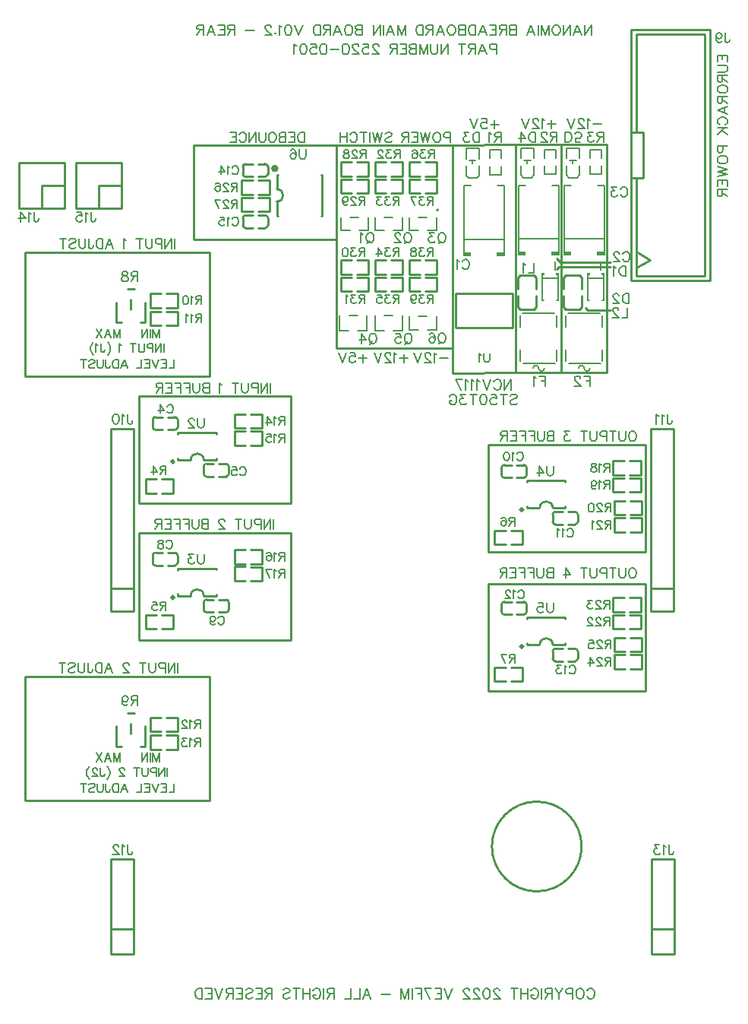
<source format=gbo>
G04 Layer: BottomSilkscreenLayer*
G04 EasyEDA v6.5.34, 2023-09-22 05:43:39*
G04 5a9e321870784d179380c5b7005af72b,5a6b42c53f6a479593ecc07194224c93,10*
G04 Gerber Generator version 0.2*
G04 Scale: 100 percent, Rotated: No, Reflected: No *
G04 Dimensions in millimeters *
G04 leading zeros omitted , absolute positions ,4 integer and 5 decimal *
%FSLAX45Y45*%
%MOMM*%

%ADD10C,0.1524*%
%ADD11C,0.2032*%
%ADD12C,0.2030*%
%ADD13C,0.2540*%
%ADD14C,0.1500*%
%ADD15C,0.1520*%
%ADD16C,0.3000*%
%ADD17C,0.4000*%
%ADD18C,0.2000*%
%ADD19C,0.0156*%

%LPD*%
D10*
X-941364Y3916171D02*
G01*
X-941364Y4009689D01*
X-433364Y3916171D02*
G01*
X-433364Y4009689D01*
D11*
X-533400Y6648889D02*
G01*
X-533400Y6534345D01*
X-533400Y6648889D02*
G01*
X-609762Y6534345D01*
X-609762Y6648889D02*
G01*
X-609762Y6534345D01*
X-689399Y6648889D02*
G01*
X-645764Y6534345D01*
X-689399Y6648889D02*
G01*
X-733036Y6534345D01*
X-662127Y6572526D02*
G01*
X-716671Y6572526D01*
X-769035Y6648889D02*
G01*
X-769035Y6534345D01*
X-769035Y6648889D02*
G01*
X-845398Y6534345D01*
X-845398Y6648889D02*
G01*
X-845398Y6534345D01*
X-914125Y6648889D02*
G01*
X-903216Y6643436D01*
X-892309Y6632526D01*
X-886853Y6621617D01*
X-881400Y6605254D01*
X-881400Y6577982D01*
X-886853Y6561617D01*
X-892309Y6550708D01*
X-903216Y6539798D01*
X-914125Y6534345D01*
X-935944Y6534345D01*
X-946853Y6539798D01*
X-957762Y6550708D01*
X-963216Y6561617D01*
X-968672Y6577982D01*
X-968672Y6605254D01*
X-963216Y6621617D01*
X-957762Y6632526D01*
X-946853Y6643436D01*
X-935944Y6648889D01*
X-914125Y6648889D01*
X-1004671Y6648889D02*
G01*
X-1004671Y6534345D01*
X-1004671Y6648889D02*
G01*
X-1048308Y6534345D01*
X-1091943Y6648889D02*
G01*
X-1048308Y6534345D01*
X-1091943Y6648889D02*
G01*
X-1091943Y6534345D01*
X-1127945Y6648889D02*
G01*
X-1127945Y6534345D01*
X-1207579Y6648889D02*
G01*
X-1163944Y6534345D01*
X-1207579Y6648889D02*
G01*
X-1251216Y6534345D01*
X-1180307Y6572526D02*
G01*
X-1234854Y6572526D01*
X-1371216Y6648889D02*
G01*
X-1371216Y6534345D01*
X-1371216Y6648889D02*
G01*
X-1420307Y6648889D01*
X-1436669Y6643436D01*
X-1442125Y6637982D01*
X-1447579Y6627073D01*
X-1447579Y6616164D01*
X-1442125Y6605254D01*
X-1436669Y6599798D01*
X-1420307Y6594345D01*
X-1371216Y6594345D02*
G01*
X-1420307Y6594345D01*
X-1436669Y6588889D01*
X-1442125Y6583436D01*
X-1447579Y6572526D01*
X-1447579Y6556164D01*
X-1442125Y6545254D01*
X-1436669Y6539798D01*
X-1420307Y6534345D01*
X-1371216Y6534345D01*
X-1483580Y6648889D02*
G01*
X-1483580Y6534345D01*
X-1483580Y6648889D02*
G01*
X-1532671Y6648889D01*
X-1549034Y6643436D01*
X-1554487Y6637982D01*
X-1559943Y6627073D01*
X-1559943Y6616164D01*
X-1554487Y6605254D01*
X-1549034Y6599798D01*
X-1532671Y6594345D01*
X-1483580Y6594345D01*
X-1521762Y6594345D02*
G01*
X-1559943Y6534345D01*
X-1595942Y6648889D02*
G01*
X-1595942Y6534345D01*
X-1595942Y6648889D02*
G01*
X-1666852Y6648889D01*
X-1595942Y6594345D02*
G01*
X-1639580Y6594345D01*
X-1595942Y6534345D02*
G01*
X-1666852Y6534345D01*
X-1746488Y6648889D02*
G01*
X-1702851Y6534345D01*
X-1746488Y6648889D02*
G01*
X-1790125Y6534345D01*
X-1719216Y6572526D02*
G01*
X-1773760Y6572526D01*
X-1826125Y6648889D02*
G01*
X-1826125Y6534345D01*
X-1826125Y6648889D02*
G01*
X-1864306Y6648889D01*
X-1880669Y6643436D01*
X-1891578Y6632526D01*
X-1897034Y6621617D01*
X-1902487Y6605254D01*
X-1902487Y6577982D01*
X-1897034Y6561617D01*
X-1891578Y6550708D01*
X-1880669Y6539798D01*
X-1864306Y6534345D01*
X-1826125Y6534345D01*
X-1938487Y6648889D02*
G01*
X-1938487Y6534345D01*
X-1938487Y6648889D02*
G01*
X-1987577Y6648889D01*
X-2003943Y6643436D01*
X-2009396Y6637982D01*
X-2014852Y6627073D01*
X-2014852Y6616164D01*
X-2009396Y6605254D01*
X-2003943Y6599798D01*
X-1987577Y6594345D01*
X-1938487Y6594345D02*
G01*
X-1987577Y6594345D01*
X-2003943Y6588889D01*
X-2009396Y6583436D01*
X-2014852Y6572526D01*
X-2014852Y6556164D01*
X-2009396Y6545254D01*
X-2003943Y6539798D01*
X-1987577Y6534345D01*
X-1938487Y6534345D01*
X-2083579Y6648889D02*
G01*
X-2072670Y6643436D01*
X-2061761Y6632526D01*
X-2056305Y6621617D01*
X-2050851Y6605254D01*
X-2050851Y6577982D01*
X-2056305Y6561617D01*
X-2061761Y6550708D01*
X-2072670Y6539798D01*
X-2083579Y6534345D01*
X-2105395Y6534345D01*
X-2116305Y6539798D01*
X-2127214Y6550708D01*
X-2132670Y6561617D01*
X-2138123Y6577982D01*
X-2138123Y6605254D01*
X-2132670Y6621617D01*
X-2127214Y6632526D01*
X-2116305Y6643436D01*
X-2105395Y6648889D01*
X-2083579Y6648889D01*
X-2217760Y6648889D02*
G01*
X-2174123Y6534345D01*
X-2217760Y6648889D02*
G01*
X-2261397Y6534345D01*
X-2190488Y6572526D02*
G01*
X-2245032Y6572526D01*
X-2297396Y6648889D02*
G01*
X-2297396Y6534345D01*
X-2297396Y6648889D02*
G01*
X-2346487Y6648889D01*
X-2362850Y6643436D01*
X-2368306Y6637982D01*
X-2373759Y6627073D01*
X-2373759Y6616164D01*
X-2368306Y6605254D01*
X-2362850Y6599798D01*
X-2346487Y6594345D01*
X-2297396Y6594345D01*
X-2335578Y6594345D02*
G01*
X-2373759Y6534345D01*
X-2409758Y6648889D02*
G01*
X-2409758Y6534345D01*
X-2409758Y6648889D02*
G01*
X-2447942Y6648889D01*
X-2464305Y6643436D01*
X-2475214Y6632526D01*
X-2480668Y6621617D01*
X-2486124Y6605254D01*
X-2486124Y6577982D01*
X-2480668Y6561617D01*
X-2475214Y6550708D01*
X-2464305Y6539798D01*
X-2447942Y6534345D01*
X-2409758Y6534345D01*
X-2606123Y6648889D02*
G01*
X-2606123Y6534345D01*
X-2606123Y6648889D02*
G01*
X-2649758Y6534345D01*
X-2693395Y6648889D02*
G01*
X-2649758Y6534345D01*
X-2693395Y6648889D02*
G01*
X-2693395Y6534345D01*
X-2773032Y6648889D02*
G01*
X-2729395Y6534345D01*
X-2773032Y6648889D02*
G01*
X-2816666Y6534345D01*
X-2745760Y6572526D02*
G01*
X-2800304Y6572526D01*
X-2852668Y6648889D02*
G01*
X-2852668Y6534345D01*
X-2888668Y6648889D02*
G01*
X-2888668Y6534345D01*
X-2888668Y6648889D02*
G01*
X-2965030Y6534345D01*
X-2965030Y6648889D02*
G01*
X-2965030Y6534345D01*
X-3085030Y6648889D02*
G01*
X-3085030Y6534345D01*
X-3085030Y6648889D02*
G01*
X-3134121Y6648889D01*
X-3150486Y6643436D01*
X-3155939Y6637982D01*
X-3161395Y6627073D01*
X-3161395Y6616164D01*
X-3155939Y6605254D01*
X-3150486Y6599798D01*
X-3134121Y6594345D01*
X-3085030Y6594345D02*
G01*
X-3134121Y6594345D01*
X-3150486Y6588889D01*
X-3155939Y6583436D01*
X-3161395Y6572526D01*
X-3161395Y6556164D01*
X-3155939Y6545254D01*
X-3150486Y6539798D01*
X-3134121Y6534345D01*
X-3085030Y6534345D01*
X-3230123Y6648889D02*
G01*
X-3219213Y6643436D01*
X-3208304Y6632526D01*
X-3202848Y6621617D01*
X-3197395Y6605254D01*
X-3197395Y6577982D01*
X-3202848Y6561617D01*
X-3208304Y6550708D01*
X-3219213Y6539798D01*
X-3230123Y6534345D01*
X-3251939Y6534345D01*
X-3262848Y6539798D01*
X-3273757Y6550708D01*
X-3279213Y6561617D01*
X-3284667Y6577982D01*
X-3284667Y6605254D01*
X-3279213Y6621617D01*
X-3273757Y6632526D01*
X-3262848Y6643436D01*
X-3251939Y6648889D01*
X-3230123Y6648889D01*
X-3364303Y6648889D02*
G01*
X-3320666Y6534345D01*
X-3364303Y6648889D02*
G01*
X-3407940Y6534345D01*
X-3337031Y6572526D02*
G01*
X-3391575Y6572526D01*
X-3443940Y6648889D02*
G01*
X-3443940Y6534345D01*
X-3443940Y6648889D02*
G01*
X-3493030Y6648889D01*
X-3509393Y6643436D01*
X-3514849Y6637982D01*
X-3520302Y6627073D01*
X-3520302Y6616164D01*
X-3514849Y6605254D01*
X-3509393Y6599798D01*
X-3493030Y6594345D01*
X-3443940Y6594345D01*
X-3482121Y6594345D02*
G01*
X-3520302Y6534345D01*
X-3556302Y6648889D02*
G01*
X-3556302Y6534345D01*
X-3556302Y6648889D02*
G01*
X-3594483Y6648889D01*
X-3610848Y6643436D01*
X-3621758Y6632526D01*
X-3627211Y6621617D01*
X-3632667Y6605254D01*
X-3632667Y6577982D01*
X-3627211Y6561617D01*
X-3621758Y6550708D01*
X-3610848Y6539798D01*
X-3594483Y6534345D01*
X-3556302Y6534345D01*
X-3752667Y6648889D02*
G01*
X-3796301Y6534345D01*
X-3839938Y6648889D02*
G01*
X-3796301Y6534345D01*
X-3908666Y6648889D02*
G01*
X-3892303Y6643436D01*
X-3881394Y6627073D01*
X-3875938Y6599798D01*
X-3875938Y6583436D01*
X-3881394Y6556164D01*
X-3892303Y6539798D01*
X-3908666Y6534345D01*
X-3919575Y6534345D01*
X-3935938Y6539798D01*
X-3946847Y6556164D01*
X-3952303Y6583436D01*
X-3952303Y6599798D01*
X-3946847Y6627073D01*
X-3935938Y6643436D01*
X-3919575Y6648889D01*
X-3908666Y6648889D01*
X-3988302Y6627073D02*
G01*
X-3999212Y6632526D01*
X-4015574Y6648889D01*
X-4015574Y6534345D01*
X-4057030Y6561617D02*
G01*
X-4051574Y6556164D01*
X-4057030Y6550708D01*
X-4062483Y6556164D01*
X-4057030Y6561617D01*
X-4103938Y6621617D02*
G01*
X-4103938Y6627073D01*
X-4109392Y6637982D01*
X-4114848Y6643436D01*
X-4125757Y6648889D01*
X-4147573Y6648889D01*
X-4158482Y6643436D01*
X-4163938Y6637982D01*
X-4169392Y6627073D01*
X-4169392Y6616164D01*
X-4163938Y6605254D01*
X-4153029Y6588889D01*
X-4098483Y6534345D01*
X-4174848Y6534345D01*
X-4294847Y6583436D02*
G01*
X-4393029Y6583436D01*
X-4513028Y6648889D02*
G01*
X-4513028Y6534345D01*
X-4513028Y6648889D02*
G01*
X-4562119Y6648889D01*
X-4578482Y6643436D01*
X-4583937Y6637982D01*
X-4589391Y6627073D01*
X-4589391Y6616164D01*
X-4583937Y6605254D01*
X-4578482Y6599798D01*
X-4562119Y6594345D01*
X-4513028Y6594345D01*
X-4551210Y6594345D02*
G01*
X-4589391Y6534345D01*
X-4625390Y6648889D02*
G01*
X-4625390Y6534345D01*
X-4625390Y6648889D02*
G01*
X-4696299Y6648889D01*
X-4625390Y6594345D02*
G01*
X-4669027Y6594345D01*
X-4625390Y6534345D02*
G01*
X-4696299Y6534345D01*
X-4775936Y6648889D02*
G01*
X-4732301Y6534345D01*
X-4775936Y6648889D02*
G01*
X-4819573Y6534345D01*
X-4748664Y6572526D02*
G01*
X-4803208Y6572526D01*
X-4855573Y6648889D02*
G01*
X-4855573Y6534345D01*
X-4855573Y6648889D02*
G01*
X-4904663Y6648889D01*
X-4921026Y6643436D01*
X-4926482Y6637982D01*
X-4931935Y6627073D01*
X-4931935Y6616164D01*
X-4926482Y6605254D01*
X-4921026Y6599798D01*
X-4904663Y6594345D01*
X-4855573Y6594345D01*
X-4893754Y6594345D02*
G01*
X-4931935Y6534345D01*
X-1591259Y6437561D02*
G01*
X-1591259Y6323017D01*
X-1591259Y6437561D02*
G01*
X-1640349Y6437561D01*
X-1656712Y6432108D01*
X-1662168Y6426654D01*
X-1667621Y6415745D01*
X-1667621Y6399380D01*
X-1662168Y6388470D01*
X-1656712Y6383017D01*
X-1640349Y6377561D01*
X-1591259Y6377561D01*
X-1747258Y6437561D02*
G01*
X-1703623Y6323017D01*
X-1747258Y6437561D02*
G01*
X-1790895Y6323017D01*
X-1719986Y6361198D02*
G01*
X-1774530Y6361198D01*
X-1826894Y6437561D02*
G01*
X-1826894Y6323017D01*
X-1826894Y6437561D02*
G01*
X-1875985Y6437561D01*
X-1892348Y6432108D01*
X-1897804Y6426654D01*
X-1903257Y6415745D01*
X-1903257Y6404836D01*
X-1897804Y6393926D01*
X-1892348Y6388470D01*
X-1875985Y6383017D01*
X-1826894Y6383017D01*
X-1865076Y6383017D02*
G01*
X-1903257Y6323017D01*
X-1977440Y6437561D02*
G01*
X-1977440Y6323017D01*
X-1939259Y6437561D02*
G01*
X-2015622Y6437561D01*
X-2135621Y6437561D02*
G01*
X-2135621Y6323017D01*
X-2135621Y6437561D02*
G01*
X-2211984Y6323017D01*
X-2211984Y6437561D02*
G01*
X-2211984Y6323017D01*
X-2247986Y6437561D02*
G01*
X-2247986Y6355745D01*
X-2253439Y6339380D01*
X-2264349Y6328470D01*
X-2280711Y6323017D01*
X-2291621Y6323017D01*
X-2307986Y6328470D01*
X-2318893Y6339380D01*
X-2324348Y6355745D01*
X-2324348Y6437561D01*
X-2360348Y6437561D02*
G01*
X-2360348Y6323017D01*
X-2360348Y6437561D02*
G01*
X-2403985Y6323017D01*
X-2447620Y6437561D02*
G01*
X-2403985Y6323017D01*
X-2447620Y6437561D02*
G01*
X-2447620Y6323017D01*
X-2483622Y6437561D02*
G01*
X-2483622Y6323017D01*
X-2483622Y6437561D02*
G01*
X-2532712Y6437561D01*
X-2549075Y6432108D01*
X-2554528Y6426654D01*
X-2559984Y6415745D01*
X-2559984Y6404836D01*
X-2554528Y6393926D01*
X-2549075Y6388470D01*
X-2532712Y6383017D01*
X-2483622Y6383017D02*
G01*
X-2532712Y6383017D01*
X-2549075Y6377561D01*
X-2554528Y6372108D01*
X-2559984Y6361198D01*
X-2559984Y6344836D01*
X-2554528Y6333926D01*
X-2549075Y6328470D01*
X-2532712Y6323017D01*
X-2483622Y6323017D01*
X-2595984Y6437561D02*
G01*
X-2595984Y6323017D01*
X-2595984Y6437561D02*
G01*
X-2666893Y6437561D01*
X-2595984Y6383017D02*
G01*
X-2639621Y6383017D01*
X-2595984Y6323017D02*
G01*
X-2666893Y6323017D01*
X-2702892Y6437561D02*
G01*
X-2702892Y6323017D01*
X-2702892Y6437561D02*
G01*
X-2751983Y6437561D01*
X-2768348Y6432108D01*
X-2773801Y6426654D01*
X-2779257Y6415745D01*
X-2779257Y6404836D01*
X-2773801Y6393926D01*
X-2768348Y6388470D01*
X-2751983Y6383017D01*
X-2702892Y6383017D01*
X-2741074Y6383017D02*
G01*
X-2779257Y6323017D01*
X-2904710Y6410289D02*
G01*
X-2904710Y6415745D01*
X-2910166Y6426654D01*
X-2915620Y6432108D01*
X-2926529Y6437561D01*
X-2948348Y6437561D01*
X-2959257Y6432108D01*
X-2964710Y6426654D01*
X-2970166Y6415745D01*
X-2970166Y6404836D01*
X-2964710Y6393926D01*
X-2953801Y6377561D01*
X-2899257Y6323017D01*
X-2975620Y6323017D01*
X-3077075Y6437561D02*
G01*
X-3022528Y6437561D01*
X-3017075Y6388470D01*
X-3022528Y6393926D01*
X-3038891Y6399380D01*
X-3055256Y6399380D01*
X-3071619Y6393926D01*
X-3082528Y6383017D01*
X-3087984Y6366654D01*
X-3087984Y6355745D01*
X-3082528Y6339380D01*
X-3071619Y6328470D01*
X-3055256Y6323017D01*
X-3038891Y6323017D01*
X-3022528Y6328470D01*
X-3017075Y6333926D01*
X-3011619Y6344836D01*
X-3129437Y6410289D02*
G01*
X-3129437Y6415745D01*
X-3134893Y6426654D01*
X-3140346Y6432108D01*
X-3151256Y6437561D01*
X-3173074Y6437561D01*
X-3183983Y6432108D01*
X-3189437Y6426654D01*
X-3194893Y6415745D01*
X-3194893Y6404836D01*
X-3189437Y6393926D01*
X-3178528Y6377561D01*
X-3123984Y6323017D01*
X-3200346Y6323017D01*
X-3269073Y6437561D02*
G01*
X-3252711Y6432108D01*
X-3241801Y6415745D01*
X-3236346Y6388470D01*
X-3236346Y6372108D01*
X-3241801Y6344836D01*
X-3252711Y6328470D01*
X-3269073Y6323017D01*
X-3279983Y6323017D01*
X-3296345Y6328470D01*
X-3307255Y6344836D01*
X-3312711Y6372108D01*
X-3312711Y6388470D01*
X-3307255Y6415745D01*
X-3296345Y6432108D01*
X-3279983Y6437561D01*
X-3269073Y6437561D01*
X-3348710Y6372108D02*
G01*
X-3446891Y6372108D01*
X-3515619Y6437561D02*
G01*
X-3499256Y6432108D01*
X-3488347Y6415745D01*
X-3482891Y6388470D01*
X-3482891Y6372108D01*
X-3488347Y6344836D01*
X-3499256Y6328470D01*
X-3515619Y6323017D01*
X-3526528Y6323017D01*
X-3542891Y6328470D01*
X-3553800Y6344836D01*
X-3559256Y6372108D01*
X-3559256Y6388470D01*
X-3553800Y6415745D01*
X-3542891Y6432108D01*
X-3526528Y6437561D01*
X-3515619Y6437561D01*
X-3660708Y6437561D02*
G01*
X-3606164Y6437561D01*
X-3600709Y6388470D01*
X-3606164Y6393926D01*
X-3622527Y6399380D01*
X-3638890Y6399380D01*
X-3655255Y6393926D01*
X-3666164Y6383017D01*
X-3671618Y6366654D01*
X-3671618Y6355745D01*
X-3666164Y6339380D01*
X-3655255Y6328470D01*
X-3638890Y6323017D01*
X-3622527Y6323017D01*
X-3606164Y6328470D01*
X-3600709Y6333926D01*
X-3595255Y6344836D01*
X-3740345Y6437561D02*
G01*
X-3723982Y6432108D01*
X-3713073Y6415745D01*
X-3707617Y6388470D01*
X-3707617Y6372108D01*
X-3713073Y6344836D01*
X-3723982Y6328470D01*
X-3740345Y6323017D01*
X-3751254Y6323017D01*
X-3767617Y6328470D01*
X-3778526Y6344836D01*
X-3783982Y6372108D01*
X-3783982Y6388470D01*
X-3778526Y6415745D01*
X-3767617Y6432108D01*
X-3751254Y6437561D01*
X-3740345Y6437561D01*
X-3819982Y6415745D02*
G01*
X-3830891Y6421198D01*
X-3847254Y6437561D01*
X-3847254Y6323017D01*
D10*
X-1612668Y5586153D02*
G01*
X-1612668Y5492635D01*
X-1565909Y5539394D02*
G01*
X-1659427Y5539394D01*
X-1756064Y5601738D02*
G01*
X-1704108Y5601738D01*
X-1698914Y5554979D01*
X-1704108Y5560174D01*
X-1719694Y5565371D01*
X-1735282Y5565371D01*
X-1750867Y5560174D01*
X-1761258Y5549785D01*
X-1766455Y5534197D01*
X-1766455Y5523806D01*
X-1761258Y5508221D01*
X-1750867Y5497829D01*
X-1735282Y5492635D01*
X-1719694Y5492635D01*
X-1704108Y5497829D01*
X-1698914Y5503024D01*
X-1693717Y5513415D01*
X-1800745Y5601738D02*
G01*
X-1842307Y5492635D01*
X-1883872Y5601738D02*
G01*
X-1842307Y5492635D01*
X-977618Y5590725D02*
G01*
X-977618Y5497207D01*
X-930859Y5543966D02*
G01*
X-1024376Y5543966D01*
X-1058666Y5585528D02*
G01*
X-1069058Y5590725D01*
X-1084643Y5606310D01*
X-1084643Y5497207D01*
X-1124130Y5580334D02*
G01*
X-1124130Y5585528D01*
X-1129324Y5595919D01*
X-1134521Y5601116D01*
X-1144912Y5606310D01*
X-1165694Y5606310D01*
X-1176083Y5601116D01*
X-1181280Y5595919D01*
X-1186474Y5585528D01*
X-1186474Y5575137D01*
X-1181280Y5564746D01*
X-1170889Y5549160D01*
X-1118933Y5497207D01*
X-1191671Y5497207D01*
X-1225961Y5606310D02*
G01*
X-1267523Y5497207D01*
X-1309088Y5606310D02*
G01*
X-1267523Y5497207D01*
X-422859Y5543966D02*
G01*
X-516376Y5543966D01*
X-550666Y5585528D02*
G01*
X-561058Y5590725D01*
X-576643Y5606310D01*
X-576643Y5497207D01*
X-616130Y5580334D02*
G01*
X-616130Y5585528D01*
X-621324Y5595919D01*
X-626521Y5601116D01*
X-636912Y5606310D01*
X-657694Y5606310D01*
X-668083Y5601116D01*
X-673280Y5595919D01*
X-678474Y5585528D01*
X-678474Y5575137D01*
X-673280Y5564746D01*
X-662889Y5549160D01*
X-610933Y5497207D01*
X-683671Y5497207D01*
X-717961Y5606310D02*
G01*
X-759523Y5497207D01*
X-801088Y5606310D02*
G01*
X-759523Y5497207D01*
D12*
X-580928Y-4109882D02*
G01*
X-575472Y-4098973D01*
X-564565Y-4088063D01*
X-553656Y-4082608D01*
X-531837Y-4082608D01*
X-520928Y-4088063D01*
X-510019Y-4098973D01*
X-504563Y-4109882D01*
X-499109Y-4126245D01*
X-499109Y-4153517D01*
X-504563Y-4169882D01*
X-510019Y-4180791D01*
X-520928Y-4191701D01*
X-531837Y-4197154D01*
X-553656Y-4197154D01*
X-564565Y-4191701D01*
X-575472Y-4180791D01*
X-580928Y-4169882D01*
X-649655Y-4082608D02*
G01*
X-638746Y-4088063D01*
X-627837Y-4098973D01*
X-622383Y-4109882D01*
X-616927Y-4126245D01*
X-616927Y-4153517D01*
X-622383Y-4169882D01*
X-627837Y-4180791D01*
X-638746Y-4191701D01*
X-649655Y-4197154D01*
X-671474Y-4197154D01*
X-682383Y-4191701D01*
X-693293Y-4180791D01*
X-698746Y-4169882D01*
X-704199Y-4153517D01*
X-704199Y-4126245D01*
X-698746Y-4109882D01*
X-693293Y-4098973D01*
X-682383Y-4088063D01*
X-671474Y-4082608D01*
X-649655Y-4082608D01*
X-740201Y-4082608D02*
G01*
X-740201Y-4197154D01*
X-740201Y-4082608D02*
G01*
X-789292Y-4082608D01*
X-805654Y-4088063D01*
X-811110Y-4093517D01*
X-816564Y-4104426D01*
X-816564Y-4120791D01*
X-811110Y-4131701D01*
X-805654Y-4137154D01*
X-789292Y-4142607D01*
X-740201Y-4142607D01*
X-852563Y-4082608D02*
G01*
X-896200Y-4137154D01*
X-896200Y-4197154D01*
X-939838Y-4082608D02*
G01*
X-896200Y-4137154D01*
X-975837Y-4082608D02*
G01*
X-975837Y-4197154D01*
X-975837Y-4082608D02*
G01*
X-1024928Y-4082608D01*
X-1041290Y-4088063D01*
X-1046746Y-4093517D01*
X-1052200Y-4104426D01*
X-1052200Y-4115335D01*
X-1046746Y-4126245D01*
X-1041290Y-4131701D01*
X-1024928Y-4137154D01*
X-975837Y-4137154D01*
X-1014018Y-4137154D02*
G01*
X-1052200Y-4197154D01*
X-1088202Y-4082608D02*
G01*
X-1088202Y-4197154D01*
X-1206019Y-4109882D02*
G01*
X-1200564Y-4098973D01*
X-1189654Y-4088063D01*
X-1178745Y-4082608D01*
X-1156929Y-4082608D01*
X-1146020Y-4088063D01*
X-1135110Y-4098973D01*
X-1129654Y-4109882D01*
X-1124201Y-4126245D01*
X-1124201Y-4153517D01*
X-1129654Y-4169882D01*
X-1135110Y-4180791D01*
X-1146020Y-4191701D01*
X-1156929Y-4197154D01*
X-1178745Y-4197154D01*
X-1189654Y-4191701D01*
X-1200564Y-4180791D01*
X-1206019Y-4169882D01*
X-1206019Y-4153517D01*
X-1178745Y-4153517D02*
G01*
X-1206019Y-4153517D01*
X-1242019Y-4082608D02*
G01*
X-1242019Y-4197154D01*
X-1318381Y-4082608D02*
G01*
X-1318381Y-4197154D01*
X-1242019Y-4137154D02*
G01*
X-1318381Y-4137154D01*
X-1392565Y-4082608D02*
G01*
X-1392565Y-4197154D01*
X-1354383Y-4082608D02*
G01*
X-1430746Y-4082608D01*
X-1556202Y-4109882D02*
G01*
X-1556202Y-4104426D01*
X-1561655Y-4093517D01*
X-1567108Y-4088063D01*
X-1578018Y-4082608D01*
X-1599836Y-4082608D01*
X-1610746Y-4088063D01*
X-1616201Y-4093517D01*
X-1621655Y-4104426D01*
X-1621655Y-4115335D01*
X-1616201Y-4126245D01*
X-1605292Y-4142607D01*
X-1550746Y-4197154D01*
X-1627108Y-4197154D01*
X-1695836Y-4082608D02*
G01*
X-1679473Y-4088063D01*
X-1668564Y-4104426D01*
X-1663110Y-4131701D01*
X-1663110Y-4148063D01*
X-1668564Y-4175335D01*
X-1679473Y-4191701D01*
X-1695836Y-4197154D01*
X-1706745Y-4197154D01*
X-1723110Y-4191701D01*
X-1734019Y-4175335D01*
X-1739473Y-4148063D01*
X-1739473Y-4131701D01*
X-1734019Y-4104426D01*
X-1723110Y-4088063D01*
X-1706745Y-4082608D01*
X-1695836Y-4082608D01*
X-1780928Y-4109882D02*
G01*
X-1780928Y-4104426D01*
X-1786381Y-4093517D01*
X-1791837Y-4088063D01*
X-1802747Y-4082608D01*
X-1824563Y-4082608D01*
X-1835472Y-4088063D01*
X-1840928Y-4093517D01*
X-1846381Y-4104426D01*
X-1846381Y-4115335D01*
X-1840928Y-4126245D01*
X-1830019Y-4142607D01*
X-1775472Y-4197154D01*
X-1851837Y-4197154D01*
X-1893290Y-4109882D02*
G01*
X-1893290Y-4104426D01*
X-1898746Y-4093517D01*
X-1904199Y-4088063D01*
X-1915109Y-4082608D01*
X-1936927Y-4082608D01*
X-1947837Y-4088063D01*
X-1953293Y-4093517D01*
X-1958746Y-4104426D01*
X-1958746Y-4115335D01*
X-1953293Y-4126245D01*
X-1942383Y-4142607D01*
X-1887837Y-4197154D01*
X-1964199Y-4197154D01*
X-2084202Y-4082608D02*
G01*
X-2127836Y-4197154D01*
X-2171473Y-4082608D02*
G01*
X-2127836Y-4197154D01*
X-2207473Y-4082608D02*
G01*
X-2207473Y-4197154D01*
X-2207473Y-4082608D02*
G01*
X-2278382Y-4082608D01*
X-2207473Y-4137154D02*
G01*
X-2251110Y-4137154D01*
X-2207473Y-4197154D02*
G01*
X-2278382Y-4197154D01*
X-2390747Y-4082608D02*
G01*
X-2336200Y-4197154D01*
X-2314381Y-4082608D02*
G01*
X-2390747Y-4082608D01*
X-2426746Y-4082608D02*
G01*
X-2426746Y-4197154D01*
X-2426746Y-4082608D02*
G01*
X-2497655Y-4082608D01*
X-2426746Y-4137154D02*
G01*
X-2470383Y-4137154D01*
X-2533655Y-4082608D02*
G01*
X-2533655Y-4197154D01*
X-2569654Y-4082608D02*
G01*
X-2569654Y-4197154D01*
X-2569654Y-4082608D02*
G01*
X-2613291Y-4197154D01*
X-2656928Y-4082608D02*
G01*
X-2613291Y-4197154D01*
X-2656928Y-4082608D02*
G01*
X-2656928Y-4197154D01*
X-2776928Y-4148063D02*
G01*
X-2875109Y-4148063D01*
X-3038746Y-4082608D02*
G01*
X-2995109Y-4197154D01*
X-3038746Y-4082608D02*
G01*
X-3082383Y-4197154D01*
X-3011474Y-4158973D02*
G01*
X-3066018Y-4158973D01*
X-3118383Y-4082608D02*
G01*
X-3118383Y-4197154D01*
X-3118383Y-4197154D02*
G01*
X-3183836Y-4197154D01*
X-3219836Y-4082608D02*
G01*
X-3219836Y-4197154D01*
X-3219836Y-4197154D02*
G01*
X-3285291Y-4197154D01*
X-3405291Y-4082608D02*
G01*
X-3405291Y-4197154D01*
X-3405291Y-4082608D02*
G01*
X-3454382Y-4082608D01*
X-3470747Y-4088063D01*
X-3476200Y-4093517D01*
X-3481654Y-4104426D01*
X-3481654Y-4115335D01*
X-3476200Y-4126245D01*
X-3470747Y-4131701D01*
X-3454382Y-4137154D01*
X-3405291Y-4137154D01*
X-3443472Y-4137154D02*
G01*
X-3481654Y-4197154D01*
X-3517656Y-4082608D02*
G01*
X-3517656Y-4197154D01*
X-3635474Y-4109882D02*
G01*
X-3630018Y-4098973D01*
X-3619108Y-4088063D01*
X-3608202Y-4082608D01*
X-3586383Y-4082608D01*
X-3575474Y-4088063D01*
X-3564564Y-4098973D01*
X-3559108Y-4109882D01*
X-3553655Y-4126245D01*
X-3553655Y-4153517D01*
X-3559108Y-4169882D01*
X-3564564Y-4180791D01*
X-3575474Y-4191701D01*
X-3586383Y-4197154D01*
X-3608202Y-4197154D01*
X-3619108Y-4191701D01*
X-3630018Y-4180791D01*
X-3635474Y-4169882D01*
X-3635474Y-4153517D01*
X-3608202Y-4153517D02*
G01*
X-3635474Y-4153517D01*
X-3671473Y-4082608D02*
G01*
X-3671473Y-4197154D01*
X-3747836Y-4082608D02*
G01*
X-3747836Y-4197154D01*
X-3671473Y-4137154D02*
G01*
X-3747836Y-4137154D01*
X-3822019Y-4082608D02*
G01*
X-3822019Y-4197154D01*
X-3783837Y-4082608D02*
G01*
X-3860200Y-4082608D01*
X-3972565Y-4098973D02*
G01*
X-3961655Y-4088063D01*
X-3945290Y-4082608D01*
X-3923474Y-4082608D01*
X-3907109Y-4088063D01*
X-3896199Y-4098973D01*
X-3896199Y-4109882D01*
X-3901655Y-4120791D01*
X-3907109Y-4126245D01*
X-3918018Y-4131701D01*
X-3950746Y-4142607D01*
X-3961655Y-4148063D01*
X-3967109Y-4153517D01*
X-3972565Y-4164426D01*
X-3972565Y-4180791D01*
X-3961655Y-4191701D01*
X-3945290Y-4197154D01*
X-3923474Y-4197154D01*
X-3907109Y-4191701D01*
X-3896199Y-4180791D01*
X-4092564Y-4082608D02*
G01*
X-4092564Y-4197154D01*
X-4092564Y-4082608D02*
G01*
X-4141655Y-4082608D01*
X-4158018Y-4088063D01*
X-4163474Y-4093517D01*
X-4168927Y-4104426D01*
X-4168927Y-4115335D01*
X-4163474Y-4126245D01*
X-4158018Y-4131701D01*
X-4141655Y-4137154D01*
X-4092564Y-4137154D01*
X-4130746Y-4137154D02*
G01*
X-4168927Y-4197154D01*
X-4204929Y-4082608D02*
G01*
X-4204929Y-4197154D01*
X-4204929Y-4082608D02*
G01*
X-4275838Y-4082608D01*
X-4204929Y-4137154D02*
G01*
X-4248564Y-4137154D01*
X-4204929Y-4197154D02*
G01*
X-4275838Y-4197154D01*
X-4388200Y-4098973D02*
G01*
X-4377291Y-4088063D01*
X-4360928Y-4082608D01*
X-4339109Y-4082608D01*
X-4322747Y-4088063D01*
X-4311837Y-4098973D01*
X-4311837Y-4109882D01*
X-4317291Y-4120791D01*
X-4322747Y-4126245D01*
X-4333656Y-4131701D01*
X-4366381Y-4142607D01*
X-4377291Y-4148063D01*
X-4382747Y-4153517D01*
X-4388200Y-4164426D01*
X-4388200Y-4180791D01*
X-4377291Y-4191701D01*
X-4360928Y-4197154D01*
X-4339109Y-4197154D01*
X-4322747Y-4191701D01*
X-4311837Y-4180791D01*
X-4424199Y-4082608D02*
G01*
X-4424199Y-4197154D01*
X-4424199Y-4082608D02*
G01*
X-4495109Y-4082608D01*
X-4424199Y-4137154D02*
G01*
X-4467837Y-4137154D01*
X-4424199Y-4197154D02*
G01*
X-4495109Y-4197154D01*
X-4531111Y-4082608D02*
G01*
X-4531111Y-4197154D01*
X-4531111Y-4082608D02*
G01*
X-4580201Y-4082608D01*
X-4596564Y-4088063D01*
X-4602020Y-4093517D01*
X-4607473Y-4104426D01*
X-4607473Y-4115335D01*
X-4602020Y-4126245D01*
X-4596564Y-4131701D01*
X-4580201Y-4137154D01*
X-4531111Y-4137154D01*
X-4569292Y-4137154D02*
G01*
X-4607473Y-4197154D01*
X-4643473Y-4082608D02*
G01*
X-4687110Y-4197154D01*
X-4730747Y-4082608D02*
G01*
X-4687110Y-4197154D01*
X-4766746Y-4082608D02*
G01*
X-4766746Y-4197154D01*
X-4766746Y-4082608D02*
G01*
X-4837656Y-4082608D01*
X-4766746Y-4137154D02*
G01*
X-4810381Y-4137154D01*
X-4766746Y-4197154D02*
G01*
X-4837656Y-4197154D01*
X-4873655Y-4082608D02*
G01*
X-4873655Y-4197154D01*
X-4873655Y-4082608D02*
G01*
X-4911836Y-4082608D01*
X-4928201Y-4088063D01*
X-4939108Y-4098973D01*
X-4944564Y-4109882D01*
X-4950018Y-4126245D01*
X-4950018Y-4153517D01*
X-4944564Y-4169882D01*
X-4939108Y-4180791D01*
X-4928201Y-4191701D01*
X-4911836Y-4197154D01*
X-4873655Y-4197154D01*
D11*
X871339Y6308293D02*
G01*
X985883Y6308293D01*
X871339Y6308293D02*
G01*
X871339Y6237384D01*
X925883Y6308293D02*
G01*
X925883Y6264655D01*
X985883Y6308293D02*
G01*
X985883Y6237384D01*
X871339Y6201384D02*
G01*
X953155Y6201384D01*
X969520Y6195928D01*
X980429Y6185021D01*
X985883Y6168656D01*
X985883Y6157747D01*
X980429Y6141384D01*
X969520Y6130475D01*
X953155Y6125022D01*
X871339Y6125022D01*
X871339Y6089020D02*
G01*
X985883Y6089020D01*
X871339Y6089020D02*
G01*
X871339Y6039929D01*
X876792Y6023566D01*
X882246Y6018110D01*
X893155Y6012657D01*
X904064Y6012657D01*
X914974Y6018110D01*
X920429Y6023566D01*
X925883Y6039929D01*
X925883Y6089020D01*
X925883Y6050838D02*
G01*
X985883Y6012657D01*
X871339Y5943930D02*
G01*
X876792Y5954839D01*
X887702Y5965748D01*
X898611Y5971202D01*
X914974Y5976658D01*
X942246Y5976658D01*
X958611Y5971202D01*
X969520Y5965748D01*
X980429Y5954839D01*
X985883Y5943930D01*
X985883Y5922111D01*
X980429Y5911202D01*
X969520Y5900293D01*
X958611Y5894839D01*
X942246Y5889383D01*
X914974Y5889383D01*
X898611Y5894839D01*
X887702Y5900293D01*
X876792Y5911202D01*
X871339Y5922111D01*
X871339Y5943930D01*
X871339Y5853384D02*
G01*
X985883Y5853384D01*
X871339Y5853384D02*
G01*
X871339Y5804293D01*
X876792Y5787931D01*
X882246Y5782475D01*
X893155Y5777021D01*
X904064Y5777021D01*
X914974Y5782475D01*
X920429Y5787931D01*
X925883Y5804293D01*
X925883Y5853384D01*
X925883Y5815203D02*
G01*
X985883Y5777021D01*
X871339Y5697385D02*
G01*
X985883Y5741022D01*
X871339Y5697385D02*
G01*
X985883Y5653747D01*
X947701Y5724657D02*
G01*
X947701Y5670113D01*
X898611Y5535929D02*
G01*
X887702Y5541385D01*
X876792Y5552295D01*
X871339Y5563204D01*
X871339Y5585023D01*
X876792Y5595929D01*
X887702Y5606839D01*
X898611Y5612295D01*
X914974Y5617748D01*
X942246Y5617748D01*
X958611Y5612295D01*
X969520Y5606839D01*
X980429Y5595929D01*
X985883Y5585023D01*
X985883Y5563204D01*
X980429Y5552295D01*
X969520Y5541385D01*
X958611Y5535929D01*
X871339Y5499930D02*
G01*
X985883Y5499930D01*
X871339Y5423568D02*
G01*
X947701Y5499930D01*
X920429Y5472658D02*
G01*
X985883Y5423568D01*
X871339Y5303568D02*
G01*
X985883Y5303568D01*
X871339Y5303568D02*
G01*
X871339Y5254477D01*
X876792Y5238112D01*
X882246Y5232659D01*
X893155Y5227205D01*
X909520Y5227205D01*
X920429Y5232659D01*
X925883Y5238112D01*
X931339Y5254477D01*
X931339Y5303568D01*
X871339Y5158478D02*
G01*
X876792Y5169385D01*
X887702Y5180294D01*
X898611Y5185750D01*
X914974Y5191203D01*
X942246Y5191203D01*
X958611Y5185750D01*
X969520Y5180294D01*
X980429Y5169385D01*
X985883Y5158478D01*
X985883Y5136659D01*
X980429Y5125750D01*
X969520Y5114841D01*
X958611Y5109385D01*
X942246Y5103931D01*
X914974Y5103931D01*
X898611Y5109385D01*
X887702Y5114841D01*
X876792Y5125750D01*
X871339Y5136659D01*
X871339Y5158478D01*
X871339Y5067932D02*
G01*
X985883Y5040660D01*
X871339Y5013385D02*
G01*
X985883Y5040660D01*
X871339Y5013385D02*
G01*
X985883Y4986113D01*
X871339Y4958842D02*
G01*
X985883Y4986113D01*
X871339Y4922842D02*
G01*
X985883Y4922842D01*
X871339Y4922842D02*
G01*
X871339Y4851933D01*
X925883Y4922842D02*
G01*
X925883Y4879205D01*
X985883Y4922842D02*
G01*
X985883Y4851933D01*
X871339Y4815931D02*
G01*
X985883Y4815931D01*
X871339Y4815931D02*
G01*
X871339Y4766840D01*
X876792Y4750478D01*
X882246Y4745024D01*
X893155Y4739568D01*
X904064Y4739568D01*
X914974Y4745024D01*
X920429Y4750478D01*
X925883Y4766840D01*
X925883Y4815931D01*
X925883Y4777750D02*
G01*
X985883Y4739568D01*
X-1426209Y2699189D02*
G01*
X-1426209Y2584645D01*
X-1426209Y2699189D02*
G01*
X-1502572Y2584645D01*
X-1502572Y2699189D02*
G01*
X-1502572Y2584645D01*
X-1620390Y2671917D02*
G01*
X-1614937Y2682826D01*
X-1604027Y2693736D01*
X-1593118Y2699189D01*
X-1571299Y2699189D01*
X-1560390Y2693736D01*
X-1549481Y2682826D01*
X-1544027Y2671917D01*
X-1538574Y2655554D01*
X-1538574Y2628282D01*
X-1544027Y2611917D01*
X-1549481Y2601008D01*
X-1560390Y2590099D01*
X-1571299Y2584645D01*
X-1593118Y2584645D01*
X-1604027Y2590099D01*
X-1614937Y2601008D01*
X-1620390Y2611917D01*
X-1656392Y2699189D02*
G01*
X-1700027Y2584645D01*
X-1743664Y2699189D02*
G01*
X-1700027Y2584645D01*
X-1779663Y2677373D02*
G01*
X-1790572Y2682826D01*
X-1806935Y2699189D01*
X-1806935Y2584645D01*
X-1842937Y2677373D02*
G01*
X-1853844Y2682826D01*
X-1870209Y2699189D01*
X-1870209Y2584645D01*
X-1906209Y2677373D02*
G01*
X-1917118Y2682826D01*
X-1933481Y2699189D01*
X-1933481Y2584645D01*
X-2045845Y2699189D02*
G01*
X-1991299Y2584645D01*
X-1969480Y2699189D02*
G01*
X-2045845Y2699189D01*
X-1439072Y2517726D02*
G01*
X-1428163Y2528636D01*
X-1411800Y2534089D01*
X-1389981Y2534089D01*
X-1373619Y2528636D01*
X-1362709Y2517726D01*
X-1362709Y2506817D01*
X-1368163Y2495908D01*
X-1373619Y2490454D01*
X-1384528Y2484998D01*
X-1417256Y2474089D01*
X-1428163Y2468636D01*
X-1433619Y2463182D01*
X-1439072Y2452273D01*
X-1439072Y2435908D01*
X-1428163Y2424998D01*
X-1411800Y2419545D01*
X-1389981Y2419545D01*
X-1373619Y2424998D01*
X-1362709Y2435908D01*
X-1513255Y2534089D02*
G01*
X-1513255Y2419545D01*
X-1475074Y2534089D02*
G01*
X-1551437Y2534089D01*
X-1652892Y2534089D02*
G01*
X-1598345Y2534089D01*
X-1592892Y2484998D01*
X-1598345Y2490454D01*
X-1614708Y2495908D01*
X-1631073Y2495908D01*
X-1647436Y2490454D01*
X-1658345Y2479545D01*
X-1663799Y2463182D01*
X-1663799Y2452273D01*
X-1658345Y2435908D01*
X-1647436Y2424998D01*
X-1631073Y2419545D01*
X-1614708Y2419545D01*
X-1598345Y2424998D01*
X-1592892Y2430454D01*
X-1587436Y2441364D01*
X-1732526Y2534089D02*
G01*
X-1716163Y2528636D01*
X-1705254Y2512273D01*
X-1699801Y2484998D01*
X-1699801Y2468636D01*
X-1705254Y2441364D01*
X-1716163Y2424998D01*
X-1732526Y2419545D01*
X-1743435Y2419545D01*
X-1759800Y2424998D01*
X-1770710Y2441364D01*
X-1776163Y2468636D01*
X-1776163Y2484998D01*
X-1770710Y2512273D01*
X-1759800Y2528636D01*
X-1743435Y2534089D01*
X-1732526Y2534089D01*
X-1850344Y2534089D02*
G01*
X-1850344Y2419545D01*
X-1812162Y2534089D02*
G01*
X-1888528Y2534089D01*
X-1935436Y2534089D02*
G01*
X-1995436Y2534089D01*
X-1962708Y2490454D01*
X-1979071Y2490454D01*
X-1989980Y2484998D01*
X-1995436Y2479545D01*
X-2000890Y2463182D01*
X-2000890Y2452273D01*
X-1995436Y2435908D01*
X-1984527Y2424998D01*
X-1968162Y2419545D01*
X-1951799Y2419545D01*
X-1935436Y2424998D01*
X-1929980Y2430454D01*
X-1924527Y2441364D01*
X-2118707Y2506817D02*
G01*
X-2113254Y2517726D01*
X-2102345Y2528636D01*
X-2091435Y2534089D01*
X-2069617Y2534089D01*
X-2058708Y2528636D01*
X-2047798Y2517726D01*
X-2042345Y2506817D01*
X-2036889Y2490454D01*
X-2036889Y2463182D01*
X-2042345Y2446817D01*
X-2047798Y2435908D01*
X-2058708Y2424998D01*
X-2069617Y2419545D01*
X-2091435Y2419545D01*
X-2102345Y2424998D01*
X-2113254Y2435908D01*
X-2118707Y2446817D01*
X-2118707Y2463182D01*
X-2091435Y2463182D02*
G01*
X-2118707Y2463182D01*
D10*
X-5299709Y3098109D02*
G01*
X-5299709Y3002653D01*
X-5329709Y3098109D02*
G01*
X-5329709Y3002653D01*
X-5329709Y3098109D02*
G01*
X-5393347Y3002653D01*
X-5393347Y3098109D02*
G01*
X-5393347Y3002653D01*
X-5423347Y3098109D02*
G01*
X-5423347Y3002653D01*
X-5423347Y3098109D02*
G01*
X-5464256Y3098109D01*
X-5477890Y3093562D01*
X-5482437Y3089018D01*
X-5486981Y3079927D01*
X-5486981Y3066290D01*
X-5482437Y3057199D01*
X-5477890Y3052653D01*
X-5464256Y3048109D01*
X-5423347Y3048109D01*
X-5516981Y3098109D02*
G01*
X-5516981Y3029927D01*
X-5521528Y3016290D01*
X-5530618Y3007199D01*
X-5544256Y3002653D01*
X-5553346Y3002653D01*
X-5566981Y3007199D01*
X-5576072Y3016290D01*
X-5580618Y3029927D01*
X-5580618Y3098109D01*
X-5642437Y3098109D02*
G01*
X-5642437Y3002653D01*
X-5610618Y3098109D02*
G01*
X-5674255Y3098109D01*
X-5774255Y3079927D02*
G01*
X-5783346Y3084471D01*
X-5796981Y3098109D01*
X-5796981Y3002653D01*
X-5928799Y3116290D02*
G01*
X-5919708Y3107199D01*
X-5910618Y3093562D01*
X-5901527Y3075381D01*
X-5896980Y3052653D01*
X-5896980Y3034471D01*
X-5901527Y3011746D01*
X-5910618Y2993562D01*
X-5919708Y2979928D01*
X-5928799Y2970837D01*
X-6004255Y3098109D02*
G01*
X-6004255Y3025381D01*
X-5999708Y3011746D01*
X-5995161Y3007199D01*
X-5986071Y3002653D01*
X-5976980Y3002653D01*
X-5967890Y3007199D01*
X-5963345Y3011746D01*
X-5958799Y3025381D01*
X-5958799Y3034471D01*
X-6034255Y3079927D02*
G01*
X-6043345Y3084471D01*
X-6056980Y3098109D01*
X-6056980Y3002653D01*
X-6086980Y3116290D02*
G01*
X-6096071Y3107199D01*
X-6105161Y3093562D01*
X-6114254Y3075381D01*
X-6118799Y3052653D01*
X-6118799Y3034471D01*
X-6114254Y3011746D01*
X-6105161Y2993562D01*
X-6096071Y2979928D01*
X-6086980Y2970837D01*
X-5185409Y2920309D02*
G01*
X-5185409Y2824853D01*
X-5185409Y2824853D02*
G01*
X-5239956Y2824853D01*
X-5269956Y2920309D02*
G01*
X-5269956Y2824853D01*
X-5269956Y2920309D02*
G01*
X-5329046Y2920309D01*
X-5269956Y2874853D02*
G01*
X-5306319Y2874853D01*
X-5269956Y2824853D02*
G01*
X-5329046Y2824853D01*
X-5359046Y2920309D02*
G01*
X-5395409Y2824853D01*
X-5431772Y2920309D02*
G01*
X-5395409Y2824853D01*
X-5461772Y2920309D02*
G01*
X-5461772Y2824853D01*
X-5461772Y2920309D02*
G01*
X-5520862Y2920309D01*
X-5461772Y2874853D02*
G01*
X-5498137Y2874853D01*
X-5461772Y2824853D02*
G01*
X-5520862Y2824853D01*
X-5550862Y2920309D02*
G01*
X-5550862Y2824853D01*
X-5550862Y2824853D02*
G01*
X-5605409Y2824853D01*
X-5741771Y2920309D02*
G01*
X-5705408Y2824853D01*
X-5741771Y2920309D02*
G01*
X-5778136Y2824853D01*
X-5719046Y2856671D02*
G01*
X-5764499Y2856671D01*
X-5808136Y2920309D02*
G01*
X-5808136Y2824853D01*
X-5808136Y2920309D02*
G01*
X-5839955Y2920309D01*
X-5853590Y2915762D01*
X-5862680Y2906671D01*
X-5867227Y2897581D01*
X-5871771Y2883946D01*
X-5871771Y2861218D01*
X-5867227Y2847581D01*
X-5862680Y2838490D01*
X-5853590Y2829399D01*
X-5839955Y2824853D01*
X-5808136Y2824853D01*
X-5947227Y2920309D02*
G01*
X-5947227Y2847581D01*
X-5942680Y2833946D01*
X-5938136Y2829399D01*
X-5929045Y2824853D01*
X-5919955Y2824853D01*
X-5910861Y2829399D01*
X-5906317Y2833946D01*
X-5901771Y2847581D01*
X-5901771Y2856671D01*
X-5977227Y2920309D02*
G01*
X-5977227Y2852127D01*
X-5981771Y2838490D01*
X-5990861Y2829399D01*
X-6004499Y2824853D01*
X-6013589Y2824853D01*
X-6027226Y2829399D01*
X-6036317Y2838490D01*
X-6040861Y2852127D01*
X-6040861Y2920309D01*
X-6134498Y2906671D02*
G01*
X-6125408Y2915762D01*
X-6111770Y2920309D01*
X-6093589Y2920309D01*
X-6079954Y2915762D01*
X-6070861Y2906671D01*
X-6070861Y2897581D01*
X-6075408Y2888490D01*
X-6079954Y2883946D01*
X-6089045Y2879399D01*
X-6116317Y2870309D01*
X-6125408Y2865762D01*
X-6129954Y2861218D01*
X-6134498Y2852127D01*
X-6134498Y2838490D01*
X-6125408Y2829399D01*
X-6111770Y2824853D01*
X-6093589Y2824853D01*
X-6079954Y2829399D01*
X-6070861Y2838490D01*
X-6196317Y2920309D02*
G01*
X-6196317Y2824853D01*
X-6164498Y2920309D02*
G01*
X-6228135Y2920309D01*
X-5350509Y3263209D02*
G01*
X-5350509Y3167753D01*
X-5350509Y3263209D02*
G01*
X-5386872Y3167753D01*
X-5423237Y3263209D02*
G01*
X-5386872Y3167753D01*
X-5423237Y3263209D02*
G01*
X-5423237Y3167753D01*
X-5453237Y3263209D02*
G01*
X-5453237Y3167753D01*
X-5483237Y3263209D02*
G01*
X-5483237Y3167753D01*
X-5483237Y3263209D02*
G01*
X-5546872Y3167753D01*
X-5546872Y3263209D02*
G01*
X-5546872Y3167753D01*
X-5786871Y3263209D02*
G01*
X-5786871Y3167753D01*
X-5786871Y3263209D02*
G01*
X-5823237Y3167753D01*
X-5859599Y3263209D02*
G01*
X-5823237Y3167753D01*
X-5859599Y3263209D02*
G01*
X-5859599Y3167753D01*
X-5925962Y3263209D02*
G01*
X-5889599Y3167753D01*
X-5925962Y3263209D02*
G01*
X-5962327Y3167753D01*
X-5903236Y3199571D02*
G01*
X-5948690Y3199571D01*
X-5992327Y3263209D02*
G01*
X-6055961Y3167753D01*
X-6055961Y3263209D02*
G01*
X-5992327Y3167753D01*
X-5350509Y-1459387D02*
G01*
X-5350509Y-1554843D01*
X-5350509Y-1459387D02*
G01*
X-5386872Y-1554843D01*
X-5423237Y-1459387D02*
G01*
X-5386872Y-1554843D01*
X-5423237Y-1459387D02*
G01*
X-5423237Y-1554843D01*
X-5453237Y-1459387D02*
G01*
X-5453237Y-1554843D01*
X-5483237Y-1459387D02*
G01*
X-5483237Y-1554843D01*
X-5483237Y-1459387D02*
G01*
X-5546872Y-1554843D01*
X-5546872Y-1459387D02*
G01*
X-5546872Y-1554843D01*
X-5786871Y-1459387D02*
G01*
X-5786871Y-1554843D01*
X-5786871Y-1459387D02*
G01*
X-5823237Y-1554843D01*
X-5859599Y-1459387D02*
G01*
X-5823237Y-1554843D01*
X-5859599Y-1459387D02*
G01*
X-5859599Y-1554843D01*
X-5925962Y-1459387D02*
G01*
X-5889599Y-1554843D01*
X-5925962Y-1459387D02*
G01*
X-5962327Y-1554843D01*
X-5903236Y-1523024D02*
G01*
X-5948690Y-1523024D01*
X-5992327Y-1459387D02*
G01*
X-6055961Y-1554843D01*
X-6055961Y-1459387D02*
G01*
X-5992327Y-1554843D01*
X-5261609Y-1626290D02*
G01*
X-5261609Y-1721746D01*
X-5291609Y-1626290D02*
G01*
X-5291609Y-1721746D01*
X-5291609Y-1626290D02*
G01*
X-5355247Y-1721746D01*
X-5355247Y-1626290D02*
G01*
X-5355247Y-1721746D01*
X-5385247Y-1626290D02*
G01*
X-5385247Y-1721746D01*
X-5385247Y-1626290D02*
G01*
X-5426156Y-1626290D01*
X-5439790Y-1630837D01*
X-5444337Y-1635381D01*
X-5448881Y-1644472D01*
X-5448881Y-1658109D01*
X-5444337Y-1667200D01*
X-5439790Y-1671746D01*
X-5426156Y-1676290D01*
X-5385247Y-1676290D01*
X-5478881Y-1626290D02*
G01*
X-5478881Y-1694472D01*
X-5483428Y-1708109D01*
X-5492518Y-1717200D01*
X-5506156Y-1721746D01*
X-5515246Y-1721746D01*
X-5528881Y-1717200D01*
X-5537972Y-1708109D01*
X-5542518Y-1694472D01*
X-5542518Y-1626290D01*
X-5604337Y-1626290D02*
G01*
X-5604337Y-1721746D01*
X-5572518Y-1626290D02*
G01*
X-5636155Y-1626290D01*
X-5740699Y-1649018D02*
G01*
X-5740699Y-1644472D01*
X-5745246Y-1635381D01*
X-5749790Y-1630837D01*
X-5758881Y-1626290D01*
X-5777062Y-1626290D01*
X-5786155Y-1630837D01*
X-5790699Y-1635381D01*
X-5795246Y-1644472D01*
X-5795246Y-1653562D01*
X-5790699Y-1662653D01*
X-5781608Y-1676290D01*
X-5736155Y-1721746D01*
X-5799790Y-1721746D01*
X-5931608Y-1608109D02*
G01*
X-5922517Y-1617200D01*
X-5913427Y-1630837D01*
X-5904336Y-1649018D01*
X-5899790Y-1671746D01*
X-5899790Y-1689928D01*
X-5904336Y-1712653D01*
X-5913427Y-1730837D01*
X-5922517Y-1744471D01*
X-5931608Y-1753562D01*
X-6007061Y-1626290D02*
G01*
X-6007061Y-1699018D01*
X-6002517Y-1712653D01*
X-5997971Y-1717200D01*
X-5988880Y-1721746D01*
X-5979789Y-1721746D01*
X-5970699Y-1717200D01*
X-5966155Y-1712653D01*
X-5961608Y-1699018D01*
X-5961608Y-1689928D01*
X-6041608Y-1649018D02*
G01*
X-6041608Y-1644472D01*
X-6046155Y-1635381D01*
X-6050699Y-1630837D01*
X-6059789Y-1626290D01*
X-6077971Y-1626290D01*
X-6087061Y-1630837D01*
X-6091608Y-1635381D01*
X-6096154Y-1644472D01*
X-6096154Y-1653562D01*
X-6091608Y-1662653D01*
X-6082517Y-1676290D01*
X-6037061Y-1721746D01*
X-6100698Y-1721746D01*
X-6130698Y-1608109D02*
G01*
X-6139789Y-1617200D01*
X-6148880Y-1630837D01*
X-6157970Y-1649018D01*
X-6162517Y-1671746D01*
X-6162517Y-1689928D01*
X-6157970Y-1712653D01*
X-6148880Y-1730837D01*
X-6139789Y-1744471D01*
X-6130698Y-1753562D01*
X-5185409Y-1802287D02*
G01*
X-5185409Y-1897743D01*
X-5185409Y-1897743D02*
G01*
X-5239956Y-1897743D01*
X-5269956Y-1802287D02*
G01*
X-5269956Y-1897743D01*
X-5269956Y-1802287D02*
G01*
X-5329046Y-1802287D01*
X-5269956Y-1847743D02*
G01*
X-5306319Y-1847743D01*
X-5269956Y-1897743D02*
G01*
X-5329046Y-1897743D01*
X-5359046Y-1802287D02*
G01*
X-5395409Y-1897743D01*
X-5431772Y-1802287D02*
G01*
X-5395409Y-1897743D01*
X-5461772Y-1802287D02*
G01*
X-5461772Y-1897743D01*
X-5461772Y-1802287D02*
G01*
X-5520862Y-1802287D01*
X-5461772Y-1847743D02*
G01*
X-5498137Y-1847743D01*
X-5461772Y-1897743D02*
G01*
X-5520862Y-1897743D01*
X-5550862Y-1802287D02*
G01*
X-5550862Y-1897743D01*
X-5550862Y-1897743D02*
G01*
X-5605409Y-1897743D01*
X-5741771Y-1802287D02*
G01*
X-5705408Y-1897743D01*
X-5741771Y-1802287D02*
G01*
X-5778136Y-1897743D01*
X-5719046Y-1865924D02*
G01*
X-5764499Y-1865924D01*
X-5808136Y-1802287D02*
G01*
X-5808136Y-1897743D01*
X-5808136Y-1802287D02*
G01*
X-5839955Y-1802287D01*
X-5853590Y-1806834D01*
X-5862680Y-1815924D01*
X-5867227Y-1825015D01*
X-5871771Y-1838650D01*
X-5871771Y-1861378D01*
X-5867227Y-1875015D01*
X-5862680Y-1884105D01*
X-5853590Y-1893196D01*
X-5839955Y-1897743D01*
X-5808136Y-1897743D01*
X-5947227Y-1802287D02*
G01*
X-5947227Y-1875015D01*
X-5942680Y-1888650D01*
X-5938136Y-1893196D01*
X-5929045Y-1897743D01*
X-5919955Y-1897743D01*
X-5910861Y-1893196D01*
X-5906317Y-1888650D01*
X-5901771Y-1875015D01*
X-5901771Y-1865924D01*
X-5977227Y-1802287D02*
G01*
X-5977227Y-1870468D01*
X-5981771Y-1884105D01*
X-5990861Y-1893196D01*
X-6004499Y-1897743D01*
X-6013589Y-1897743D01*
X-6027226Y-1893196D01*
X-6036317Y-1884105D01*
X-6040861Y-1870468D01*
X-6040861Y-1802287D01*
X-6134498Y-1815924D02*
G01*
X-6125408Y-1806834D01*
X-6111770Y-1802287D01*
X-6093589Y-1802287D01*
X-6079954Y-1806834D01*
X-6070861Y-1815924D01*
X-6070861Y-1825015D01*
X-6075408Y-1834106D01*
X-6079954Y-1838650D01*
X-6089045Y-1843196D01*
X-6116317Y-1852287D01*
X-6125408Y-1856833D01*
X-6129954Y-1861378D01*
X-6134498Y-1870468D01*
X-6134498Y-1884105D01*
X-6125408Y-1893196D01*
X-6111770Y-1897743D01*
X-6093589Y-1897743D01*
X-6079954Y-1893196D01*
X-6070861Y-1884105D01*
X-6196317Y-1802287D02*
G01*
X-6196317Y-1897743D01*
X-6164498Y-1802287D02*
G01*
X-6228135Y-1802287D01*
X-2108200Y5449338D02*
G01*
X-2108200Y5340235D01*
X-2108200Y5449338D02*
G01*
X-2154958Y5449338D01*
X-2170544Y5444144D01*
X-2175741Y5438947D01*
X-2180935Y5428556D01*
X-2180935Y5412971D01*
X-2175741Y5402579D01*
X-2170544Y5397385D01*
X-2154958Y5392188D01*
X-2108200Y5392188D01*
X-2246398Y5449338D02*
G01*
X-2236007Y5444144D01*
X-2225616Y5433753D01*
X-2220422Y5423362D01*
X-2215225Y5407774D01*
X-2215225Y5381797D01*
X-2220422Y5366212D01*
X-2225616Y5355821D01*
X-2236007Y5345429D01*
X-2246398Y5340235D01*
X-2267181Y5340235D01*
X-2277572Y5345429D01*
X-2287963Y5355821D01*
X-2293157Y5366212D01*
X-2298354Y5381797D01*
X-2298354Y5407774D01*
X-2293157Y5423362D01*
X-2287963Y5433753D01*
X-2277572Y5444144D01*
X-2267181Y5449338D01*
X-2246398Y5449338D01*
X-2332644Y5449338D02*
G01*
X-2358621Y5340235D01*
X-2384597Y5449338D02*
G01*
X-2358621Y5340235D01*
X-2384597Y5449338D02*
G01*
X-2410574Y5340235D01*
X-2436553Y5449338D02*
G01*
X-2410574Y5340235D01*
X-2470843Y5449338D02*
G01*
X-2470843Y5340235D01*
X-2470843Y5449338D02*
G01*
X-2538384Y5449338D01*
X-2470843Y5397385D02*
G01*
X-2512405Y5397385D01*
X-2470843Y5340235D02*
G01*
X-2538384Y5340235D01*
X-2572674Y5449338D02*
G01*
X-2572674Y5340235D01*
X-2572674Y5449338D02*
G01*
X-2619433Y5449338D01*
X-2635018Y5444144D01*
X-2640215Y5438947D01*
X-2645409Y5428556D01*
X-2645409Y5418165D01*
X-2640215Y5407774D01*
X-2635018Y5402579D01*
X-2619433Y5397385D01*
X-2572674Y5397385D01*
X-2609042Y5397385D02*
G01*
X-2645409Y5340235D01*
X-2832445Y5433753D02*
G01*
X-2822054Y5444144D01*
X-2806468Y5449338D01*
X-2785686Y5449338D01*
X-2770101Y5444144D01*
X-2759709Y5433753D01*
X-2759709Y5423362D01*
X-2764904Y5412971D01*
X-2770101Y5407774D01*
X-2780492Y5402579D01*
X-2811665Y5392188D01*
X-2822054Y5386994D01*
X-2827251Y5381797D01*
X-2832445Y5371406D01*
X-2832445Y5355821D01*
X-2822054Y5345429D01*
X-2806468Y5340235D01*
X-2785686Y5340235D01*
X-2770101Y5345429D01*
X-2759709Y5355821D01*
X-2866735Y5449338D02*
G01*
X-2892714Y5340235D01*
X-2918691Y5449338D02*
G01*
X-2892714Y5340235D01*
X-2918691Y5449338D02*
G01*
X-2944667Y5340235D01*
X-2970644Y5449338D02*
G01*
X-2944667Y5340235D01*
X-3004934Y5449338D02*
G01*
X-3004934Y5340235D01*
X-3075594Y5449338D02*
G01*
X-3075594Y5340235D01*
X-3039224Y5449338D02*
G01*
X-3111962Y5449338D01*
X-3224184Y5423362D02*
G01*
X-3218987Y5433753D01*
X-3208596Y5444144D01*
X-3198205Y5449338D01*
X-3177425Y5449338D01*
X-3167034Y5444144D01*
X-3156643Y5433753D01*
X-3151446Y5423362D01*
X-3146252Y5407774D01*
X-3146252Y5381797D01*
X-3151446Y5366212D01*
X-3156643Y5355821D01*
X-3167034Y5345429D01*
X-3177425Y5340235D01*
X-3198205Y5340235D01*
X-3208596Y5345429D01*
X-3218987Y5355821D01*
X-3224184Y5366212D01*
X-3258474Y5449338D02*
G01*
X-3258474Y5340235D01*
X-3331209Y5449338D02*
G01*
X-3331209Y5340235D01*
X-3258474Y5397385D02*
G01*
X-3331209Y5397385D01*
X-3733800Y5449338D02*
G01*
X-3733800Y5340235D01*
X-3733800Y5449338D02*
G01*
X-3770167Y5449338D01*
X-3785755Y5444144D01*
X-3796144Y5433753D01*
X-3801341Y5423362D01*
X-3806535Y5407774D01*
X-3806535Y5381797D01*
X-3801341Y5366212D01*
X-3796144Y5355821D01*
X-3785755Y5345429D01*
X-3770167Y5340235D01*
X-3733800Y5340235D01*
X-3840825Y5449338D02*
G01*
X-3840825Y5340235D01*
X-3840825Y5449338D02*
G01*
X-3908366Y5449338D01*
X-3840825Y5397385D02*
G01*
X-3882389Y5397385D01*
X-3840825Y5340235D02*
G01*
X-3908366Y5340235D01*
X-3942656Y5449338D02*
G01*
X-3942656Y5340235D01*
X-3942656Y5449338D02*
G01*
X-3989415Y5449338D01*
X-4005003Y5444144D01*
X-4010197Y5438947D01*
X-4015394Y5428556D01*
X-4015394Y5418165D01*
X-4010197Y5407774D01*
X-4005003Y5402579D01*
X-3989415Y5397385D01*
X-3942656Y5397385D02*
G01*
X-3989415Y5397385D01*
X-4005003Y5392188D01*
X-4010197Y5386994D01*
X-4015394Y5376603D01*
X-4015394Y5361015D01*
X-4010197Y5350624D01*
X-4005003Y5345429D01*
X-3989415Y5340235D01*
X-3942656Y5340235D01*
X-4080855Y5449338D02*
G01*
X-4070464Y5444144D01*
X-4060075Y5433753D01*
X-4054878Y5423362D01*
X-4049684Y5407774D01*
X-4049684Y5381797D01*
X-4054878Y5366212D01*
X-4060075Y5355821D01*
X-4070464Y5345429D01*
X-4080855Y5340235D01*
X-4101637Y5340235D01*
X-4112028Y5345429D01*
X-4122419Y5355821D01*
X-4127614Y5366212D01*
X-4132811Y5381797D01*
X-4132811Y5407774D01*
X-4127614Y5423362D01*
X-4122419Y5433753D01*
X-4112028Y5444144D01*
X-4101637Y5449338D01*
X-4080855Y5449338D01*
X-4167101Y5449338D02*
G01*
X-4167101Y5371406D01*
X-4172295Y5355821D01*
X-4182686Y5345429D01*
X-4198274Y5340235D01*
X-4208665Y5340235D01*
X-4224251Y5345429D01*
X-4234642Y5355821D01*
X-4239836Y5371406D01*
X-4239836Y5449338D01*
X-4274126Y5449338D02*
G01*
X-4274126Y5340235D01*
X-4274126Y5449338D02*
G01*
X-4346864Y5340235D01*
X-4346864Y5449338D02*
G01*
X-4346864Y5340235D01*
X-4459084Y5423362D02*
G01*
X-4453889Y5433753D01*
X-4443498Y5444144D01*
X-4433107Y5449338D01*
X-4412325Y5449338D01*
X-4401934Y5444144D01*
X-4391545Y5433753D01*
X-4386348Y5423362D01*
X-4381154Y5407774D01*
X-4381154Y5381797D01*
X-4386348Y5366212D01*
X-4391545Y5355821D01*
X-4401934Y5345429D01*
X-4412325Y5340235D01*
X-4433107Y5340235D01*
X-4443498Y5345429D01*
X-4453889Y5355821D01*
X-4459084Y5366212D01*
X-4493374Y5449338D02*
G01*
X-4493374Y5340235D01*
X-4493374Y5449338D02*
G01*
X-4560915Y5449338D01*
X-4493374Y5397385D02*
G01*
X-4534938Y5397385D01*
X-4493374Y5340235D02*
G01*
X-4560915Y5340235D01*
X-5181600Y4268238D02*
G01*
X-5181600Y4159135D01*
X-5215889Y4268238D02*
G01*
X-5215889Y4159135D01*
X-5215889Y4268238D02*
G01*
X-5288625Y4159135D01*
X-5288625Y4268238D02*
G01*
X-5288625Y4159135D01*
X-5322915Y4268238D02*
G01*
X-5322915Y4159135D01*
X-5322915Y4268238D02*
G01*
X-5369674Y4268238D01*
X-5385262Y4263044D01*
X-5390456Y4257847D01*
X-5395653Y4247456D01*
X-5395653Y4231871D01*
X-5390456Y4221479D01*
X-5385262Y4216285D01*
X-5369674Y4211088D01*
X-5322915Y4211088D01*
X-5429943Y4268238D02*
G01*
X-5429943Y4190306D01*
X-5435137Y4174721D01*
X-5445528Y4164329D01*
X-5461114Y4159135D01*
X-5471505Y4159135D01*
X-5487093Y4164329D01*
X-5497484Y4174721D01*
X-5502678Y4190306D01*
X-5502678Y4268238D01*
X-5573336Y4268238D02*
G01*
X-5573336Y4159135D01*
X-5536968Y4268238D02*
G01*
X-5609704Y4268238D01*
X-5724004Y4247456D02*
G01*
X-5734395Y4252653D01*
X-5749983Y4268238D01*
X-5749983Y4159135D01*
X-5905845Y4268238D02*
G01*
X-5864283Y4159135D01*
X-5905845Y4268238D02*
G01*
X-5947409Y4159135D01*
X-5879868Y4195503D02*
G01*
X-5931824Y4195503D01*
X-5981699Y4268238D02*
G01*
X-5981699Y4159135D01*
X-5981699Y4268238D02*
G01*
X-6018067Y4268238D01*
X-6033655Y4263044D01*
X-6044044Y4252653D01*
X-6049241Y4242262D01*
X-6054435Y4226674D01*
X-6054435Y4200697D01*
X-6049241Y4185112D01*
X-6044044Y4174721D01*
X-6033655Y4164329D01*
X-6018067Y4159135D01*
X-5981699Y4159135D01*
X-6140681Y4268238D02*
G01*
X-6140681Y4185112D01*
X-6135484Y4169524D01*
X-6130289Y4164329D01*
X-6119898Y4159135D01*
X-6109507Y4159135D01*
X-6099116Y4164329D01*
X-6093922Y4169524D01*
X-6088725Y4185112D01*
X-6088725Y4195503D01*
X-6174971Y4268238D02*
G01*
X-6174971Y4190306D01*
X-6180165Y4174721D01*
X-6190556Y4164329D01*
X-6206144Y4159135D01*
X-6216535Y4159135D01*
X-6232121Y4164329D01*
X-6242512Y4174721D01*
X-6247706Y4190306D01*
X-6247706Y4268238D01*
X-6354734Y4252653D02*
G01*
X-6344343Y4263044D01*
X-6328755Y4268238D01*
X-6307975Y4268238D01*
X-6292387Y4263044D01*
X-6281996Y4252653D01*
X-6281996Y4242262D01*
X-6287193Y4231871D01*
X-6292387Y4226674D01*
X-6302778Y4221479D01*
X-6333952Y4211088D01*
X-6344343Y4205894D01*
X-6349537Y4200697D01*
X-6354734Y4190306D01*
X-6354734Y4174721D01*
X-6344343Y4164329D01*
X-6328755Y4159135D01*
X-6307975Y4159135D01*
X-6292387Y4164329D01*
X-6281996Y4174721D01*
X-6425392Y4268238D02*
G01*
X-6425392Y4159135D01*
X-6389024Y4268238D02*
G01*
X-6461759Y4268238D01*
X-5143500Y-456161D02*
G01*
X-5143500Y-565264D01*
X-5177789Y-456161D02*
G01*
X-5177789Y-565264D01*
X-5177789Y-456161D02*
G01*
X-5250525Y-565264D01*
X-5250525Y-456161D02*
G01*
X-5250525Y-565264D01*
X-5284815Y-456161D02*
G01*
X-5284815Y-565264D01*
X-5284815Y-456161D02*
G01*
X-5331574Y-456161D01*
X-5347162Y-461355D01*
X-5352356Y-466552D01*
X-5357553Y-476943D01*
X-5357553Y-492528D01*
X-5352356Y-502920D01*
X-5347162Y-508114D01*
X-5331574Y-513311D01*
X-5284815Y-513311D01*
X-5391843Y-456161D02*
G01*
X-5391843Y-534093D01*
X-5397037Y-549678D01*
X-5407428Y-560070D01*
X-5423014Y-565264D01*
X-5433405Y-565264D01*
X-5448993Y-560070D01*
X-5459384Y-549678D01*
X-5464578Y-534093D01*
X-5464578Y-456161D01*
X-5535236Y-456161D02*
G01*
X-5535236Y-565264D01*
X-5498868Y-456161D02*
G01*
X-5571604Y-456161D01*
X-5691101Y-482137D02*
G01*
X-5691101Y-476943D01*
X-5696295Y-466552D01*
X-5701492Y-461355D01*
X-5711883Y-456161D01*
X-5732665Y-456161D01*
X-5743054Y-461355D01*
X-5748251Y-466552D01*
X-5753445Y-476943D01*
X-5753445Y-487334D01*
X-5748251Y-497725D01*
X-5737859Y-513311D01*
X-5685904Y-565264D01*
X-5758642Y-565264D01*
X-5914504Y-456161D02*
G01*
X-5872942Y-565264D01*
X-5914504Y-456161D02*
G01*
X-5956068Y-565264D01*
X-5888527Y-528896D02*
G01*
X-5940483Y-528896D01*
X-5990358Y-456161D02*
G01*
X-5990358Y-565264D01*
X-5990358Y-456161D02*
G01*
X-6026726Y-456161D01*
X-6042314Y-461355D01*
X-6052705Y-471746D01*
X-6057899Y-482137D01*
X-6063094Y-497725D01*
X-6063094Y-523702D01*
X-6057899Y-539287D01*
X-6052705Y-549678D01*
X-6042314Y-560070D01*
X-6026726Y-565264D01*
X-5990358Y-565264D01*
X-6149339Y-456161D02*
G01*
X-6149339Y-539287D01*
X-6144145Y-554875D01*
X-6138948Y-560070D01*
X-6128557Y-565264D01*
X-6118166Y-565264D01*
X-6107775Y-560070D01*
X-6102581Y-554875D01*
X-6097384Y-539287D01*
X-6097384Y-528896D01*
X-6183629Y-456161D02*
G01*
X-6183629Y-534093D01*
X-6188824Y-549678D01*
X-6199215Y-560070D01*
X-6214803Y-565264D01*
X-6225194Y-565264D01*
X-6240779Y-560070D01*
X-6251171Y-549678D01*
X-6256365Y-534093D01*
X-6256365Y-456161D01*
X-6363393Y-471746D02*
G01*
X-6353002Y-461355D01*
X-6337414Y-456161D01*
X-6316634Y-456161D01*
X-6301046Y-461355D01*
X-6290655Y-471746D01*
X-6290655Y-482137D01*
X-6295852Y-492528D01*
X-6301046Y-497725D01*
X-6311437Y-502920D01*
X-6342611Y-513311D01*
X-6353002Y-518505D01*
X-6358196Y-523702D01*
X-6363393Y-534093D01*
X-6363393Y-549678D01*
X-6353002Y-560070D01*
X-6337414Y-565264D01*
X-6316634Y-565264D01*
X-6301046Y-560070D01*
X-6290655Y-549678D01*
X-6434051Y-456161D02*
G01*
X-6434051Y-565264D01*
X-6397683Y-456161D02*
G01*
X-6470418Y-456161D01*
X-4111040Y2660571D02*
G01*
X-4111040Y2551468D01*
X-4145330Y2660571D02*
G01*
X-4145330Y2551468D01*
X-4145330Y2660571D02*
G01*
X-4218066Y2551468D01*
X-4218066Y2660571D02*
G01*
X-4218066Y2551468D01*
X-4252356Y2660571D02*
G01*
X-4252356Y2551468D01*
X-4252356Y2660571D02*
G01*
X-4299115Y2660571D01*
X-4314703Y2655376D01*
X-4319897Y2650180D01*
X-4325094Y2639788D01*
X-4325094Y2624203D01*
X-4319897Y2613812D01*
X-4314703Y2608618D01*
X-4299115Y2603421D01*
X-4252356Y2603421D01*
X-4359384Y2660571D02*
G01*
X-4359384Y2582638D01*
X-4364578Y2567053D01*
X-4374969Y2556662D01*
X-4390555Y2551468D01*
X-4400946Y2551468D01*
X-4416534Y2556662D01*
X-4426925Y2567053D01*
X-4432119Y2582638D01*
X-4432119Y2660571D01*
X-4502777Y2660571D02*
G01*
X-4502777Y2551468D01*
X-4466409Y2660571D02*
G01*
X-4539145Y2660571D01*
X-4653445Y2639788D02*
G01*
X-4663836Y2644985D01*
X-4679424Y2660571D01*
X-4679424Y2551468D01*
X-4793724Y2660571D02*
G01*
X-4793724Y2551468D01*
X-4793724Y2660571D02*
G01*
X-4840483Y2660571D01*
X-4856068Y2655376D01*
X-4861265Y2650180D01*
X-4866459Y2639788D01*
X-4866459Y2629397D01*
X-4861265Y2619006D01*
X-4856068Y2613812D01*
X-4840483Y2608618D01*
X-4793724Y2608618D02*
G01*
X-4840483Y2608618D01*
X-4856068Y2603421D01*
X-4861265Y2598226D01*
X-4866459Y2587835D01*
X-4866459Y2572247D01*
X-4861265Y2561856D01*
X-4856068Y2556662D01*
X-4840483Y2551468D01*
X-4793724Y2551468D01*
X-4900749Y2660571D02*
G01*
X-4900749Y2582638D01*
X-4905946Y2567053D01*
X-4916335Y2556662D01*
X-4931923Y2551468D01*
X-4942314Y2551468D01*
X-4957899Y2556662D01*
X-4968290Y2567053D01*
X-4973485Y2582638D01*
X-4973485Y2660571D01*
X-5007775Y2660571D02*
G01*
X-5007775Y2551468D01*
X-5007775Y2660571D02*
G01*
X-5075316Y2660571D01*
X-5007775Y2608618D02*
G01*
X-5049339Y2608618D01*
X-5109606Y2660571D02*
G01*
X-5109606Y2551468D01*
X-5109606Y2660571D02*
G01*
X-5177147Y2660571D01*
X-5109606Y2608618D02*
G01*
X-5151170Y2608618D01*
X-5211437Y2660571D02*
G01*
X-5211437Y2551468D01*
X-5211437Y2660571D02*
G01*
X-5278978Y2660571D01*
X-5211437Y2608618D02*
G01*
X-5253001Y2608618D01*
X-5211437Y2551468D02*
G01*
X-5278978Y2551468D01*
X-5313268Y2660571D02*
G01*
X-5313268Y2551468D01*
X-5313268Y2660571D02*
G01*
X-5360027Y2660571D01*
X-5375615Y2655376D01*
X-5380809Y2650180D01*
X-5386006Y2639788D01*
X-5386006Y2629397D01*
X-5380809Y2619006D01*
X-5375615Y2613812D01*
X-5360027Y2608618D01*
X-5313268Y2608618D01*
X-5349636Y2608618D02*
G01*
X-5386006Y2551468D01*
X-4076700Y1144038D02*
G01*
X-4076700Y1034935D01*
X-4110989Y1144038D02*
G01*
X-4110989Y1034935D01*
X-4110989Y1144038D02*
G01*
X-4183725Y1034935D01*
X-4183725Y1144038D02*
G01*
X-4183725Y1034935D01*
X-4218015Y1144038D02*
G01*
X-4218015Y1034935D01*
X-4218015Y1144038D02*
G01*
X-4264774Y1144038D01*
X-4280362Y1138844D01*
X-4285556Y1133647D01*
X-4290753Y1123256D01*
X-4290753Y1107671D01*
X-4285556Y1097279D01*
X-4280362Y1092085D01*
X-4264774Y1086888D01*
X-4218015Y1086888D01*
X-4325043Y1144038D02*
G01*
X-4325043Y1066106D01*
X-4330237Y1050521D01*
X-4340628Y1040129D01*
X-4356214Y1034935D01*
X-4366605Y1034935D01*
X-4382193Y1040129D01*
X-4392584Y1050521D01*
X-4397778Y1066106D01*
X-4397778Y1144038D01*
X-4468436Y1144038D02*
G01*
X-4468436Y1034935D01*
X-4432068Y1144038D02*
G01*
X-4504804Y1144038D01*
X-4624301Y1118062D02*
G01*
X-4624301Y1123256D01*
X-4629495Y1133647D01*
X-4634692Y1138844D01*
X-4645083Y1144038D01*
X-4665865Y1144038D01*
X-4676254Y1138844D01*
X-4681451Y1133647D01*
X-4686645Y1123256D01*
X-4686645Y1112865D01*
X-4681451Y1102474D01*
X-4671059Y1086888D01*
X-4619104Y1034935D01*
X-4691842Y1034935D01*
X-4806142Y1144038D02*
G01*
X-4806142Y1034935D01*
X-4806142Y1144038D02*
G01*
X-4852901Y1144038D01*
X-4868486Y1138844D01*
X-4873683Y1133647D01*
X-4878877Y1123256D01*
X-4878877Y1112865D01*
X-4873683Y1102474D01*
X-4868486Y1097279D01*
X-4852901Y1092085D01*
X-4806142Y1092085D02*
G01*
X-4852901Y1092085D01*
X-4868486Y1086888D01*
X-4873683Y1081694D01*
X-4878877Y1071303D01*
X-4878877Y1055715D01*
X-4873683Y1045324D01*
X-4868486Y1040129D01*
X-4852901Y1034935D01*
X-4806142Y1034935D01*
X-4913167Y1144038D02*
G01*
X-4913167Y1066106D01*
X-4918364Y1050521D01*
X-4928755Y1040129D01*
X-4944341Y1034935D01*
X-4954732Y1034935D01*
X-4970317Y1040129D01*
X-4980708Y1050521D01*
X-4985905Y1066106D01*
X-4985905Y1144038D01*
X-5020195Y1144038D02*
G01*
X-5020195Y1034935D01*
X-5020195Y1144038D02*
G01*
X-5087734Y1144038D01*
X-5020195Y1092085D02*
G01*
X-5061757Y1092085D01*
X-5122024Y1144038D02*
G01*
X-5122024Y1034935D01*
X-5122024Y1144038D02*
G01*
X-5189565Y1144038D01*
X-5122024Y1092085D02*
G01*
X-5163588Y1092085D01*
X-5223855Y1144038D02*
G01*
X-5223855Y1034935D01*
X-5223855Y1144038D02*
G01*
X-5291396Y1144038D01*
X-5223855Y1092085D02*
G01*
X-5265419Y1092085D01*
X-5223855Y1034935D02*
G01*
X-5291396Y1034935D01*
X-5325686Y1144038D02*
G01*
X-5325686Y1034935D01*
X-5325686Y1144038D02*
G01*
X-5372445Y1144038D01*
X-5388033Y1138844D01*
X-5393227Y1133647D01*
X-5398424Y1123256D01*
X-5398424Y1112865D01*
X-5393227Y1102474D01*
X-5388033Y1097279D01*
X-5372445Y1092085D01*
X-5325686Y1092085D01*
X-5362054Y1092085D02*
G01*
X-5398424Y1034935D01*
X-65463Y2121938D02*
G01*
X-55072Y2116744D01*
X-44681Y2106353D01*
X-39484Y2095962D01*
X-34289Y2080374D01*
X-34289Y2054397D01*
X-39484Y2038812D01*
X-44681Y2028421D01*
X-55072Y2018029D01*
X-65463Y2012835D01*
X-86245Y2012835D01*
X-96634Y2018029D01*
X-107025Y2028421D01*
X-112222Y2038812D01*
X-117416Y2054397D01*
X-117416Y2080374D01*
X-112222Y2095962D01*
X-107025Y2106353D01*
X-96634Y2116744D01*
X-86245Y2121938D01*
X-65463Y2121938D01*
X-151706Y2121938D02*
G01*
X-151706Y2044006D01*
X-156903Y2028421D01*
X-167294Y2018029D01*
X-182879Y2012835D01*
X-193271Y2012835D01*
X-208856Y2018029D01*
X-219247Y2028421D01*
X-224444Y2044006D01*
X-224444Y2121938D01*
X-295102Y2121938D02*
G01*
X-295102Y2012835D01*
X-258734Y2121938D02*
G01*
X-331469Y2121938D01*
X-365759Y2121938D02*
G01*
X-365759Y2012835D01*
X-365759Y2121938D02*
G01*
X-412518Y2121938D01*
X-428104Y2116744D01*
X-433301Y2111547D01*
X-438495Y2101156D01*
X-438495Y2085571D01*
X-433301Y2075179D01*
X-428104Y2069985D01*
X-412518Y2064788D01*
X-365759Y2064788D01*
X-472785Y2121938D02*
G01*
X-472785Y2044006D01*
X-477982Y2028421D01*
X-488373Y2018029D01*
X-503958Y2012835D01*
X-514350Y2012835D01*
X-529935Y2018029D01*
X-540326Y2028421D01*
X-545523Y2044006D01*
X-545523Y2121938D01*
X-616181Y2121938D02*
G01*
X-616181Y2012835D01*
X-579813Y2121938D02*
G01*
X-652548Y2121938D01*
X-777239Y2121938D02*
G01*
X-834389Y2121938D01*
X-803216Y2080374D01*
X-818804Y2080374D01*
X-829195Y2075179D01*
X-834389Y2069985D01*
X-839584Y2054397D01*
X-839584Y2044006D01*
X-834389Y2028421D01*
X-823998Y2018029D01*
X-808413Y2012835D01*
X-792825Y2012835D01*
X-777239Y2018029D01*
X-772045Y2023224D01*
X-766848Y2033615D01*
X-953884Y2121938D02*
G01*
X-953884Y2012835D01*
X-953884Y2121938D02*
G01*
X-1000645Y2121938D01*
X-1016231Y2116744D01*
X-1021425Y2111547D01*
X-1026622Y2101156D01*
X-1026622Y2090765D01*
X-1021425Y2080374D01*
X-1016231Y2075179D01*
X-1000645Y2069985D01*
X-953884Y2069985D02*
G01*
X-1000645Y2069985D01*
X-1016231Y2064788D01*
X-1021425Y2059594D01*
X-1026622Y2049203D01*
X-1026622Y2033615D01*
X-1021425Y2023224D01*
X-1016231Y2018029D01*
X-1000645Y2012835D01*
X-953884Y2012835D01*
X-1060912Y2121938D02*
G01*
X-1060912Y2044006D01*
X-1066106Y2028421D01*
X-1076497Y2018029D01*
X-1092085Y2012835D01*
X-1102474Y2012835D01*
X-1118062Y2018029D01*
X-1128453Y2028421D01*
X-1133647Y2044006D01*
X-1133647Y2121938D01*
X-1167937Y2121938D02*
G01*
X-1167937Y2012835D01*
X-1167937Y2121938D02*
G01*
X-1235478Y2121938D01*
X-1167937Y2069985D02*
G01*
X-1209502Y2069985D01*
X-1269768Y2121938D02*
G01*
X-1269768Y2012835D01*
X-1269768Y2121938D02*
G01*
X-1337309Y2121938D01*
X-1269768Y2069985D02*
G01*
X-1311333Y2069985D01*
X-1371600Y2121938D02*
G01*
X-1371600Y2012835D01*
X-1371600Y2121938D02*
G01*
X-1439141Y2121938D01*
X-1371600Y2069985D02*
G01*
X-1413164Y2069985D01*
X-1371600Y2012835D02*
G01*
X-1439141Y2012835D01*
X-1473431Y2121938D02*
G01*
X-1473431Y2012835D01*
X-1473431Y2121938D02*
G01*
X-1520189Y2121938D01*
X-1535775Y2116744D01*
X-1540972Y2111547D01*
X-1546166Y2101156D01*
X-1546166Y2090765D01*
X-1540972Y2080374D01*
X-1535775Y2075179D01*
X-1520189Y2069985D01*
X-1473431Y2069985D01*
X-1509798Y2069985D02*
G01*
X-1546166Y2012835D01*
X-65463Y597938D02*
G01*
X-55072Y592744D01*
X-44681Y582353D01*
X-39484Y571962D01*
X-34289Y556374D01*
X-34289Y530397D01*
X-39484Y514812D01*
X-44681Y504421D01*
X-55072Y494029D01*
X-65463Y488835D01*
X-86245Y488835D01*
X-96634Y494029D01*
X-107025Y504421D01*
X-112222Y514812D01*
X-117416Y530397D01*
X-117416Y556374D01*
X-112222Y571962D01*
X-107025Y582353D01*
X-96634Y592744D01*
X-86245Y597938D01*
X-65463Y597938D01*
X-151706Y597938D02*
G01*
X-151706Y520006D01*
X-156903Y504421D01*
X-167294Y494029D01*
X-182879Y488835D01*
X-193271Y488835D01*
X-208856Y494029D01*
X-219247Y504421D01*
X-224444Y520006D01*
X-224444Y597938D01*
X-295102Y597938D02*
G01*
X-295102Y488835D01*
X-258734Y597938D02*
G01*
X-331469Y597938D01*
X-365759Y597938D02*
G01*
X-365759Y488835D01*
X-365759Y597938D02*
G01*
X-412518Y597938D01*
X-428104Y592744D01*
X-433301Y587547D01*
X-438495Y577156D01*
X-438495Y561571D01*
X-433301Y551179D01*
X-428104Y545985D01*
X-412518Y540788D01*
X-365759Y540788D01*
X-472785Y597938D02*
G01*
X-472785Y520006D01*
X-477982Y504421D01*
X-488373Y494029D01*
X-503958Y488835D01*
X-514350Y488835D01*
X-529935Y494029D01*
X-540326Y504421D01*
X-545523Y520006D01*
X-545523Y597938D01*
X-616181Y597938D02*
G01*
X-616181Y488835D01*
X-579813Y597938D02*
G01*
X-652548Y597938D01*
X-818804Y597938D02*
G01*
X-766848Y525203D01*
X-844781Y525203D01*
X-818804Y597938D02*
G01*
X-818804Y488835D01*
X-959081Y597938D02*
G01*
X-959081Y488835D01*
X-959081Y597938D02*
G01*
X-1005839Y597938D01*
X-1021425Y592744D01*
X-1026622Y587547D01*
X-1031816Y577156D01*
X-1031816Y566765D01*
X-1026622Y556374D01*
X-1021425Y551179D01*
X-1005839Y545985D01*
X-959081Y545985D02*
G01*
X-1005839Y545985D01*
X-1021425Y540788D01*
X-1026622Y535594D01*
X-1031816Y525203D01*
X-1031816Y509615D01*
X-1026622Y499224D01*
X-1021425Y494029D01*
X-1005839Y488835D01*
X-959081Y488835D01*
X-1066106Y597938D02*
G01*
X-1066106Y520006D01*
X-1071303Y504421D01*
X-1081694Y494029D01*
X-1097279Y488835D01*
X-1107671Y488835D01*
X-1123256Y494029D01*
X-1133647Y504421D01*
X-1138844Y520006D01*
X-1138844Y597938D01*
X-1173134Y597938D02*
G01*
X-1173134Y488835D01*
X-1173134Y597938D02*
G01*
X-1240675Y597938D01*
X-1173134Y545985D02*
G01*
X-1214696Y545985D01*
X-1274965Y597938D02*
G01*
X-1274965Y488835D01*
X-1274965Y597938D02*
G01*
X-1342504Y597938D01*
X-1274965Y545985D02*
G01*
X-1316527Y545985D01*
X-1376794Y597938D02*
G01*
X-1376794Y488835D01*
X-1376794Y597938D02*
G01*
X-1444335Y597938D01*
X-1376794Y545985D02*
G01*
X-1418358Y545985D01*
X-1376794Y488835D02*
G01*
X-1444335Y488835D01*
X-1478625Y597938D02*
G01*
X-1478625Y488835D01*
X-1478625Y597938D02*
G01*
X-1525384Y597938D01*
X-1540972Y592744D01*
X-1546166Y587547D01*
X-1551363Y577156D01*
X-1551363Y566765D01*
X-1546166Y556374D01*
X-1540972Y551179D01*
X-1525384Y545985D01*
X-1478625Y545985D01*
X-1514995Y545985D02*
G01*
X-1551363Y488835D01*
X-3082058Y2982653D02*
G01*
X-3082058Y2889135D01*
X-3035300Y2935894D02*
G01*
X-3128817Y2935894D01*
X-3225454Y2998238D02*
G01*
X-3173498Y2998238D01*
X-3168304Y2951479D01*
X-3173498Y2956674D01*
X-3189084Y2961871D01*
X-3204672Y2961871D01*
X-3220257Y2956674D01*
X-3230648Y2946285D01*
X-3235845Y2930697D01*
X-3235845Y2920306D01*
X-3230648Y2904721D01*
X-3220257Y2894329D01*
X-3204672Y2889135D01*
X-3189084Y2889135D01*
X-3173498Y2894329D01*
X-3168304Y2899524D01*
X-3163107Y2909915D01*
X-3270135Y2998238D02*
G01*
X-3311697Y2889135D01*
X-3353262Y2998238D02*
G01*
X-3311697Y2889135D01*
X-2624858Y2982653D02*
G01*
X-2624858Y2889135D01*
X-2578100Y2935894D02*
G01*
X-2671617Y2935894D01*
X-2705907Y2977456D02*
G01*
X-2716298Y2982653D01*
X-2731884Y2998238D01*
X-2731884Y2889135D01*
X-2771371Y2972262D02*
G01*
X-2771371Y2977456D01*
X-2776565Y2987847D01*
X-2781762Y2993044D01*
X-2792153Y2998238D01*
X-2812935Y2998238D01*
X-2823324Y2993044D01*
X-2828521Y2987847D01*
X-2833715Y2977456D01*
X-2833715Y2967065D01*
X-2828521Y2956674D01*
X-2818129Y2941088D01*
X-2766174Y2889135D01*
X-2838912Y2889135D01*
X-2873202Y2998238D02*
G01*
X-2914764Y2889135D01*
X-2956328Y2998238D02*
G01*
X-2914764Y2889135D01*
X-2133600Y2935894D02*
G01*
X-2227117Y2935894D01*
X-2261407Y2977456D02*
G01*
X-2271798Y2982653D01*
X-2287384Y2998238D01*
X-2287384Y2889135D01*
X-2326871Y2972262D02*
G01*
X-2326871Y2977456D01*
X-2332065Y2987847D01*
X-2337262Y2993044D01*
X-2347653Y2998238D01*
X-2368435Y2998238D01*
X-2378824Y2993044D01*
X-2384021Y2987847D01*
X-2389215Y2977456D01*
X-2389215Y2967065D01*
X-2384021Y2956674D01*
X-2373629Y2941088D01*
X-2321674Y2889135D01*
X-2394412Y2889135D01*
X-2428702Y2998238D02*
G01*
X-2470264Y2889135D01*
X-2511828Y2998238D02*
G01*
X-2470264Y2889135D01*
X-2679700Y4736409D02*
G01*
X-2679700Y4640953D01*
X-2679700Y4736409D02*
G01*
X-2720609Y4736409D01*
X-2734246Y4731862D01*
X-2738790Y4727318D01*
X-2743337Y4718227D01*
X-2743337Y4709137D01*
X-2738790Y4700046D01*
X-2734246Y4695499D01*
X-2720609Y4690953D01*
X-2679700Y4690953D01*
X-2711518Y4690953D02*
G01*
X-2743337Y4640953D01*
X-2782427Y4736409D02*
G01*
X-2832427Y4736409D01*
X-2805153Y4700046D01*
X-2818790Y4700046D01*
X-2827881Y4695499D01*
X-2832427Y4690953D01*
X-2836971Y4677318D01*
X-2836971Y4668227D01*
X-2832427Y4654590D01*
X-2823336Y4645499D01*
X-2809699Y4640953D01*
X-2796062Y4640953D01*
X-2782427Y4645499D01*
X-2777881Y4650046D01*
X-2773337Y4659137D01*
X-2876062Y4736409D02*
G01*
X-2926062Y4736409D01*
X-2898790Y4700046D01*
X-2912427Y4700046D01*
X-2921518Y4695499D01*
X-2926062Y4690953D01*
X-2930608Y4677318D01*
X-2930608Y4668227D01*
X-2926062Y4654590D01*
X-2916971Y4645499D01*
X-2903336Y4640953D01*
X-2889699Y4640953D01*
X-2876062Y4645499D01*
X-2871518Y4650046D01*
X-2866971Y4659137D01*
X-2298700Y4736409D02*
G01*
X-2298700Y4640953D01*
X-2298700Y4736409D02*
G01*
X-2339609Y4736409D01*
X-2353246Y4731862D01*
X-2357790Y4727318D01*
X-2362337Y4718227D01*
X-2362337Y4709137D01*
X-2357790Y4700046D01*
X-2353246Y4695499D01*
X-2339609Y4690953D01*
X-2298700Y4690953D01*
X-2330518Y4690953D02*
G01*
X-2362337Y4640953D01*
X-2401427Y4736409D02*
G01*
X-2451427Y4736409D01*
X-2424153Y4700046D01*
X-2437790Y4700046D01*
X-2446881Y4695499D01*
X-2451427Y4690953D01*
X-2455971Y4677318D01*
X-2455971Y4668227D01*
X-2451427Y4654590D01*
X-2442336Y4645499D01*
X-2428699Y4640953D01*
X-2415062Y4640953D01*
X-2401427Y4645499D01*
X-2396881Y4650046D01*
X-2392337Y4659137D01*
X-2549608Y4736409D02*
G01*
X-2504152Y4640953D01*
X-2485971Y4736409D02*
G01*
X-2549608Y4736409D01*
X-2667000Y5257109D02*
G01*
X-2667000Y5161653D01*
X-2667000Y5257109D02*
G01*
X-2707909Y5257109D01*
X-2721546Y5252562D01*
X-2726090Y5248018D01*
X-2730637Y5238927D01*
X-2730637Y5229837D01*
X-2726090Y5220746D01*
X-2721546Y5216199D01*
X-2707909Y5211653D01*
X-2667000Y5211653D01*
X-2698818Y5211653D02*
G01*
X-2730637Y5161653D01*
X-2769727Y5257109D02*
G01*
X-2819727Y5257109D01*
X-2792453Y5220746D01*
X-2806090Y5220746D01*
X-2815181Y5216199D01*
X-2819727Y5211653D01*
X-2824271Y5198018D01*
X-2824271Y5188927D01*
X-2819727Y5175290D01*
X-2810636Y5166199D01*
X-2796999Y5161653D01*
X-2783362Y5161653D01*
X-2769727Y5166199D01*
X-2765181Y5170746D01*
X-2760637Y5179837D01*
X-2858818Y5234381D02*
G01*
X-2858818Y5238927D01*
X-2863362Y5248018D01*
X-2867908Y5252562D01*
X-2876999Y5257109D01*
X-2895180Y5257109D01*
X-2904271Y5252562D01*
X-2908818Y5248018D01*
X-2913362Y5238927D01*
X-2913362Y5229837D01*
X-2908818Y5220746D01*
X-2899727Y5207109D01*
X-2854271Y5161653D01*
X-2917908Y5161653D01*
X-2286000Y5257109D02*
G01*
X-2286000Y5161653D01*
X-2286000Y5257109D02*
G01*
X-2326909Y5257109D01*
X-2340546Y5252562D01*
X-2345090Y5248018D01*
X-2349637Y5238927D01*
X-2349637Y5229837D01*
X-2345090Y5220746D01*
X-2340546Y5216199D01*
X-2326909Y5211653D01*
X-2286000Y5211653D01*
X-2317818Y5211653D02*
G01*
X-2349637Y5161653D01*
X-2388727Y5257109D02*
G01*
X-2438727Y5257109D01*
X-2411453Y5220746D01*
X-2425090Y5220746D01*
X-2434181Y5216199D01*
X-2438727Y5211653D01*
X-2443271Y5198018D01*
X-2443271Y5188927D01*
X-2438727Y5175290D01*
X-2429636Y5166199D01*
X-2415999Y5161653D01*
X-2402362Y5161653D01*
X-2388727Y5166199D01*
X-2384181Y5170746D01*
X-2379637Y5179837D01*
X-2527818Y5243471D02*
G01*
X-2523271Y5252562D01*
X-2509636Y5257109D01*
X-2500546Y5257109D01*
X-2486908Y5252562D01*
X-2477818Y5238927D01*
X-2473271Y5216199D01*
X-2473271Y5193471D01*
X-2477818Y5175290D01*
X-2486908Y5166199D01*
X-2500546Y5161653D01*
X-2505090Y5161653D01*
X-2518727Y5166199D01*
X-2527818Y5175290D01*
X-2532362Y5188927D01*
X-2532362Y5193471D01*
X-2527818Y5207109D01*
X-2518727Y5216199D01*
X-2505090Y5220746D01*
X-2500546Y5220746D01*
X-2486908Y5216199D01*
X-2477818Y5207109D01*
X-2473271Y5193471D01*
X-3718811Y5264172D02*
G01*
X-3718811Y5186240D01*
X-3724005Y5170655D01*
X-3734396Y5160263D01*
X-3749984Y5155069D01*
X-3760376Y5155069D01*
X-3775961Y5160263D01*
X-3786352Y5170655D01*
X-3791546Y5186240D01*
X-3791546Y5264172D01*
X-3888183Y5248587D02*
G01*
X-3882986Y5258978D01*
X-3867401Y5264172D01*
X-3857010Y5264172D01*
X-3841424Y5258978D01*
X-3831033Y5243390D01*
X-3825836Y5217413D01*
X-3825836Y5191437D01*
X-3831033Y5170655D01*
X-3841424Y5160263D01*
X-3857010Y5155069D01*
X-3862207Y5155069D01*
X-3877792Y5160263D01*
X-3888183Y5170655D01*
X-3893378Y5186240D01*
X-3893378Y5191437D01*
X-3888183Y5207022D01*
X-3877792Y5217413D01*
X-3862207Y5222608D01*
X-3857010Y5222608D01*
X-3841424Y5217413D01*
X-3831033Y5207022D01*
X-3825836Y5191437D01*
X-4538581Y4485081D02*
G01*
X-4534037Y4494171D01*
X-4524946Y4503262D01*
X-4515853Y4507809D01*
X-4497671Y4507809D01*
X-4488581Y4503262D01*
X-4479490Y4494171D01*
X-4474946Y4485081D01*
X-4470400Y4471446D01*
X-4470400Y4448718D01*
X-4474946Y4435081D01*
X-4479490Y4425990D01*
X-4488581Y4416899D01*
X-4497671Y4412353D01*
X-4515853Y4412353D01*
X-4524946Y4416899D01*
X-4534037Y4425990D01*
X-4538581Y4435081D01*
X-4568581Y4489627D02*
G01*
X-4577671Y4494171D01*
X-4591309Y4507809D01*
X-4591309Y4412353D01*
X-4675852Y4507809D02*
G01*
X-4630399Y4507809D01*
X-4625853Y4466899D01*
X-4630399Y4471446D01*
X-4644036Y4475990D01*
X-4657671Y4475990D01*
X-4671308Y4471446D01*
X-4680399Y4462353D01*
X-4684946Y4448718D01*
X-4684946Y4439627D01*
X-4680399Y4425990D01*
X-4671308Y4416899D01*
X-4657671Y4412353D01*
X-4644036Y4412353D01*
X-4630399Y4416899D01*
X-4625853Y4421446D01*
X-4621309Y4430537D01*
X-2990273Y4331738D02*
G01*
X-2979882Y4326544D01*
X-2969491Y4316153D01*
X-2964294Y4305762D01*
X-2959100Y4290174D01*
X-2959100Y4264197D01*
X-2964294Y4248612D01*
X-2969491Y4238221D01*
X-2979882Y4227829D01*
X-2990273Y4222635D01*
X-3011055Y4222635D01*
X-3021444Y4227829D01*
X-3031835Y4238221D01*
X-3037032Y4248612D01*
X-3042226Y4264197D01*
X-3042226Y4290174D01*
X-3037032Y4305762D01*
X-3031835Y4316153D01*
X-3021444Y4326544D01*
X-3011055Y4331738D01*
X-2990273Y4331738D01*
X-3005858Y4243415D02*
G01*
X-3037032Y4212244D01*
X-3076516Y4310956D02*
G01*
X-3086907Y4316153D01*
X-3102495Y4331738D01*
X-3102495Y4222635D01*
X-2571173Y4331738D02*
G01*
X-2560782Y4326544D01*
X-2550391Y4316153D01*
X-2545194Y4305762D01*
X-2540000Y4290174D01*
X-2540000Y4264197D01*
X-2545194Y4248612D01*
X-2550391Y4238221D01*
X-2560782Y4227829D01*
X-2571173Y4222635D01*
X-2591955Y4222635D01*
X-2602344Y4227829D01*
X-2612735Y4238221D01*
X-2617932Y4248612D01*
X-2623126Y4264197D01*
X-2623126Y4290174D01*
X-2617932Y4305762D01*
X-2612735Y4316153D01*
X-2602344Y4326544D01*
X-2591955Y4331738D01*
X-2571173Y4331738D01*
X-2586758Y4243415D02*
G01*
X-2617932Y4212244D01*
X-2662613Y4305762D02*
G01*
X-2662613Y4310956D01*
X-2667807Y4321347D01*
X-2673004Y4326544D01*
X-2683395Y4331738D01*
X-2704175Y4331738D01*
X-2714566Y4326544D01*
X-2719763Y4321347D01*
X-2724957Y4310956D01*
X-2724957Y4300565D01*
X-2719763Y4290174D01*
X-2709372Y4274588D01*
X-2657416Y4222635D01*
X-2730154Y4222635D01*
X-2190173Y4331738D02*
G01*
X-2179782Y4326544D01*
X-2169391Y4316153D01*
X-2164194Y4305762D01*
X-2159000Y4290174D01*
X-2159000Y4264197D01*
X-2164194Y4248612D01*
X-2169391Y4238221D01*
X-2179782Y4227829D01*
X-2190173Y4222635D01*
X-2210955Y4222635D01*
X-2221344Y4227829D01*
X-2231735Y4238221D01*
X-2236932Y4248612D01*
X-2242126Y4264197D01*
X-2242126Y4290174D01*
X-2236932Y4305762D01*
X-2231735Y4316153D01*
X-2221344Y4326544D01*
X-2210955Y4331738D01*
X-2190173Y4331738D01*
X-2205758Y4243415D02*
G01*
X-2236932Y4212244D01*
X-2286807Y4331738D02*
G01*
X-2343957Y4331738D01*
X-2312784Y4290174D01*
X-2328372Y4290174D01*
X-2338763Y4284979D01*
X-2343957Y4279785D01*
X-2349154Y4264197D01*
X-2349154Y4253806D01*
X-2343957Y4238221D01*
X-2333566Y4227829D01*
X-2317981Y4222635D01*
X-2302395Y4222635D01*
X-2286807Y4227829D01*
X-2281613Y4233024D01*
X-2276416Y4243415D01*
X-2959793Y3211852D02*
G01*
X-2949402Y3206658D01*
X-2939011Y3196267D01*
X-2933814Y3185876D01*
X-2928619Y3170288D01*
X-2928619Y3144311D01*
X-2933814Y3128726D01*
X-2939011Y3118335D01*
X-2949402Y3107944D01*
X-2959793Y3102749D01*
X-2980575Y3102749D01*
X-2990964Y3107944D01*
X-3001355Y3118335D01*
X-3006552Y3128726D01*
X-3011746Y3144311D01*
X-3011746Y3170288D01*
X-3006552Y3185876D01*
X-3001355Y3196267D01*
X-2990964Y3206658D01*
X-2980575Y3211852D01*
X-2959793Y3211852D01*
X-2975378Y3123529D02*
G01*
X-3006552Y3092358D01*
X-3097992Y3211852D02*
G01*
X-3046036Y3139117D01*
X-3123968Y3139117D01*
X-3097992Y3211852D02*
G01*
X-3097992Y3102749D01*
X-2566093Y3211852D02*
G01*
X-2555702Y3206658D01*
X-2545311Y3196267D01*
X-2540114Y3185876D01*
X-2534919Y3170288D01*
X-2534919Y3144311D01*
X-2540114Y3128726D01*
X-2545311Y3118335D01*
X-2555702Y3107944D01*
X-2566093Y3102749D01*
X-2586875Y3102749D01*
X-2597264Y3107944D01*
X-2607655Y3118335D01*
X-2612852Y3128726D01*
X-2618046Y3144311D01*
X-2618046Y3170288D01*
X-2612852Y3185876D01*
X-2607655Y3196267D01*
X-2597264Y3206658D01*
X-2586875Y3211852D01*
X-2566093Y3211852D01*
X-2581678Y3123529D02*
G01*
X-2612852Y3092358D01*
X-2714683Y3211852D02*
G01*
X-2662727Y3211852D01*
X-2657533Y3165094D01*
X-2662727Y3170288D01*
X-2678315Y3175485D01*
X-2693901Y3175485D01*
X-2709486Y3170288D01*
X-2719877Y3159899D01*
X-2725074Y3144311D01*
X-2725074Y3133920D01*
X-2719877Y3118335D01*
X-2709486Y3107944D01*
X-2693901Y3102749D01*
X-2678315Y3102749D01*
X-2662727Y3107944D01*
X-2657533Y3113138D01*
X-2652336Y3123529D01*
X-2190173Y3214138D02*
G01*
X-2179782Y3208944D01*
X-2169391Y3198553D01*
X-2164194Y3188162D01*
X-2159000Y3172574D01*
X-2159000Y3146597D01*
X-2164194Y3131012D01*
X-2169391Y3120621D01*
X-2179782Y3110229D01*
X-2190173Y3105035D01*
X-2210955Y3105035D01*
X-2221344Y3110229D01*
X-2231735Y3120621D01*
X-2236932Y3131012D01*
X-2242126Y3146597D01*
X-2242126Y3172574D01*
X-2236932Y3188162D01*
X-2231735Y3198553D01*
X-2221344Y3208944D01*
X-2210955Y3214138D01*
X-2190173Y3214138D01*
X-2205758Y3125815D02*
G01*
X-2236932Y3094644D01*
X-2338763Y3198553D02*
G01*
X-2333566Y3208944D01*
X-2317981Y3214138D01*
X-2307589Y3214138D01*
X-2292004Y3208944D01*
X-2281613Y3193356D01*
X-2276416Y3167379D01*
X-2276416Y3141403D01*
X-2281613Y3120621D01*
X-2292004Y3110229D01*
X-2307589Y3105035D01*
X-2312784Y3105035D01*
X-2328372Y3110229D01*
X-2338763Y3120621D01*
X-2343957Y3136206D01*
X-2343957Y3141403D01*
X-2338763Y3156988D01*
X-2328372Y3167379D01*
X-2312784Y3172574D01*
X-2307589Y3172574D01*
X-2292004Y3167379D01*
X-2281613Y3156988D01*
X-2276416Y3141403D01*
X-4483102Y4888809D02*
G01*
X-4483102Y4793353D01*
X-4483102Y4888809D02*
G01*
X-4524011Y4888809D01*
X-4537649Y4884262D01*
X-4542193Y4879718D01*
X-4546739Y4870627D01*
X-4546739Y4861537D01*
X-4542193Y4852446D01*
X-4537649Y4847899D01*
X-4524011Y4843353D01*
X-4483102Y4843353D01*
X-4514921Y4843353D02*
G01*
X-4546739Y4793353D01*
X-4581283Y4866081D02*
G01*
X-4581283Y4870627D01*
X-4585830Y4879718D01*
X-4590374Y4884262D01*
X-4599465Y4888809D01*
X-4617648Y4888809D01*
X-4626739Y4884262D01*
X-4631283Y4879718D01*
X-4635830Y4870627D01*
X-4635830Y4861537D01*
X-4631283Y4852446D01*
X-4622192Y4838809D01*
X-4576739Y4793353D01*
X-4640374Y4793353D01*
X-4724920Y4875171D02*
G01*
X-4720374Y4884262D01*
X-4706739Y4888809D01*
X-4697648Y4888809D01*
X-4684011Y4884262D01*
X-4674920Y4870627D01*
X-4670374Y4847899D01*
X-4670374Y4825171D01*
X-4674920Y4806990D01*
X-4684011Y4797899D01*
X-4697648Y4793353D01*
X-4702192Y4793353D01*
X-4715830Y4797899D01*
X-4724920Y4806990D01*
X-4729464Y4820627D01*
X-4729464Y4825171D01*
X-4724920Y4838809D01*
X-4715830Y4847899D01*
X-4702192Y4852446D01*
X-4697648Y4852446D01*
X-4684011Y4847899D01*
X-4674920Y4838809D01*
X-4670374Y4825171D01*
X-4483100Y4698309D02*
G01*
X-4483100Y4602853D01*
X-4483100Y4698309D02*
G01*
X-4524009Y4698309D01*
X-4537646Y4693762D01*
X-4542190Y4689218D01*
X-4546737Y4680127D01*
X-4546737Y4671037D01*
X-4542190Y4661946D01*
X-4537646Y4657399D01*
X-4524009Y4652853D01*
X-4483100Y4652853D01*
X-4514918Y4652853D02*
G01*
X-4546737Y4602853D01*
X-4581281Y4675581D02*
G01*
X-4581281Y4680127D01*
X-4585827Y4689218D01*
X-4590371Y4693762D01*
X-4599462Y4698309D01*
X-4617646Y4698309D01*
X-4626736Y4693762D01*
X-4631281Y4689218D01*
X-4635827Y4680127D01*
X-4635827Y4671037D01*
X-4631281Y4661946D01*
X-4622190Y4648309D01*
X-4576737Y4602853D01*
X-4640371Y4602853D01*
X-4734008Y4698309D02*
G01*
X-4688552Y4602853D01*
X-4670371Y4698309D02*
G01*
X-4734008Y4698309D01*
X-4538583Y5056581D02*
G01*
X-4534039Y5065671D01*
X-4524949Y5074762D01*
X-4515855Y5079309D01*
X-4497674Y5079309D01*
X-4488583Y5074762D01*
X-4479493Y5065671D01*
X-4474949Y5056581D01*
X-4470402Y5042946D01*
X-4470402Y5020218D01*
X-4474949Y5006581D01*
X-4479493Y4997490D01*
X-4488583Y4988399D01*
X-4497674Y4983853D01*
X-4515855Y4983853D01*
X-4524949Y4988399D01*
X-4534039Y4997490D01*
X-4538583Y5006581D01*
X-4568583Y5061127D02*
G01*
X-4577674Y5065671D01*
X-4591311Y5079309D01*
X-4591311Y4983853D01*
X-4666764Y5079309D02*
G01*
X-4621311Y5015671D01*
X-4689492Y5015671D01*
X-4666764Y5079309D02*
G01*
X-4666764Y4983853D01*
X-3048000Y5257109D02*
G01*
X-3048000Y5161653D01*
X-3048000Y5257109D02*
G01*
X-3088909Y5257109D01*
X-3102546Y5252562D01*
X-3107090Y5248018D01*
X-3111637Y5238927D01*
X-3111637Y5229837D01*
X-3107090Y5220746D01*
X-3102546Y5216199D01*
X-3088909Y5211653D01*
X-3048000Y5211653D01*
X-3079818Y5211653D02*
G01*
X-3111637Y5161653D01*
X-3146181Y5234381D02*
G01*
X-3146181Y5238927D01*
X-3150727Y5248018D01*
X-3155271Y5252562D01*
X-3164362Y5257109D01*
X-3182546Y5257109D01*
X-3191636Y5252562D01*
X-3196181Y5248018D01*
X-3200727Y5238927D01*
X-3200727Y5229837D01*
X-3196181Y5220746D01*
X-3187090Y5207109D01*
X-3141637Y5161653D01*
X-3205271Y5161653D01*
X-3257999Y5257109D02*
G01*
X-3244362Y5252562D01*
X-3239818Y5243471D01*
X-3239818Y5234381D01*
X-3244362Y5225290D01*
X-3253452Y5220746D01*
X-3271636Y5216199D01*
X-3285271Y5211653D01*
X-3294362Y5202562D01*
X-3298908Y5193471D01*
X-3298908Y5179837D01*
X-3294362Y5170746D01*
X-3289818Y5166199D01*
X-3276180Y5161653D01*
X-3257999Y5161653D01*
X-3244362Y5166199D01*
X-3239818Y5170746D01*
X-3235271Y5179837D01*
X-3235271Y5193471D01*
X-3239818Y5202562D01*
X-3248908Y5211653D01*
X-3262546Y5216199D01*
X-3280727Y5220746D01*
X-3289818Y5225290D01*
X-3294362Y5234381D01*
X-3294362Y5243471D01*
X-3289818Y5252562D01*
X-3276180Y5257109D01*
X-3257999Y5257109D01*
X-3060700Y4736409D02*
G01*
X-3060700Y4640953D01*
X-3060700Y4736409D02*
G01*
X-3101609Y4736409D01*
X-3115246Y4731862D01*
X-3119790Y4727318D01*
X-3124337Y4718227D01*
X-3124337Y4709137D01*
X-3119790Y4700046D01*
X-3115246Y4695499D01*
X-3101609Y4690953D01*
X-3060700Y4690953D01*
X-3092518Y4690953D02*
G01*
X-3124337Y4640953D01*
X-3158881Y4713681D02*
G01*
X-3158881Y4718227D01*
X-3163427Y4727318D01*
X-3167971Y4731862D01*
X-3177062Y4736409D01*
X-3195246Y4736409D01*
X-3204336Y4731862D01*
X-3208881Y4727318D01*
X-3213427Y4718227D01*
X-3213427Y4709137D01*
X-3208881Y4700046D01*
X-3199790Y4686409D01*
X-3154337Y4640953D01*
X-3217971Y4640953D01*
X-3307062Y4704590D02*
G01*
X-3302518Y4690953D01*
X-3293427Y4681862D01*
X-3279790Y4677318D01*
X-3275246Y4677318D01*
X-3261608Y4681862D01*
X-3252518Y4690953D01*
X-3247971Y4704590D01*
X-3247971Y4709137D01*
X-3252518Y4722771D01*
X-3261608Y4731862D01*
X-3275246Y4736409D01*
X-3279790Y4736409D01*
X-3293427Y4731862D01*
X-3302518Y4722771D01*
X-3307062Y4704590D01*
X-3307062Y4681862D01*
X-3302518Y4659137D01*
X-3293427Y4645499D01*
X-3279790Y4640953D01*
X-3270699Y4640953D01*
X-3257062Y4645499D01*
X-3252518Y4654590D01*
X-3060700Y4164909D02*
G01*
X-3060700Y4069453D01*
X-3060700Y4164909D02*
G01*
X-3101609Y4164909D01*
X-3115246Y4160362D01*
X-3119790Y4155818D01*
X-3124337Y4146727D01*
X-3124337Y4137637D01*
X-3119790Y4128546D01*
X-3115246Y4123999D01*
X-3101609Y4119453D01*
X-3060700Y4119453D01*
X-3092518Y4119453D02*
G01*
X-3124337Y4069453D01*
X-3163427Y4164909D02*
G01*
X-3213427Y4164909D01*
X-3186153Y4128546D01*
X-3199790Y4128546D01*
X-3208881Y4123999D01*
X-3213427Y4119453D01*
X-3217971Y4105818D01*
X-3217971Y4096727D01*
X-3213427Y4083090D01*
X-3204336Y4073999D01*
X-3190699Y4069453D01*
X-3177062Y4069453D01*
X-3163427Y4073999D01*
X-3158881Y4078546D01*
X-3154337Y4087637D01*
X-3275246Y4164909D02*
G01*
X-3261608Y4160362D01*
X-3252518Y4146727D01*
X-3247971Y4123999D01*
X-3247971Y4110362D01*
X-3252518Y4087637D01*
X-3261608Y4073999D01*
X-3275246Y4069453D01*
X-3284336Y4069453D01*
X-3297971Y4073999D01*
X-3307062Y4087637D01*
X-3311608Y4110362D01*
X-3311608Y4123999D01*
X-3307062Y4146727D01*
X-3297971Y4160362D01*
X-3284336Y4164909D01*
X-3275246Y4164909D01*
X-3060700Y3644209D02*
G01*
X-3060700Y3548753D01*
X-3060700Y3644209D02*
G01*
X-3101609Y3644209D01*
X-3115246Y3639662D01*
X-3119790Y3635118D01*
X-3124337Y3626027D01*
X-3124337Y3616937D01*
X-3119790Y3607846D01*
X-3115246Y3603299D01*
X-3101609Y3598753D01*
X-3060700Y3598753D01*
X-3092518Y3598753D02*
G01*
X-3124337Y3548753D01*
X-3163427Y3644209D02*
G01*
X-3213427Y3644209D01*
X-3186153Y3607846D01*
X-3199790Y3607846D01*
X-3208881Y3603299D01*
X-3213427Y3598753D01*
X-3217971Y3585118D01*
X-3217971Y3576027D01*
X-3213427Y3562390D01*
X-3204336Y3553299D01*
X-3190699Y3548753D01*
X-3177062Y3548753D01*
X-3163427Y3553299D01*
X-3158881Y3557846D01*
X-3154337Y3566937D01*
X-3247971Y3626027D02*
G01*
X-3257062Y3630571D01*
X-3270699Y3644209D01*
X-3270699Y3548753D01*
X-2679700Y4164909D02*
G01*
X-2679700Y4069453D01*
X-2679700Y4164909D02*
G01*
X-2720609Y4164909D01*
X-2734246Y4160362D01*
X-2738790Y4155818D01*
X-2743337Y4146727D01*
X-2743337Y4137637D01*
X-2738790Y4128546D01*
X-2734246Y4123999D01*
X-2720609Y4119453D01*
X-2679700Y4119453D01*
X-2711518Y4119453D02*
G01*
X-2743337Y4069453D01*
X-2782427Y4164909D02*
G01*
X-2832427Y4164909D01*
X-2805153Y4128546D01*
X-2818790Y4128546D01*
X-2827881Y4123999D01*
X-2832427Y4119453D01*
X-2836971Y4105818D01*
X-2836971Y4096727D01*
X-2832427Y4083090D01*
X-2823336Y4073999D01*
X-2809699Y4069453D01*
X-2796062Y4069453D01*
X-2782427Y4073999D01*
X-2777881Y4078546D01*
X-2773337Y4087637D01*
X-2912427Y4164909D02*
G01*
X-2866971Y4101271D01*
X-2935152Y4101271D01*
X-2912427Y4164909D02*
G01*
X-2912427Y4069453D01*
X-2679700Y3644209D02*
G01*
X-2679700Y3548753D01*
X-2679700Y3644209D02*
G01*
X-2720609Y3644209D01*
X-2734246Y3639662D01*
X-2738790Y3635118D01*
X-2743337Y3626027D01*
X-2743337Y3616937D01*
X-2738790Y3607846D01*
X-2734246Y3603299D01*
X-2720609Y3598753D01*
X-2679700Y3598753D01*
X-2711518Y3598753D02*
G01*
X-2743337Y3548753D01*
X-2782427Y3644209D02*
G01*
X-2832427Y3644209D01*
X-2805153Y3607846D01*
X-2818790Y3607846D01*
X-2827881Y3603299D01*
X-2832427Y3598753D01*
X-2836971Y3585118D01*
X-2836971Y3576027D01*
X-2832427Y3562390D01*
X-2823336Y3553299D01*
X-2809699Y3548753D01*
X-2796062Y3548753D01*
X-2782427Y3553299D01*
X-2777881Y3557846D01*
X-2773337Y3566937D01*
X-2921518Y3644209D02*
G01*
X-2876062Y3644209D01*
X-2871518Y3603299D01*
X-2876062Y3607846D01*
X-2889699Y3612390D01*
X-2903336Y3612390D01*
X-2916971Y3607846D01*
X-2926062Y3598753D01*
X-2930608Y3585118D01*
X-2930608Y3576027D01*
X-2926062Y3562390D01*
X-2916971Y3553299D01*
X-2903336Y3548753D01*
X-2889699Y3548753D01*
X-2876062Y3553299D01*
X-2871518Y3557846D01*
X-2866971Y3566937D01*
X-2298700Y4164909D02*
G01*
X-2298700Y4069453D01*
X-2298700Y4164909D02*
G01*
X-2339609Y4164909D01*
X-2353246Y4160362D01*
X-2357790Y4155818D01*
X-2362337Y4146727D01*
X-2362337Y4137637D01*
X-2357790Y4128546D01*
X-2353246Y4123999D01*
X-2339609Y4119453D01*
X-2298700Y4119453D01*
X-2330518Y4119453D02*
G01*
X-2362337Y4069453D01*
X-2401427Y4164909D02*
G01*
X-2451427Y4164909D01*
X-2424153Y4128546D01*
X-2437790Y4128546D01*
X-2446881Y4123999D01*
X-2451427Y4119453D01*
X-2455971Y4105818D01*
X-2455971Y4096727D01*
X-2451427Y4083090D01*
X-2442336Y4073999D01*
X-2428699Y4069453D01*
X-2415062Y4069453D01*
X-2401427Y4073999D01*
X-2396881Y4078546D01*
X-2392337Y4087637D01*
X-2508699Y4164909D02*
G01*
X-2495062Y4160362D01*
X-2490518Y4151271D01*
X-2490518Y4142181D01*
X-2495062Y4133090D01*
X-2504152Y4128546D01*
X-2522336Y4123999D01*
X-2535971Y4119453D01*
X-2545062Y4110362D01*
X-2549608Y4101271D01*
X-2549608Y4087637D01*
X-2545062Y4078546D01*
X-2540518Y4073999D01*
X-2526880Y4069453D01*
X-2508699Y4069453D01*
X-2495062Y4073999D01*
X-2490518Y4078546D01*
X-2485971Y4087637D01*
X-2485971Y4101271D01*
X-2490518Y4110362D01*
X-2499608Y4119453D01*
X-2513246Y4123999D01*
X-2531427Y4128546D01*
X-2540518Y4133090D01*
X-2545062Y4142181D01*
X-2545062Y4151271D01*
X-2540518Y4160362D01*
X-2526880Y4164909D01*
X-2508699Y4164909D01*
X-2298700Y3644209D02*
G01*
X-2298700Y3548753D01*
X-2298700Y3644209D02*
G01*
X-2339609Y3644209D01*
X-2353246Y3639662D01*
X-2357790Y3635118D01*
X-2362337Y3626027D01*
X-2362337Y3616937D01*
X-2357790Y3607846D01*
X-2353246Y3603299D01*
X-2339609Y3598753D01*
X-2298700Y3598753D01*
X-2330518Y3598753D02*
G01*
X-2362337Y3548753D01*
X-2401427Y3644209D02*
G01*
X-2451427Y3644209D01*
X-2424153Y3607846D01*
X-2437790Y3607846D01*
X-2446881Y3603299D01*
X-2451427Y3598753D01*
X-2455971Y3585118D01*
X-2455971Y3576027D01*
X-2451427Y3562390D01*
X-2442336Y3553299D01*
X-2428699Y3548753D01*
X-2415062Y3548753D01*
X-2401427Y3553299D01*
X-2396881Y3557846D01*
X-2392337Y3566937D01*
X-2545062Y3612390D02*
G01*
X-2540518Y3598753D01*
X-2531427Y3589662D01*
X-2517790Y3585118D01*
X-2513246Y3585118D01*
X-2499608Y3589662D01*
X-2490518Y3598753D01*
X-2485971Y3612390D01*
X-2485971Y3616937D01*
X-2490518Y3630571D01*
X-2499608Y3639662D01*
X-2513246Y3644209D01*
X-2517790Y3644209D01*
X-2531427Y3639662D01*
X-2540518Y3630571D01*
X-2545062Y3612390D01*
X-2545062Y3589662D01*
X-2540518Y3566937D01*
X-2531427Y3553299D01*
X-2517790Y3548753D01*
X-2508699Y3548753D01*
X-2495062Y3553299D01*
X-2490518Y3562390D01*
X-4880609Y3428309D02*
G01*
X-4880609Y3332853D01*
X-4880609Y3428309D02*
G01*
X-4921519Y3428309D01*
X-4935156Y3423762D01*
X-4939700Y3419218D01*
X-4944247Y3410127D01*
X-4944247Y3401037D01*
X-4939700Y3391946D01*
X-4935156Y3387399D01*
X-4921519Y3382853D01*
X-4880609Y3382853D01*
X-4912428Y3382853D02*
G01*
X-4944247Y3332853D01*
X-4974247Y3410127D02*
G01*
X-4983337Y3414671D01*
X-4996972Y3428309D01*
X-4996972Y3332853D01*
X-5026972Y3410127D02*
G01*
X-5036063Y3414671D01*
X-5049700Y3428309D01*
X-5049700Y3332853D01*
X-5591809Y-822657D02*
G01*
X-5591809Y-931760D01*
X-5591809Y-822657D02*
G01*
X-5638568Y-822657D01*
X-5654154Y-827852D01*
X-5659351Y-833048D01*
X-5664545Y-843440D01*
X-5664545Y-853831D01*
X-5659351Y-864222D01*
X-5654154Y-869416D01*
X-5638568Y-874610D01*
X-5591809Y-874610D01*
X-5628177Y-874610D02*
G01*
X-5664545Y-931760D01*
X-5766376Y-859025D02*
G01*
X-5761182Y-874610D01*
X-5750791Y-885002D01*
X-5735205Y-890198D01*
X-5730008Y-890198D01*
X-5714423Y-885002D01*
X-5704032Y-874610D01*
X-5698835Y-859025D01*
X-5698835Y-853831D01*
X-5704032Y-838243D01*
X-5714423Y-827852D01*
X-5730008Y-822657D01*
X-5735205Y-822657D01*
X-5750791Y-827852D01*
X-5761182Y-838243D01*
X-5766376Y-859025D01*
X-5766376Y-885002D01*
X-5761182Y-910981D01*
X-5750791Y-926566D01*
X-5735205Y-931760D01*
X-5724814Y-931760D01*
X-5709226Y-926566D01*
X-5704032Y-916175D01*
X-4893309Y-1296090D02*
G01*
X-4893309Y-1391546D01*
X-4893309Y-1296090D02*
G01*
X-4934219Y-1296090D01*
X-4947856Y-1300637D01*
X-4952400Y-1305181D01*
X-4956947Y-1314272D01*
X-4956947Y-1323362D01*
X-4952400Y-1332453D01*
X-4947856Y-1337000D01*
X-4934219Y-1341546D01*
X-4893309Y-1341546D01*
X-4925128Y-1341546D02*
G01*
X-4956947Y-1391546D01*
X-4986947Y-1314272D02*
G01*
X-4996037Y-1309728D01*
X-5009672Y-1296090D01*
X-5009672Y-1391546D01*
X-5048763Y-1296090D02*
G01*
X-5098762Y-1296090D01*
X-5071490Y-1332453D01*
X-5085128Y-1332453D01*
X-5094218Y-1337000D01*
X-5098762Y-1341546D01*
X-5103309Y-1355181D01*
X-5103309Y-1364272D01*
X-5098762Y-1377909D01*
X-5089672Y-1387000D01*
X-5076037Y-1391546D01*
X-5062400Y-1391546D01*
X-5048763Y-1387000D01*
X-5044219Y-1382453D01*
X-5039672Y-1373362D01*
X-4893309Y-1092890D02*
G01*
X-4893309Y-1188346D01*
X-4893309Y-1092890D02*
G01*
X-4934219Y-1092890D01*
X-4947856Y-1097437D01*
X-4952400Y-1101981D01*
X-4956947Y-1111072D01*
X-4956947Y-1120162D01*
X-4952400Y-1129253D01*
X-4947856Y-1133800D01*
X-4934219Y-1138346D01*
X-4893309Y-1138346D01*
X-4925128Y-1138346D02*
G01*
X-4956947Y-1188346D01*
X-4986947Y-1111072D02*
G01*
X-4996037Y-1106528D01*
X-5009672Y-1092890D01*
X-5009672Y-1188346D01*
X-5044219Y-1115618D02*
G01*
X-5044219Y-1111072D01*
X-5048763Y-1101981D01*
X-5053309Y-1097437D01*
X-5062400Y-1092890D01*
X-5080581Y-1092890D01*
X-5089672Y-1097437D01*
X-5094218Y-1101981D01*
X-5098762Y-1111072D01*
X-5098762Y-1120162D01*
X-5094218Y-1129253D01*
X-5085128Y-1142890D01*
X-5039672Y-1188346D01*
X-5103309Y-1188346D01*
X-4880609Y3631509D02*
G01*
X-4880609Y3536053D01*
X-4880609Y3631509D02*
G01*
X-4921519Y3631509D01*
X-4935156Y3626962D01*
X-4939700Y3622418D01*
X-4944247Y3613327D01*
X-4944247Y3604237D01*
X-4939700Y3595146D01*
X-4935156Y3590599D01*
X-4921519Y3586053D01*
X-4880609Y3586053D01*
X-4912428Y3586053D02*
G01*
X-4944247Y3536053D01*
X-4974247Y3613327D02*
G01*
X-4983337Y3617871D01*
X-4996972Y3631509D01*
X-4996972Y3536053D01*
X-5054246Y3631509D02*
G01*
X-5040609Y3626962D01*
X-5031519Y3613327D01*
X-5026972Y3590599D01*
X-5026972Y3576962D01*
X-5031519Y3554237D01*
X-5040609Y3540599D01*
X-5054246Y3536053D01*
X-5063337Y3536053D01*
X-5076972Y3540599D01*
X-5086062Y3554237D01*
X-5090609Y3576962D01*
X-5090609Y3590599D01*
X-5086062Y3613327D01*
X-5076972Y3626962D01*
X-5063337Y3631509D01*
X-5054246Y3631509D01*
X-3953509Y774009D02*
G01*
X-3953509Y678553D01*
X-3953509Y774009D02*
G01*
X-3994419Y774009D01*
X-4008056Y769462D01*
X-4012600Y764918D01*
X-4017147Y755827D01*
X-4017147Y746737D01*
X-4012600Y737646D01*
X-4008056Y733099D01*
X-3994419Y728553D01*
X-3953509Y728553D01*
X-3985328Y728553D02*
G01*
X-4017147Y678553D01*
X-4047147Y755827D02*
G01*
X-4056237Y760371D01*
X-4069872Y774009D01*
X-4069872Y678553D01*
X-4154418Y760371D02*
G01*
X-4149872Y769462D01*
X-4136237Y774009D01*
X-4127146Y774009D01*
X-4113509Y769462D01*
X-4104419Y755827D01*
X-4099872Y733099D01*
X-4099872Y710371D01*
X-4104419Y692190D01*
X-4113509Y683099D01*
X-4127146Y678553D01*
X-4131690Y678553D01*
X-4145328Y683099D01*
X-4154418Y692190D01*
X-4158962Y705827D01*
X-4158962Y710371D01*
X-4154418Y724009D01*
X-4145328Y733099D01*
X-4131690Y737646D01*
X-4127146Y737646D01*
X-4113509Y733099D01*
X-4104419Y724009D01*
X-4099872Y710371D01*
X-3953509Y583509D02*
G01*
X-3953509Y488053D01*
X-3953509Y583509D02*
G01*
X-3994419Y583509D01*
X-4008056Y578962D01*
X-4012600Y574418D01*
X-4017147Y565327D01*
X-4017147Y556237D01*
X-4012600Y547146D01*
X-4008056Y542599D01*
X-3994419Y538053D01*
X-3953509Y538053D01*
X-3985328Y538053D02*
G01*
X-4017147Y488053D01*
X-4047147Y565327D02*
G01*
X-4056237Y569871D01*
X-4069872Y583509D01*
X-4069872Y488053D01*
X-4163509Y583509D02*
G01*
X-4118056Y488053D01*
X-4099872Y583509D02*
G01*
X-4163509Y583509D01*
X-3953509Y2094809D02*
G01*
X-3953509Y1999353D01*
X-3953509Y2094809D02*
G01*
X-3994419Y2094809D01*
X-4008056Y2090262D01*
X-4012600Y2085718D01*
X-4017147Y2076627D01*
X-4017147Y2067537D01*
X-4012600Y2058446D01*
X-4008056Y2053899D01*
X-3994419Y2049353D01*
X-3953509Y2049353D01*
X-3985328Y2049353D02*
G01*
X-4017147Y1999353D01*
X-4047147Y2076627D02*
G01*
X-4056237Y2081171D01*
X-4069872Y2094809D01*
X-4069872Y1999353D01*
X-4154418Y2094809D02*
G01*
X-4108963Y2094809D01*
X-4104419Y2053899D01*
X-4108963Y2058446D01*
X-4122600Y2062990D01*
X-4136237Y2062990D01*
X-4149872Y2058446D01*
X-4158962Y2049353D01*
X-4163509Y2035718D01*
X-4163509Y2026627D01*
X-4158962Y2012990D01*
X-4149872Y2003899D01*
X-4136237Y1999353D01*
X-4122600Y1999353D01*
X-4108963Y2003899D01*
X-4104419Y2008446D01*
X-4099872Y2017537D01*
X-3953509Y2285309D02*
G01*
X-3953509Y2189853D01*
X-3953509Y2285309D02*
G01*
X-3994419Y2285309D01*
X-4008056Y2280762D01*
X-4012600Y2276218D01*
X-4017147Y2267127D01*
X-4017147Y2258037D01*
X-4012600Y2248946D01*
X-4008056Y2244399D01*
X-3994419Y2239853D01*
X-3953509Y2239853D01*
X-3985328Y2239853D02*
G01*
X-4017147Y2189853D01*
X-4047147Y2267127D02*
G01*
X-4056237Y2271671D01*
X-4069872Y2285309D01*
X-4069872Y2189853D01*
X-4145328Y2285309D02*
G01*
X-4099872Y2221671D01*
X-4168056Y2221671D01*
X-4145328Y2285309D02*
G01*
X-4145328Y2189853D01*
X-330200Y1764609D02*
G01*
X-330200Y1669153D01*
X-330200Y1764609D02*
G01*
X-371109Y1764609D01*
X-384746Y1760062D01*
X-389290Y1755518D01*
X-393837Y1746427D01*
X-393837Y1737337D01*
X-389290Y1728246D01*
X-384746Y1723699D01*
X-371109Y1719153D01*
X-330200Y1719153D01*
X-362018Y1719153D02*
G01*
X-393837Y1669153D01*
X-423837Y1746427D02*
G01*
X-432927Y1750971D01*
X-446562Y1764609D01*
X-446562Y1669153D01*
X-499290Y1764609D02*
G01*
X-485653Y1760062D01*
X-481109Y1750971D01*
X-481109Y1741881D01*
X-485653Y1732790D01*
X-494746Y1728246D01*
X-512927Y1723699D01*
X-526562Y1719153D01*
X-535652Y1710062D01*
X-540199Y1700971D01*
X-540199Y1687337D01*
X-535652Y1678246D01*
X-531108Y1673699D01*
X-517471Y1669153D01*
X-499290Y1669153D01*
X-485653Y1673699D01*
X-481109Y1678246D01*
X-476562Y1687337D01*
X-476562Y1700971D01*
X-481109Y1710062D01*
X-490199Y1719153D01*
X-503836Y1723699D01*
X-522018Y1728246D01*
X-531108Y1732790D01*
X-535652Y1741881D01*
X-535652Y1750971D01*
X-531108Y1760062D01*
X-517471Y1764609D01*
X-499290Y1764609D01*
X-330200Y1574109D02*
G01*
X-330200Y1478653D01*
X-330200Y1574109D02*
G01*
X-371109Y1574109D01*
X-384746Y1569562D01*
X-389290Y1565018D01*
X-393837Y1555927D01*
X-393837Y1546837D01*
X-389290Y1537746D01*
X-384746Y1533199D01*
X-371109Y1528653D01*
X-330200Y1528653D01*
X-362018Y1528653D02*
G01*
X-393837Y1478653D01*
X-423837Y1555927D02*
G01*
X-432927Y1560471D01*
X-446562Y1574109D01*
X-446562Y1478653D01*
X-535652Y1542290D02*
G01*
X-531108Y1528653D01*
X-522018Y1519562D01*
X-508380Y1515018D01*
X-503836Y1515018D01*
X-490199Y1519562D01*
X-481109Y1528653D01*
X-476562Y1542290D01*
X-476562Y1546837D01*
X-481109Y1560471D01*
X-490199Y1569562D01*
X-503836Y1574109D01*
X-508380Y1574109D01*
X-522018Y1569562D01*
X-531108Y1560471D01*
X-535652Y1542290D01*
X-535652Y1519562D01*
X-531108Y1496837D01*
X-522018Y1483199D01*
X-508380Y1478653D01*
X-499290Y1478653D01*
X-485653Y1483199D01*
X-481109Y1492290D01*
X-317500Y1320109D02*
G01*
X-317500Y1224653D01*
X-317500Y1320109D02*
G01*
X-358409Y1320109D01*
X-372046Y1315562D01*
X-376590Y1311018D01*
X-381137Y1301927D01*
X-381137Y1292837D01*
X-376590Y1283746D01*
X-372046Y1279199D01*
X-358409Y1274653D01*
X-317500Y1274653D01*
X-349318Y1274653D02*
G01*
X-381137Y1224653D01*
X-415681Y1297381D02*
G01*
X-415681Y1301927D01*
X-420227Y1311018D01*
X-424771Y1315562D01*
X-433862Y1320109D01*
X-452046Y1320109D01*
X-461136Y1315562D01*
X-465681Y1311018D01*
X-470227Y1301927D01*
X-470227Y1292837D01*
X-465681Y1283746D01*
X-456590Y1270109D01*
X-411137Y1224653D01*
X-474771Y1224653D01*
X-532046Y1320109D02*
G01*
X-518408Y1315562D01*
X-509318Y1301927D01*
X-504771Y1279199D01*
X-504771Y1265562D01*
X-509318Y1242837D01*
X-518408Y1229199D01*
X-532046Y1224653D01*
X-541136Y1224653D01*
X-554771Y1229199D01*
X-563862Y1242837D01*
X-568408Y1265562D01*
X-568408Y1279199D01*
X-563862Y1301927D01*
X-554771Y1315562D01*
X-541136Y1320109D01*
X-532046Y1320109D01*
X-317500Y1129609D02*
G01*
X-317500Y1034153D01*
X-317500Y1129609D02*
G01*
X-358409Y1129609D01*
X-372046Y1125062D01*
X-376590Y1120518D01*
X-381137Y1111427D01*
X-381137Y1102337D01*
X-376590Y1093246D01*
X-372046Y1088699D01*
X-358409Y1084153D01*
X-317500Y1084153D01*
X-349318Y1084153D02*
G01*
X-381137Y1034153D01*
X-415681Y1106881D02*
G01*
X-415681Y1111427D01*
X-420227Y1120518D01*
X-424771Y1125062D01*
X-433862Y1129609D01*
X-452046Y1129609D01*
X-461136Y1125062D01*
X-465681Y1120518D01*
X-470227Y1111427D01*
X-470227Y1102337D01*
X-465681Y1093246D01*
X-456590Y1079609D01*
X-411137Y1034153D01*
X-474771Y1034153D01*
X-504771Y1111427D02*
G01*
X-513862Y1115971D01*
X-527499Y1129609D01*
X-527499Y1034153D01*
X-330200Y50109D02*
G01*
X-330200Y-45346D01*
X-330200Y50109D02*
G01*
X-371109Y50109D01*
X-384746Y45562D01*
X-389290Y41018D01*
X-393837Y31927D01*
X-393837Y22837D01*
X-389290Y13746D01*
X-384746Y9199D01*
X-371109Y4653D01*
X-330200Y4653D01*
X-362018Y4653D02*
G01*
X-393837Y-45346D01*
X-428381Y27381D02*
G01*
X-428381Y31927D01*
X-432927Y41018D01*
X-437471Y45562D01*
X-446562Y50109D01*
X-464746Y50109D01*
X-473836Y45562D01*
X-478381Y41018D01*
X-482927Y31927D01*
X-482927Y22837D01*
X-478381Y13746D01*
X-469290Y109D01*
X-423837Y-45346D01*
X-487471Y-45346D01*
X-522018Y27381D02*
G01*
X-522018Y31927D01*
X-526562Y41018D01*
X-531108Y45562D01*
X-540199Y50109D01*
X-558380Y50109D01*
X-567471Y45562D01*
X-572018Y41018D01*
X-576562Y31927D01*
X-576562Y22837D01*
X-572018Y13746D01*
X-562927Y109D01*
X-517471Y-45346D01*
X-581108Y-45346D01*
X-330200Y240609D02*
G01*
X-330200Y145153D01*
X-330200Y240609D02*
G01*
X-371109Y240609D01*
X-384746Y236062D01*
X-389290Y231518D01*
X-393837Y222427D01*
X-393837Y213337D01*
X-389290Y204246D01*
X-384746Y199699D01*
X-371109Y195153D01*
X-330200Y195153D01*
X-362018Y195153D02*
G01*
X-393837Y145153D01*
X-428381Y217881D02*
G01*
X-428381Y222427D01*
X-432927Y231518D01*
X-437471Y236062D01*
X-446562Y240609D01*
X-464746Y240609D01*
X-473836Y236062D01*
X-478381Y231518D01*
X-482927Y222427D01*
X-482927Y213337D01*
X-478381Y204246D01*
X-469290Y190609D01*
X-423837Y145153D01*
X-487471Y145153D01*
X-526562Y240609D02*
G01*
X-576562Y240609D01*
X-549290Y204246D01*
X-562927Y204246D01*
X-572018Y199699D01*
X-576562Y195153D01*
X-581108Y181518D01*
X-581108Y172427D01*
X-576562Y158790D01*
X-567471Y149699D01*
X-553836Y145153D01*
X-540199Y145153D01*
X-526562Y149699D01*
X-522018Y154246D01*
X-517471Y163337D01*
X-317500Y-394390D02*
G01*
X-317500Y-489846D01*
X-317500Y-394390D02*
G01*
X-358409Y-394390D01*
X-372046Y-398937D01*
X-376590Y-403481D01*
X-381137Y-412572D01*
X-381137Y-421662D01*
X-376590Y-430753D01*
X-372046Y-435300D01*
X-358409Y-439846D01*
X-317500Y-439846D01*
X-349318Y-439846D02*
G01*
X-381137Y-489846D01*
X-415681Y-417118D02*
G01*
X-415681Y-412572D01*
X-420227Y-403481D01*
X-424771Y-398937D01*
X-433862Y-394390D01*
X-452046Y-394390D01*
X-461136Y-398937D01*
X-465681Y-403481D01*
X-470227Y-412572D01*
X-470227Y-421662D01*
X-465681Y-430753D01*
X-456590Y-444390D01*
X-411137Y-489846D01*
X-474771Y-489846D01*
X-550227Y-394390D02*
G01*
X-504771Y-458028D01*
X-572952Y-458028D01*
X-550227Y-394390D02*
G01*
X-550227Y-489846D01*
X-317500Y-203890D02*
G01*
X-317500Y-299346D01*
X-317500Y-203890D02*
G01*
X-358409Y-203890D01*
X-372046Y-208437D01*
X-376590Y-212981D01*
X-381137Y-222072D01*
X-381137Y-231162D01*
X-376590Y-240253D01*
X-372046Y-244800D01*
X-358409Y-249346D01*
X-317500Y-249346D01*
X-349318Y-249346D02*
G01*
X-381137Y-299346D01*
X-415681Y-226618D02*
G01*
X-415681Y-222072D01*
X-420227Y-212981D01*
X-424771Y-208437D01*
X-433862Y-203890D01*
X-452046Y-203890D01*
X-461136Y-208437D01*
X-465681Y-212981D01*
X-470227Y-222072D01*
X-470227Y-231162D01*
X-465681Y-240253D01*
X-456590Y-253890D01*
X-411137Y-299346D01*
X-474771Y-299346D01*
X-559318Y-203890D02*
G01*
X-513862Y-203890D01*
X-509318Y-244800D01*
X-513862Y-240253D01*
X-527499Y-235709D01*
X-541136Y-235709D01*
X-554771Y-240253D01*
X-563862Y-249346D01*
X-568408Y-262981D01*
X-568408Y-272072D01*
X-563862Y-285709D01*
X-554771Y-294800D01*
X-541136Y-299346D01*
X-527499Y-299346D01*
X-513862Y-294800D01*
X-509318Y-290253D01*
X-504771Y-281162D01*
X-1667509Y2987568D02*
G01*
X-1667509Y2919387D01*
X-1672056Y2905749D01*
X-1681147Y2896659D01*
X-1694781Y2892112D01*
X-1703872Y2892112D01*
X-1717509Y2896659D01*
X-1726600Y2905749D01*
X-1731147Y2919387D01*
X-1731147Y2987568D01*
X-1761147Y2969387D02*
G01*
X-1770237Y2973931D01*
X-1783872Y2987568D01*
X-1783872Y2892112D01*
X-6748569Y4564910D02*
G01*
X-6748569Y4481784D01*
X-6743372Y4466196D01*
X-6738178Y4461002D01*
X-6727786Y4455807D01*
X-6717395Y4455807D01*
X-6707004Y4461002D01*
X-6701807Y4466196D01*
X-6696613Y4481784D01*
X-6696613Y4492175D01*
X-6782859Y4544128D02*
G01*
X-6793247Y4549325D01*
X-6808835Y4564910D01*
X-6808835Y4455807D01*
X-6895078Y4564910D02*
G01*
X-6843125Y4492175D01*
X-6921058Y4492175D01*
X-6895078Y4564910D02*
G01*
X-6895078Y4455807D01*
X-6113569Y4564910D02*
G01*
X-6113569Y4481784D01*
X-6108372Y4466196D01*
X-6103178Y4461002D01*
X-6092786Y4455807D01*
X-6082395Y4455807D01*
X-6072004Y4461002D01*
X-6066807Y4466196D01*
X-6061613Y4481784D01*
X-6061613Y4492175D01*
X-6147859Y4544128D02*
G01*
X-6158247Y4549325D01*
X-6173835Y4564910D01*
X-6173835Y4455807D01*
X-6270470Y4564910D02*
G01*
X-6218516Y4564910D01*
X-6213320Y4518152D01*
X-6218516Y4523346D01*
X-6234102Y4528543D01*
X-6249687Y4528543D01*
X-6265275Y4523346D01*
X-6275666Y4512957D01*
X-6280861Y4497369D01*
X-6280861Y4486978D01*
X-6275666Y4471393D01*
X-6265275Y4461002D01*
X-6249687Y4455807D01*
X-6234102Y4455807D01*
X-6218516Y4461002D01*
X-6213320Y4466196D01*
X-6208125Y4476587D01*
X-5591809Y3899938D02*
G01*
X-5591809Y3790835D01*
X-5591809Y3899938D02*
G01*
X-5638568Y3899938D01*
X-5654154Y3894744D01*
X-5659351Y3889547D01*
X-5664545Y3879156D01*
X-5664545Y3868765D01*
X-5659351Y3858374D01*
X-5654154Y3853179D01*
X-5638568Y3847985D01*
X-5591809Y3847985D01*
X-5628177Y3847985D02*
G01*
X-5664545Y3790835D01*
X-5724814Y3899938D02*
G01*
X-5709226Y3894744D01*
X-5704032Y3884353D01*
X-5704032Y3873962D01*
X-5709226Y3863571D01*
X-5719617Y3858374D01*
X-5740399Y3853179D01*
X-5755985Y3847985D01*
X-5766376Y3837594D01*
X-5771573Y3827203D01*
X-5771573Y3811615D01*
X-5766376Y3801224D01*
X-5761182Y3796029D01*
X-5745594Y3790835D01*
X-5724814Y3790835D01*
X-5709226Y3796029D01*
X-5704032Y3801224D01*
X-5698835Y3811615D01*
X-5698835Y3827203D01*
X-5704032Y3837594D01*
X-5714423Y3847985D01*
X-5730008Y3853179D01*
X-5750791Y3858374D01*
X-5761182Y3863571D01*
X-5766376Y3873962D01*
X-5766376Y3884353D01*
X-5761182Y3894744D01*
X-5745594Y3899938D01*
X-5724814Y3899938D01*
X-959154Y1733725D02*
G01*
X-959154Y1655792D01*
X-964349Y1640207D01*
X-974740Y1629816D01*
X-990328Y1624622D01*
X-1000719Y1624622D01*
X-1016304Y1629816D01*
X-1026695Y1640207D01*
X-1031890Y1655792D01*
X-1031890Y1733725D01*
X-1118135Y1733725D02*
G01*
X-1066180Y1660989D01*
X-1144112Y1660989D01*
X-1118135Y1733725D02*
G01*
X-1118135Y1624622D01*
X-804781Y1017981D02*
G01*
X-800237Y1027071D01*
X-791146Y1036162D01*
X-782053Y1040709D01*
X-763871Y1040709D01*
X-754781Y1036162D01*
X-745690Y1027071D01*
X-741146Y1017981D01*
X-736600Y1004346D01*
X-736600Y981618D01*
X-741146Y967981D01*
X-745690Y958890D01*
X-754781Y949799D01*
X-763871Y945253D01*
X-782053Y945253D01*
X-791146Y949799D01*
X-800237Y958890D01*
X-804781Y967981D01*
X-834781Y1022527D02*
G01*
X-843871Y1027071D01*
X-857509Y1040709D01*
X-857509Y945253D01*
X-887509Y1022527D02*
G01*
X-896599Y1027071D01*
X-910236Y1040709D01*
X-910236Y945253D01*
X-1363581Y1868881D02*
G01*
X-1359037Y1877971D01*
X-1349946Y1887062D01*
X-1340853Y1891609D01*
X-1322671Y1891609D01*
X-1313581Y1887062D01*
X-1304490Y1877971D01*
X-1299946Y1868881D01*
X-1295400Y1855246D01*
X-1295400Y1832518D01*
X-1299946Y1818881D01*
X-1304490Y1809790D01*
X-1313581Y1800699D01*
X-1322671Y1796153D01*
X-1340853Y1796153D01*
X-1349946Y1800699D01*
X-1359037Y1809790D01*
X-1363581Y1818881D01*
X-1393581Y1873427D02*
G01*
X-1402671Y1877971D01*
X-1416309Y1891609D01*
X-1416309Y1796153D01*
X-1473580Y1891609D02*
G01*
X-1459946Y1887062D01*
X-1450853Y1873427D01*
X-1446309Y1850699D01*
X-1446309Y1837062D01*
X-1450853Y1814337D01*
X-1459946Y1800699D01*
X-1473580Y1796153D01*
X-1482671Y1796153D01*
X-1496308Y1800699D01*
X-1505399Y1814337D01*
X-1509946Y1837062D01*
X-1509946Y1850699D01*
X-1505399Y1873427D01*
X-1496308Y1887062D01*
X-1482671Y1891609D01*
X-1473580Y1891609D01*
X-1387601Y1163137D02*
G01*
X-1387601Y1067681D01*
X-1387601Y1163137D02*
G01*
X-1428511Y1163137D01*
X-1442148Y1158590D01*
X-1446692Y1154046D01*
X-1451239Y1144955D01*
X-1451239Y1135865D01*
X-1446692Y1126774D01*
X-1442148Y1122227D01*
X-1428511Y1117681D01*
X-1387601Y1117681D01*
X-1419420Y1117681D02*
G01*
X-1451239Y1067681D01*
X-1535783Y1149499D02*
G01*
X-1531238Y1158590D01*
X-1517601Y1163137D01*
X-1508511Y1163137D01*
X-1494873Y1158590D01*
X-1485783Y1144955D01*
X-1481239Y1122227D01*
X-1481239Y1099499D01*
X-1485783Y1081318D01*
X-1494873Y1072227D01*
X-1508511Y1067681D01*
X-1513055Y1067681D01*
X-1526692Y1072227D01*
X-1535783Y1081318D01*
X-1540329Y1094955D01*
X-1540329Y1099499D01*
X-1535783Y1113137D01*
X-1526692Y1122227D01*
X-1513055Y1126774D01*
X-1508511Y1126774D01*
X-1494873Y1122227D01*
X-1485783Y1113137D01*
X-1481239Y1099499D01*
X-1383791Y-360862D02*
G01*
X-1383791Y-456318D01*
X-1383791Y-360862D02*
G01*
X-1424701Y-360862D01*
X-1438338Y-365409D01*
X-1442882Y-369953D01*
X-1447429Y-379044D01*
X-1447429Y-388134D01*
X-1442882Y-397225D01*
X-1438338Y-401772D01*
X-1424701Y-406318D01*
X-1383791Y-406318D01*
X-1415610Y-406318D02*
G01*
X-1447429Y-456318D01*
X-1541063Y-360862D02*
G01*
X-1495610Y-456318D01*
X-1477429Y-360862D02*
G01*
X-1541063Y-360862D01*
X-1350881Y332181D02*
G01*
X-1346337Y341271D01*
X-1337246Y350362D01*
X-1328153Y354909D01*
X-1309971Y354909D01*
X-1300881Y350362D01*
X-1291790Y341271D01*
X-1287246Y332181D01*
X-1282700Y318546D01*
X-1282700Y295818D01*
X-1287246Y282181D01*
X-1291790Y273090D01*
X-1300881Y263999D01*
X-1309971Y259453D01*
X-1328153Y259453D01*
X-1337246Y263999D01*
X-1346337Y273090D01*
X-1350881Y282181D01*
X-1380881Y336727D02*
G01*
X-1389971Y341271D01*
X-1403609Y354909D01*
X-1403609Y259453D01*
X-1438153Y332181D02*
G01*
X-1438153Y336727D01*
X-1442699Y345818D01*
X-1447246Y350362D01*
X-1456336Y354909D01*
X-1474518Y354909D01*
X-1483608Y350362D01*
X-1488152Y345818D01*
X-1492699Y336727D01*
X-1492699Y327637D01*
X-1488152Y318546D01*
X-1479062Y304909D01*
X-1433609Y259453D01*
X-1497246Y259453D01*
X-779381Y-506018D02*
G01*
X-774837Y-496928D01*
X-765746Y-487837D01*
X-756653Y-483290D01*
X-738471Y-483290D01*
X-729381Y-487837D01*
X-720290Y-496928D01*
X-715746Y-506018D01*
X-711200Y-519653D01*
X-711200Y-542381D01*
X-715746Y-556018D01*
X-720290Y-565109D01*
X-729381Y-574200D01*
X-738471Y-578746D01*
X-756653Y-578746D01*
X-765746Y-574200D01*
X-774837Y-565109D01*
X-779381Y-556018D01*
X-809381Y-501472D02*
G01*
X-818471Y-496928D01*
X-832109Y-483290D01*
X-832109Y-578746D01*
X-871199Y-483290D02*
G01*
X-921199Y-483290D01*
X-893927Y-519653D01*
X-907562Y-519653D01*
X-916652Y-524200D01*
X-921199Y-528746D01*
X-925746Y-542381D01*
X-925746Y-551472D01*
X-921199Y-565109D01*
X-912108Y-574200D01*
X-898471Y-578746D01*
X-884836Y-578746D01*
X-871199Y-574200D01*
X-866653Y-569653D01*
X-862109Y-560562D01*
X-959154Y209725D02*
G01*
X-959154Y131792D01*
X-964349Y116207D01*
X-974740Y105816D01*
X-990328Y100622D01*
X-1000719Y100622D01*
X-1016304Y105816D01*
X-1026695Y116207D01*
X-1031890Y131792D01*
X-1031890Y209725D01*
X-1128527Y209725D02*
G01*
X-1076571Y209725D01*
X-1071377Y162966D01*
X-1076571Y168160D01*
X-1092159Y173357D01*
X-1107744Y173357D01*
X-1123330Y168160D01*
X-1133721Y157772D01*
X-1138918Y142184D01*
X-1138918Y131792D01*
X-1133721Y116207D01*
X-1123330Y105816D01*
X-1107744Y100622D01*
X-1092159Y100622D01*
X-1076571Y105816D01*
X-1071377Y111010D01*
X-1066180Y121401D01*
X-5277611Y223337D02*
G01*
X-5277611Y127881D01*
X-5277611Y223337D02*
G01*
X-5318521Y223337D01*
X-5332158Y218790D01*
X-5336702Y214246D01*
X-5341249Y205155D01*
X-5341249Y196065D01*
X-5336702Y186974D01*
X-5332158Y182427D01*
X-5318521Y177881D01*
X-5277611Y177881D01*
X-5309430Y177881D02*
G01*
X-5341249Y127881D01*
X-5425793Y223337D02*
G01*
X-5380339Y223337D01*
X-5375793Y182427D01*
X-5380339Y186974D01*
X-5393974Y191518D01*
X-5407611Y191518D01*
X-5421248Y186974D01*
X-5430339Y177881D01*
X-5434883Y164246D01*
X-5434883Y155155D01*
X-5430339Y141518D01*
X-5421248Y132427D01*
X-5407611Y127881D01*
X-5393974Y127881D01*
X-5380339Y132427D01*
X-5375793Y136974D01*
X-5371249Y146065D01*
X-5274114Y886205D02*
G01*
X-5269570Y895296D01*
X-5260479Y904387D01*
X-5251386Y908933D01*
X-5233205Y908933D01*
X-5224114Y904387D01*
X-5215023Y895296D01*
X-5210479Y886205D01*
X-5205933Y872571D01*
X-5205933Y849843D01*
X-5210479Y836206D01*
X-5215023Y827115D01*
X-5224114Y818024D01*
X-5233205Y813478D01*
X-5251386Y813478D01*
X-5260479Y818024D01*
X-5269570Y827115D01*
X-5274114Y836206D01*
X-5326842Y908933D02*
G01*
X-5313205Y904387D01*
X-5308660Y895296D01*
X-5308660Y886205D01*
X-5313205Y877115D01*
X-5322295Y872571D01*
X-5340479Y868024D01*
X-5354114Y863478D01*
X-5363204Y854387D01*
X-5367751Y845296D01*
X-5367751Y831662D01*
X-5363204Y822571D01*
X-5358660Y818024D01*
X-5345023Y813478D01*
X-5326842Y813478D01*
X-5313205Y818024D01*
X-5308660Y822571D01*
X-5304114Y831662D01*
X-5304114Y845296D01*
X-5308660Y854387D01*
X-5317751Y863478D01*
X-5331386Y868024D01*
X-5349570Y872571D01*
X-5358660Y877115D01*
X-5363204Y886205D01*
X-5363204Y895296D01*
X-5358660Y904387D01*
X-5345023Y908933D01*
X-5326842Y908933D01*
X-4694791Y40081D02*
G01*
X-4690247Y49171D01*
X-4681156Y58262D01*
X-4672063Y62809D01*
X-4653881Y62809D01*
X-4644791Y58262D01*
X-4635700Y49171D01*
X-4631156Y40081D01*
X-4626609Y26446D01*
X-4626609Y3718D01*
X-4631156Y-9918D01*
X-4635700Y-19009D01*
X-4644791Y-28100D01*
X-4653881Y-32646D01*
X-4672063Y-32646D01*
X-4681156Y-28100D01*
X-4690247Y-19009D01*
X-4694791Y-9918D01*
X-4783881Y30990D02*
G01*
X-4779337Y17353D01*
X-4770246Y8262D01*
X-4756609Y3718D01*
X-4752063Y3718D01*
X-4738428Y8262D01*
X-4729337Y17353D01*
X-4724791Y30990D01*
X-4724791Y35537D01*
X-4729337Y49171D01*
X-4738428Y58262D01*
X-4752063Y62809D01*
X-4756609Y62809D01*
X-4770246Y58262D01*
X-4779337Y49171D01*
X-4783881Y30990D01*
X-4783881Y8262D01*
X-4779337Y-14462D01*
X-4770246Y-28100D01*
X-4756609Y-32646D01*
X-4747519Y-32646D01*
X-4733881Y-28100D01*
X-4729337Y-19009D01*
X-4849164Y755825D02*
G01*
X-4849164Y677892D01*
X-4854359Y662307D01*
X-4864750Y651916D01*
X-4880338Y646722D01*
X-4890729Y646722D01*
X-4906314Y651916D01*
X-4916705Y662307D01*
X-4921900Y677892D01*
X-4921900Y755825D01*
X-4966581Y755825D02*
G01*
X-5023731Y755825D01*
X-4992560Y714260D01*
X-5008145Y714260D01*
X-5018537Y709066D01*
X-5023731Y703872D01*
X-5028928Y688284D01*
X-5028928Y677892D01*
X-5023731Y662307D01*
X-5013340Y651916D01*
X-4997754Y646722D01*
X-4982169Y646722D01*
X-4966581Y651916D01*
X-4961387Y657110D01*
X-4956190Y667501D01*
X-4849164Y2267125D02*
G01*
X-4849164Y2189192D01*
X-4854359Y2173607D01*
X-4864750Y2163216D01*
X-4880338Y2158022D01*
X-4890729Y2158022D01*
X-4906314Y2163216D01*
X-4916705Y2173607D01*
X-4921900Y2189192D01*
X-4921900Y2267125D01*
X-4961387Y2241148D02*
G01*
X-4961387Y2246342D01*
X-4966581Y2256734D01*
X-4971778Y2261930D01*
X-4982169Y2267125D01*
X-5002949Y2267125D01*
X-5013340Y2261930D01*
X-5018537Y2256734D01*
X-5023731Y2246342D01*
X-5023731Y2235951D01*
X-5018537Y2225560D01*
X-5008145Y2209975D01*
X-4956190Y2158022D01*
X-5028928Y2158022D01*
X-4453491Y1703781D02*
G01*
X-4448947Y1712871D01*
X-4439856Y1721962D01*
X-4430763Y1726509D01*
X-4412581Y1726509D01*
X-4403491Y1721962D01*
X-4394400Y1712871D01*
X-4389856Y1703781D01*
X-4385309Y1690146D01*
X-4385309Y1667418D01*
X-4389856Y1653781D01*
X-4394400Y1644690D01*
X-4403491Y1635599D01*
X-4412581Y1631053D01*
X-4430763Y1631053D01*
X-4439856Y1635599D01*
X-4448947Y1644690D01*
X-4453491Y1653781D01*
X-4538037Y1726509D02*
G01*
X-4492581Y1726509D01*
X-4488037Y1685599D01*
X-4492581Y1690146D01*
X-4506219Y1694690D01*
X-4519856Y1694690D01*
X-4533491Y1690146D01*
X-4542581Y1681053D01*
X-4547128Y1667418D01*
X-4547128Y1658327D01*
X-4542581Y1644690D01*
X-4533491Y1635599D01*
X-4519856Y1631053D01*
X-4506219Y1631053D01*
X-4492581Y1635599D01*
X-4488037Y1640146D01*
X-4483491Y1649237D01*
X-5265021Y2397505D02*
G01*
X-5260477Y2406596D01*
X-5251386Y2415687D01*
X-5242293Y2420233D01*
X-5224111Y2420233D01*
X-5215021Y2415687D01*
X-5205930Y2406596D01*
X-5201386Y2397505D01*
X-5196839Y2383871D01*
X-5196839Y2361143D01*
X-5201386Y2347506D01*
X-5205930Y2338415D01*
X-5215021Y2329324D01*
X-5224111Y2324778D01*
X-5242293Y2324778D01*
X-5251386Y2329324D01*
X-5260477Y2338415D01*
X-5265021Y2347506D01*
X-5340476Y2420233D02*
G01*
X-5295021Y2356596D01*
X-5363202Y2356596D01*
X-5340476Y2420233D02*
G01*
X-5340476Y2324778D01*
X-5277611Y1734565D02*
G01*
X-5277611Y1639062D01*
X-5277611Y1734565D02*
G01*
X-5318505Y1734565D01*
X-5332221Y1729994D01*
X-5336793Y1725421D01*
X-5341365Y1716531D01*
X-5341365Y1707387D01*
X-5336793Y1698244D01*
X-5332221Y1693671D01*
X-5318505Y1689100D01*
X-5277611Y1689100D01*
X-5309361Y1689100D02*
G01*
X-5341365Y1639062D01*
X-5416803Y1734565D02*
G01*
X-5371337Y1671065D01*
X-5439409Y1671065D01*
X-5416803Y1734565D02*
G01*
X-5416803Y1639062D01*
X328815Y-2483589D02*
G01*
X328815Y-2566715D01*
X334012Y-2582303D01*
X339206Y-2587497D01*
X349597Y-2592692D01*
X359989Y-2592692D01*
X370380Y-2587497D01*
X375577Y-2582303D01*
X380771Y-2566715D01*
X380771Y-2556324D01*
X294525Y-2504371D02*
G01*
X284137Y-2499174D01*
X268549Y-2483589D01*
X268549Y-2592692D01*
X223867Y-2483589D02*
G01*
X166717Y-2483589D01*
X197891Y-2525153D01*
X182305Y-2525153D01*
X171914Y-2530347D01*
X166717Y-2535542D01*
X161523Y-2551130D01*
X161523Y-2561521D01*
X166717Y-2577106D01*
X177109Y-2587497D01*
X192697Y-2592692D01*
X208282Y-2592692D01*
X223867Y-2587497D01*
X229064Y-2582303D01*
X234259Y-2571912D01*
X312534Y2312438D02*
G01*
X312534Y2229312D01*
X317731Y2213724D01*
X322925Y2208529D01*
X333316Y2203335D01*
X343707Y2203335D01*
X354098Y2208529D01*
X359295Y2213724D01*
X364490Y2229312D01*
X364490Y2239703D01*
X278244Y2291656D02*
G01*
X267855Y2296853D01*
X252267Y2312438D01*
X252267Y2203335D01*
X217977Y2291656D02*
G01*
X207586Y2296853D01*
X192001Y2312438D01*
X192001Y2203335D01*
X-5703765Y2312438D02*
G01*
X-5703765Y2229312D01*
X-5698568Y2213724D01*
X-5693374Y2208529D01*
X-5682983Y2203335D01*
X-5672592Y2203335D01*
X-5662201Y2208529D01*
X-5657004Y2213724D01*
X-5651809Y2229312D01*
X-5651809Y2239703D01*
X-5738055Y2291656D02*
G01*
X-5748444Y2296853D01*
X-5764032Y2312438D01*
X-5764032Y2203335D01*
X-5829495Y2312438D02*
G01*
X-5813907Y2307244D01*
X-5803516Y2291656D01*
X-5798322Y2265679D01*
X-5798322Y2250094D01*
X-5803516Y2224115D01*
X-5813907Y2208529D01*
X-5829495Y2203335D01*
X-5839884Y2203335D01*
X-5855472Y2208529D01*
X-5865863Y2224115D01*
X-5871057Y2250094D01*
X-5871057Y2265679D01*
X-5865863Y2291656D01*
X-5855472Y2307244D01*
X-5839884Y2312438D01*
X-5829495Y2312438D01*
X-5703714Y-2483589D02*
G01*
X-5703714Y-2566715D01*
X-5698517Y-2582303D01*
X-5693323Y-2587497D01*
X-5682932Y-2592692D01*
X-5672541Y-2592692D01*
X-5662150Y-2587497D01*
X-5656953Y-2582303D01*
X-5651759Y-2566715D01*
X-5651759Y-2556324D01*
X-5738004Y-2504371D02*
G01*
X-5748393Y-2499174D01*
X-5763981Y-2483589D01*
X-5763981Y-2592692D01*
X-5803465Y-2509565D02*
G01*
X-5803465Y-2504371D01*
X-5808662Y-2493980D01*
X-5813856Y-2488783D01*
X-5824247Y-2483589D01*
X-5845030Y-2483589D01*
X-5855421Y-2488783D01*
X-5860615Y-2493980D01*
X-5865812Y-2504371D01*
X-5865812Y-2514762D01*
X-5860615Y-2525153D01*
X-5850224Y-2540739D01*
X-5798271Y-2592692D01*
X-5871006Y-2592692D01*
X-1172159Y3993410D02*
G01*
X-1172159Y3884307D01*
X-1172159Y3884307D02*
G01*
X-1234503Y3884307D01*
X-1268793Y3972628D02*
G01*
X-1279184Y3977825D01*
X-1294772Y3993410D01*
X-1294772Y3884307D01*
X-130759Y3498110D02*
G01*
X-130759Y3389007D01*
X-130759Y3389007D02*
G01*
X-193103Y3389007D01*
X-232590Y3472134D02*
G01*
X-232590Y3477328D01*
X-237784Y3487719D01*
X-242981Y3492916D01*
X-253372Y3498110D01*
X-274154Y3498110D01*
X-284543Y3492916D01*
X-289740Y3487719D01*
X-294934Y3477328D01*
X-294934Y3466937D01*
X-289740Y3456546D01*
X-279349Y3440960D01*
X-227393Y3389007D01*
X-300131Y3389007D01*
X-150164Y3960746D02*
G01*
X-150164Y3851643D01*
X-150164Y3960746D02*
G01*
X-186532Y3960746D01*
X-202120Y3955552D01*
X-212509Y3945161D01*
X-217705Y3934769D01*
X-222900Y3919181D01*
X-222900Y3893205D01*
X-217705Y3877619D01*
X-212509Y3867228D01*
X-202120Y3856837D01*
X-186532Y3851643D01*
X-150164Y3851643D01*
X-257190Y3939964D02*
G01*
X-267581Y3945161D01*
X-283169Y3960746D01*
X-283169Y3851643D01*
X-116077Y3655946D02*
G01*
X-116077Y3546843D01*
X-116077Y3655946D02*
G01*
X-152445Y3655946D01*
X-168033Y3650752D01*
X-178422Y3640361D01*
X-183619Y3629969D01*
X-188813Y3614381D01*
X-188813Y3588405D01*
X-183619Y3572819D01*
X-178422Y3562428D01*
X-168033Y3552037D01*
X-152445Y3546843D01*
X-116077Y3546843D01*
X-228300Y3629969D02*
G01*
X-228300Y3635164D01*
X-233494Y3645555D01*
X-238691Y3650752D01*
X-249082Y3655946D01*
X-269862Y3655946D01*
X-280253Y3650752D01*
X-285450Y3645555D01*
X-290644Y3635164D01*
X-290644Y3624773D01*
X-285450Y3614381D01*
X-275059Y3598796D01*
X-223103Y3546843D01*
X-295841Y3546843D01*
X-1540509Y5449338D02*
G01*
X-1540509Y5340235D01*
X-1540509Y5449338D02*
G01*
X-1587268Y5449338D01*
X-1602854Y5444144D01*
X-1608051Y5438947D01*
X-1613245Y5428556D01*
X-1613245Y5418165D01*
X-1608051Y5407774D01*
X-1602854Y5402579D01*
X-1587268Y5397385D01*
X-1540509Y5397385D01*
X-1576877Y5397385D02*
G01*
X-1613245Y5340235D01*
X-1647535Y5428556D02*
G01*
X-1657926Y5433753D01*
X-1673514Y5449338D01*
X-1673514Y5340235D01*
X-918159Y5453910D02*
G01*
X-918159Y5344807D01*
X-918159Y5453910D02*
G01*
X-964918Y5453910D01*
X-980503Y5448716D01*
X-985700Y5443519D01*
X-990894Y5433128D01*
X-990894Y5422737D01*
X-985700Y5412346D01*
X-980503Y5407152D01*
X-964918Y5401957D01*
X-918159Y5401957D01*
X-954526Y5401957D02*
G01*
X-990894Y5344807D01*
X-1030381Y5427934D02*
G01*
X-1030381Y5433128D01*
X-1035575Y5443519D01*
X-1040772Y5448716D01*
X-1051163Y5453910D01*
X-1071943Y5453910D01*
X-1082334Y5448716D01*
X-1087531Y5443519D01*
X-1092725Y5433128D01*
X-1092725Y5422737D01*
X-1087531Y5412346D01*
X-1077140Y5396760D01*
X-1025184Y5344807D01*
X-1097922Y5344807D01*
X-397459Y5453910D02*
G01*
X-397459Y5344807D01*
X-397459Y5453910D02*
G01*
X-444218Y5453910D01*
X-459803Y5448716D01*
X-465000Y5443519D01*
X-470194Y5433128D01*
X-470194Y5422737D01*
X-465000Y5412346D01*
X-459803Y5407152D01*
X-444218Y5401957D01*
X-397459Y5401957D01*
X-433826Y5401957D02*
G01*
X-470194Y5344807D01*
X-514875Y5453910D02*
G01*
X-572025Y5453910D01*
X-540854Y5412346D01*
X-556440Y5412346D01*
X-566831Y5407152D01*
X-572025Y5401957D01*
X-577222Y5386369D01*
X-577222Y5375978D01*
X-572025Y5360393D01*
X-561634Y5350002D01*
X-546049Y5344807D01*
X-530463Y5344807D01*
X-514875Y5350002D01*
X-509681Y5355196D01*
X-504484Y5365587D01*
X-1974042Y4009191D02*
G01*
X-1968845Y4019583D01*
X-1958454Y4029974D01*
X-1948065Y4035168D01*
X-1927283Y4035168D01*
X-1916892Y4029974D01*
X-1906501Y4019583D01*
X-1901304Y4009191D01*
X-1896109Y3993603D01*
X-1896109Y3967627D01*
X-1901304Y3952041D01*
X-1906501Y3941650D01*
X-1916892Y3931259D01*
X-1927283Y3926065D01*
X-1948065Y3926065D01*
X-1958454Y3931259D01*
X-1968845Y3941650D01*
X-1974042Y3952041D01*
X-2008332Y4014386D02*
G01*
X-2018723Y4019583D01*
X-2034308Y4035168D01*
X-2034308Y3926065D01*
X-1781809Y5449338D02*
G01*
X-1781809Y5340235D01*
X-1781809Y5449338D02*
G01*
X-1818177Y5449338D01*
X-1833765Y5444144D01*
X-1844154Y5433753D01*
X-1849351Y5423362D01*
X-1854545Y5407774D01*
X-1854545Y5381797D01*
X-1849351Y5366212D01*
X-1844154Y5355821D01*
X-1833765Y5345429D01*
X-1818177Y5340235D01*
X-1781809Y5340235D01*
X-1899226Y5449338D02*
G01*
X-1956376Y5449338D01*
X-1925205Y5407774D01*
X-1940791Y5407774D01*
X-1951182Y5402579D01*
X-1956376Y5397385D01*
X-1961573Y5381797D01*
X-1961573Y5371406D01*
X-1956376Y5355821D01*
X-1945985Y5345429D01*
X-1930400Y5340235D01*
X-1914814Y5340235D01*
X-1899226Y5345429D01*
X-1894032Y5350624D01*
X-1888835Y5361015D01*
X-1159459Y5453910D02*
G01*
X-1159459Y5344807D01*
X-1159459Y5453910D02*
G01*
X-1195826Y5453910D01*
X-1211414Y5448716D01*
X-1221803Y5438325D01*
X-1227000Y5427934D01*
X-1232194Y5412346D01*
X-1232194Y5386369D01*
X-1227000Y5370784D01*
X-1221803Y5360393D01*
X-1211414Y5350002D01*
X-1195826Y5344807D01*
X-1159459Y5344807D01*
X-1318440Y5453910D02*
G01*
X-1266484Y5381175D01*
X-1344416Y5381175D01*
X-1318440Y5453910D02*
G01*
X-1318440Y5344807D01*
X-183291Y4094434D02*
G01*
X-178094Y4104825D01*
X-167703Y4115216D01*
X-157314Y4120410D01*
X-136532Y4120410D01*
X-126141Y4115216D01*
X-115750Y4104825D01*
X-110553Y4094434D01*
X-105359Y4078846D01*
X-105359Y4052869D01*
X-110553Y4037284D01*
X-115750Y4026893D01*
X-126141Y4016502D01*
X-136532Y4011307D01*
X-157314Y4011307D01*
X-167703Y4016502D01*
X-178094Y4026893D01*
X-183291Y4037284D01*
X-222775Y4094434D02*
G01*
X-222775Y4099628D01*
X-227972Y4110019D01*
X-233166Y4115216D01*
X-243558Y4120410D01*
X-264340Y4120410D01*
X-274731Y4115216D01*
X-279925Y4110019D01*
X-285122Y4099628D01*
X-285122Y4089237D01*
X-279925Y4078846D01*
X-269534Y4063260D01*
X-217581Y4011307D01*
X-290316Y4011307D01*
X-1045159Y2736110D02*
G01*
X-1045159Y2627007D01*
X-1045159Y2736110D02*
G01*
X-1112700Y2736110D01*
X-1045159Y2684157D02*
G01*
X-1086723Y2684157D01*
X-1146990Y2715328D02*
G01*
X-1157381Y2720525D01*
X-1172966Y2736110D01*
X-1172966Y2627007D01*
X-825500Y5345661D02*
G01*
X-825500Y5454764D01*
X-825500Y5345661D02*
G01*
X-789132Y5345661D01*
X-773544Y5350855D01*
X-763155Y5361246D01*
X-757958Y5371637D01*
X-752764Y5387225D01*
X-752764Y5413202D01*
X-757958Y5428787D01*
X-763155Y5439178D01*
X-773544Y5449570D01*
X-789132Y5454764D01*
X-825500Y5454764D01*
X-656127Y5345661D02*
G01*
X-708083Y5345661D01*
X-713277Y5392420D01*
X-708083Y5387225D01*
X-692495Y5382028D01*
X-676909Y5382028D01*
X-661324Y5387225D01*
X-650933Y5397614D01*
X-645736Y5413202D01*
X-645736Y5423593D01*
X-650933Y5439178D01*
X-661324Y5449570D01*
X-676909Y5454764D01*
X-692495Y5454764D01*
X-708083Y5449570D01*
X-713277Y5444375D01*
X-718474Y5433984D01*
X-208691Y4818334D02*
G01*
X-203494Y4828725D01*
X-193103Y4839116D01*
X-182714Y4844310D01*
X-161932Y4844310D01*
X-151541Y4839116D01*
X-141150Y4828725D01*
X-135953Y4818334D01*
X-130759Y4802746D01*
X-130759Y4776769D01*
X-135953Y4761184D01*
X-141150Y4750793D01*
X-151541Y4740402D01*
X-161932Y4735207D01*
X-182714Y4735207D01*
X-193103Y4740402D01*
X-203494Y4750793D01*
X-208691Y4761184D01*
X-253372Y4844310D02*
G01*
X-310522Y4844310D01*
X-279349Y4802746D01*
X-294934Y4802746D01*
X-305325Y4797552D01*
X-310522Y4792357D01*
X-315716Y4776769D01*
X-315716Y4766378D01*
X-310522Y4750793D01*
X-300131Y4740402D01*
X-284543Y4735207D01*
X-268958Y4735207D01*
X-253372Y4740402D01*
X-248175Y4745596D01*
X-242981Y4755987D01*
X-549859Y2736110D02*
G01*
X-549859Y2627007D01*
X-549859Y2736110D02*
G01*
X-617400Y2736110D01*
X-549859Y2684157D02*
G01*
X-591423Y2684157D01*
X-656884Y2710134D02*
G01*
X-656884Y2715328D01*
X-662081Y2725719D01*
X-667275Y2730916D01*
X-677666Y2736110D01*
X-698449Y2736110D01*
X-708840Y2730916D01*
X-714034Y2725719D01*
X-719231Y2715328D01*
X-719231Y2704937D01*
X-714034Y2694546D01*
X-703643Y2678960D01*
X-651690Y2627007D01*
X-724425Y2627007D01*
X956729Y6561071D02*
G01*
X956729Y6477944D01*
X961925Y6462356D01*
X967120Y6457162D01*
X977511Y6451968D01*
X987902Y6451968D01*
X998293Y6457162D01*
X1003490Y6462356D01*
X1008684Y6477944D01*
X1008684Y6488336D01*
X854900Y6524703D02*
G01*
X860094Y6509118D01*
X870485Y6498727D01*
X886071Y6493530D01*
X891268Y6493530D01*
X906853Y6498727D01*
X917244Y6509118D01*
X922439Y6524703D01*
X922439Y6529898D01*
X917244Y6545486D01*
X906853Y6555877D01*
X891268Y6561071D01*
X886071Y6561071D01*
X870485Y6555877D01*
X860094Y6545486D01*
X854900Y6524703D01*
X854900Y6498727D01*
X860094Y6472748D01*
X870485Y6457162D01*
X886071Y6451968D01*
X896462Y6451968D01*
X912050Y6457162D01*
X917244Y6467553D01*
G36*
X-1088593Y3889146D02*
G01*
X-1088593Y3858666D01*
X-1059078Y3858666D01*
X-1059078Y3889146D01*
G37*
G36*
X-929640Y3889146D02*
G01*
X-929640Y3858666D01*
X-900125Y3858666D01*
X-900125Y3889146D01*
G37*
G36*
X-580593Y3889146D02*
G01*
X-580593Y3858666D01*
X-551078Y3858666D01*
X-551078Y3889146D01*
G37*
G36*
X-421640Y3889146D02*
G01*
X-421640Y3858666D01*
X-392125Y3858666D01*
X-392125Y3889146D01*
G37*
G36*
X-1961235Y4118101D02*
G01*
X-1961235Y4072382D01*
X-1875840Y4072382D01*
X-1875840Y4118101D01*
G37*
G36*
X-1586179Y4118101D02*
G01*
X-1586179Y4072382D01*
X-1500784Y4072382D01*
X-1500784Y4118101D01*
G37*
G36*
X-1351584Y4122674D02*
G01*
X-1351584Y4076954D01*
X-1266190Y4076954D01*
X-1266190Y4122674D01*
G37*
G36*
X-976528Y4122674D02*
G01*
X-976528Y4076954D01*
X-891133Y4076954D01*
X-891133Y4122674D01*
G37*
G36*
X-843584Y4122674D02*
G01*
X-843584Y4076954D01*
X-758190Y4076954D01*
X-758190Y4122674D01*
G37*
G36*
X-468528Y4122674D02*
G01*
X-468528Y4076954D01*
X-383133Y4076954D01*
X-383133Y4122674D01*
G37*
D13*
X-1375359Y5313171D02*
G01*
X-1375359Y2773171D01*
X-2082800Y2768600D01*
X-2082800Y5308600D01*
X-1375359Y5313171D01*
X-321259Y3954271D02*
G01*
X-892759Y3954271D01*
X-918159Y3928871D01*
X-321259Y4005071D02*
G01*
X-880059Y4005071D01*
X-918159Y4043171D01*
X-321259Y3471671D02*
G01*
X-575259Y3471671D01*
X-600659Y3497071D01*
X-867359Y5313171D02*
G01*
X-867359Y2773171D01*
X-1375359Y2773171D01*
X-1375359Y5313171D01*
X-867359Y5313171D01*
X-1121359Y2773171D02*
G01*
X-613359Y2773171D01*
X-359359Y5313171D02*
G01*
X-359359Y2773171D01*
X-867359Y2773171D01*
X-867359Y5313171D01*
X-359359Y5313171D01*
X-2823992Y4771397D02*
G01*
X-2948995Y4771397D01*
X-2638938Y4770887D02*
G01*
X-2638938Y4930891D01*
X-2948995Y4771397D02*
G01*
X-2948995Y4931402D01*
X-2763934Y4930891D02*
G01*
X-2638938Y4930891D01*
X-2763934Y4770887D02*
G01*
X-2638938Y4770887D01*
X-2823992Y4931402D02*
G01*
X-2948995Y4931402D01*
X-2442992Y4771397D02*
G01*
X-2567995Y4771397D01*
X-2257938Y4770887D02*
G01*
X-2257938Y4930891D01*
X-2567995Y4771397D02*
G01*
X-2567995Y4931402D01*
X-2382934Y4930891D02*
G01*
X-2257938Y4930891D01*
X-2382934Y4770887D02*
G01*
X-2257938Y4770887D01*
X-2442992Y4931402D02*
G01*
X-2567995Y4931402D01*
X-2823992Y4961897D02*
G01*
X-2948995Y4961897D01*
X-2638938Y4961387D02*
G01*
X-2638938Y5121391D01*
X-2948995Y4961897D02*
G01*
X-2948995Y5121902D01*
X-2763934Y5121391D02*
G01*
X-2638938Y5121391D01*
X-2763934Y4961387D02*
G01*
X-2638938Y4961387D01*
X-2823992Y5121902D02*
G01*
X-2948995Y5121902D01*
X-2442992Y4961897D02*
G01*
X-2567995Y4961897D01*
X-2257938Y4961387D02*
G01*
X-2257938Y5121391D01*
X-2567995Y4961897D02*
G01*
X-2567995Y5121902D01*
X-2382934Y5121391D02*
G01*
X-2257938Y5121391D01*
X-2382934Y4961387D02*
G01*
X-2257938Y4961387D01*
X-2442992Y5121902D02*
G01*
X-2567995Y5121902D01*
X-4039867Y4909820D02*
G01*
X-4039867Y4818379D01*
X-4039867Y4681220D02*
G01*
X-4039867Y4589779D01*
X-4038406Y4524799D02*
G01*
X-4026842Y4524799D01*
X-3549972Y4524799D02*
G01*
X-3538407Y4524799D01*
X-3538407Y4974800D01*
X-3549972Y4974800D01*
X-4026842Y4974800D02*
G01*
X-4038406Y4974800D01*
X-4039867Y4589779D02*
G01*
X-4039867Y4524799D01*
X-4039867Y4909820D02*
G01*
X-4039867Y4974800D01*
X-4140898Y4417722D02*
G01*
X-4140898Y4497725D01*
X-4251873Y4386737D02*
G01*
X-4171871Y4386737D01*
X-4251873Y4528703D02*
G01*
X-4171871Y4528703D01*
X-4309457Y4386155D02*
G01*
X-4389460Y4386155D01*
X-4420445Y4417138D02*
G01*
X-4420445Y4497136D01*
X-4309457Y4528116D02*
G01*
X-4389460Y4528116D01*
D10*
X-3022376Y4504921D02*
G01*
X-3022376Y4359678D01*
X-3125538Y4359678D01*
X-3327623Y4504921D02*
G01*
X-3327623Y4359678D01*
X-3224461Y4359678D01*
X-3129457Y4504921D02*
G01*
X-3220542Y4504921D01*
X-2641376Y4504921D02*
G01*
X-2641376Y4359678D01*
X-2744538Y4359678D01*
X-2946623Y4504921D02*
G01*
X-2946623Y4359678D01*
X-2843461Y4359678D01*
X-2748457Y4504921D02*
G01*
X-2839542Y4504921D01*
X-2260376Y4504921D02*
G01*
X-2260376Y4359678D01*
X-2363538Y4359678D01*
X-2565623Y4504921D02*
G01*
X-2565623Y4359678D01*
X-2462461Y4359678D01*
X-2367457Y4504921D02*
G01*
X-2458542Y4504921D01*
X-3034080Y3415007D02*
G01*
X-3034080Y3239767D01*
X-3138241Y3239767D01*
X-3341319Y3415007D02*
G01*
X-3341319Y3239767D01*
X-3237158Y3239767D01*
X-3142160Y3415007D02*
G01*
X-3233239Y3415007D01*
X-2640380Y3415007D02*
G01*
X-2640380Y3239767D01*
X-2744541Y3239767D01*
X-2947619Y3415007D02*
G01*
X-2947619Y3239767D01*
X-2843458Y3239767D01*
X-2748460Y3415007D02*
G01*
X-2839539Y3415007D01*
X-2260379Y3400021D02*
G01*
X-2260379Y3254778D01*
X-2363541Y3254778D01*
X-2565620Y3400021D02*
G01*
X-2565620Y3254778D01*
X-2462458Y3254778D01*
X-2367460Y3400021D02*
G01*
X-2458539Y3400021D01*
D13*
X-4309892Y4758697D02*
G01*
X-4434895Y4758697D01*
X-4124838Y4758187D02*
G01*
X-4124838Y4918191D01*
X-4434895Y4758697D02*
G01*
X-4434895Y4918702D01*
X-4249834Y4918191D02*
G01*
X-4124838Y4918191D01*
X-4249834Y4758187D02*
G01*
X-4124838Y4758187D01*
X-4309892Y4918702D02*
G01*
X-4434895Y4918702D01*
X-4309892Y4568197D02*
G01*
X-4434895Y4568197D01*
X-4124838Y4567687D02*
G01*
X-4124838Y4727691D01*
X-4434895Y4568197D02*
G01*
X-4434895Y4728202D01*
X-4249834Y4727691D02*
G01*
X-4124838Y4727691D01*
X-4249834Y4567687D02*
G01*
X-4124838Y4567687D01*
X-4309892Y4728202D02*
G01*
X-4434895Y4728202D01*
X-4140898Y4989222D02*
G01*
X-4140898Y5069225D01*
X-4251873Y4958237D02*
G01*
X-4171871Y4958237D01*
X-4251873Y5100203D02*
G01*
X-4171871Y5100203D01*
X-4309457Y4957655D02*
G01*
X-4389460Y4957655D01*
X-4420445Y4988638D02*
G01*
X-4420445Y5068636D01*
X-4309457Y5099616D02*
G01*
X-4389460Y5099616D01*
X-3204992Y4961897D02*
G01*
X-3329995Y4961897D01*
X-3019938Y4961387D02*
G01*
X-3019938Y5121391D01*
X-3329995Y4961897D02*
G01*
X-3329995Y5121902D01*
X-3144934Y5121391D02*
G01*
X-3019938Y5121391D01*
X-3144934Y4961387D02*
G01*
X-3019938Y4961387D01*
X-3204992Y5121902D02*
G01*
X-3329995Y5121902D01*
X-3204992Y4771397D02*
G01*
X-3329995Y4771397D01*
X-3019938Y4770887D02*
G01*
X-3019938Y4930891D01*
X-3329995Y4771397D02*
G01*
X-3329995Y4931402D01*
X-3144934Y4930891D02*
G01*
X-3019938Y4930891D01*
X-3144934Y4770887D02*
G01*
X-3019938Y4770887D01*
X-3204992Y4931402D02*
G01*
X-3329995Y4931402D01*
X-3204992Y3869697D02*
G01*
X-3329995Y3869697D01*
X-3019938Y3869187D02*
G01*
X-3019938Y4029191D01*
X-3329995Y3869697D02*
G01*
X-3329995Y4029702D01*
X-3144934Y4029191D02*
G01*
X-3019938Y4029191D01*
X-3144934Y3869187D02*
G01*
X-3019938Y3869187D01*
X-3204992Y4029702D02*
G01*
X-3329995Y4029702D01*
X-3204992Y3679197D02*
G01*
X-3329995Y3679197D01*
X-3019938Y3678687D02*
G01*
X-3019938Y3838691D01*
X-3329995Y3679197D02*
G01*
X-3329995Y3839202D01*
X-3144934Y3838691D02*
G01*
X-3019938Y3838691D01*
X-3144934Y3678687D02*
G01*
X-3019938Y3678687D01*
X-3204992Y3839202D02*
G01*
X-3329995Y3839202D01*
X-2823992Y3869697D02*
G01*
X-2948995Y3869697D01*
X-2638938Y3869187D02*
G01*
X-2638938Y4029191D01*
X-2948995Y3869697D02*
G01*
X-2948995Y4029702D01*
X-2763934Y4029191D02*
G01*
X-2638938Y4029191D01*
X-2763934Y3869187D02*
G01*
X-2638938Y3869187D01*
X-2823992Y4029702D02*
G01*
X-2948995Y4029702D01*
X-2823992Y3679197D02*
G01*
X-2948995Y3679197D01*
X-2638938Y3678687D02*
G01*
X-2638938Y3838691D01*
X-2948995Y3679197D02*
G01*
X-2948995Y3839202D01*
X-2763934Y3838691D02*
G01*
X-2638938Y3838691D01*
X-2763934Y3678687D02*
G01*
X-2638938Y3678687D01*
X-2823992Y3839202D02*
G01*
X-2948995Y3839202D01*
X-2442992Y3869697D02*
G01*
X-2567995Y3869697D01*
X-2257938Y3869187D02*
G01*
X-2257938Y4029191D01*
X-2567995Y3869697D02*
G01*
X-2567995Y4029702D01*
X-2382934Y4029191D02*
G01*
X-2257938Y4029191D01*
X-2382934Y3869187D02*
G01*
X-2257938Y3869187D01*
X-2442992Y4029702D02*
G01*
X-2567995Y4029702D01*
X-2442992Y3679197D02*
G01*
X-2567995Y3679197D01*
X-2257938Y3678687D02*
G01*
X-2257938Y3838691D01*
X-2567995Y3679197D02*
G01*
X-2567995Y3839202D01*
X-2382934Y3838691D02*
G01*
X-2257938Y3838691D01*
X-2382934Y3678687D02*
G01*
X-2257938Y3678687D01*
X-2442992Y3839202D02*
G01*
X-2567995Y3839202D01*
X-5329702Y3298197D02*
G01*
X-5454705Y3298197D01*
X-5144648Y3297687D02*
G01*
X-5144648Y3457691D01*
X-5454705Y3298197D02*
G01*
X-5454705Y3458202D01*
X-5269644Y3457691D02*
G01*
X-5144648Y3457691D01*
X-5269644Y3297687D02*
G01*
X-5144648Y3297687D01*
X-5329702Y3458202D02*
G01*
X-5454705Y3458202D01*
X-5508053Y-1384757D02*
G01*
X-5508053Y-1162812D01*
X-5828042Y-1384757D02*
G01*
X-5828042Y-1162812D01*
X-5704878Y-1014696D02*
G01*
X-5631141Y-1014696D01*
X-5828042Y-1384757D02*
G01*
X-5771146Y-1384757D01*
X-5564898Y-1384757D02*
G01*
X-5508053Y-1384757D01*
X-5668009Y-1244696D02*
G01*
X-5668009Y-1134696D01*
X-5329702Y-1424398D02*
G01*
X-5454705Y-1424398D01*
X-5144648Y-1424909D02*
G01*
X-5144648Y-1264904D01*
X-5454705Y-1424398D02*
G01*
X-5454705Y-1264394D01*
X-5269644Y-1264904D02*
G01*
X-5144648Y-1264904D01*
X-5269644Y-1424909D02*
G01*
X-5144648Y-1424909D01*
X-5329702Y-1264394D02*
G01*
X-5454705Y-1264394D01*
X-5329702Y-1223002D02*
G01*
X-5454705Y-1223002D01*
X-5144648Y-1223512D02*
G01*
X-5144648Y-1063508D01*
X-5454705Y-1223002D02*
G01*
X-5454705Y-1062997D01*
X-5269644Y-1063508D02*
G01*
X-5144648Y-1063508D01*
X-5269644Y-1223512D02*
G01*
X-5144648Y-1223512D01*
X-5329702Y-1062997D02*
G01*
X-5454705Y-1062997D01*
X-5329702Y3499594D02*
G01*
X-5454705Y3499594D01*
X-5144648Y3499083D02*
G01*
X-5144648Y3659088D01*
X-5454705Y3499594D02*
G01*
X-5454705Y3659598D01*
X-5269644Y3659088D02*
G01*
X-5144648Y3659088D01*
X-5269644Y3499083D02*
G01*
X-5144648Y3499083D01*
X-5329702Y3659598D02*
G01*
X-5454705Y3659598D01*
X-4389902Y643897D02*
G01*
X-4514905Y643897D01*
X-4204848Y643387D02*
G01*
X-4204848Y803391D01*
X-4514905Y643897D02*
G01*
X-4514905Y803902D01*
X-4329844Y803391D02*
G01*
X-4204848Y803391D01*
X-4329844Y643387D02*
G01*
X-4204848Y643387D01*
X-4389902Y803902D02*
G01*
X-4514905Y803902D01*
X-4329917Y613402D02*
G01*
X-4204914Y613402D01*
X-4514971Y613912D02*
G01*
X-4514971Y453908D01*
X-4204914Y613402D02*
G01*
X-4204914Y453397D01*
X-4389975Y453908D02*
G01*
X-4514971Y453908D01*
X-4389975Y613912D02*
G01*
X-4514971Y613912D01*
X-4329917Y453397D02*
G01*
X-4204914Y453397D01*
X-4329917Y2124702D02*
G01*
X-4204914Y2124702D01*
X-4514971Y2125212D02*
G01*
X-4514971Y1965208D01*
X-4204914Y2124702D02*
G01*
X-4204914Y1964697D01*
X-4389975Y1965208D02*
G01*
X-4514971Y1965208D01*
X-4389975Y2125212D02*
G01*
X-4514971Y2125212D01*
X-4329917Y1964697D02*
G01*
X-4204914Y1964697D01*
X-4389902Y2155197D02*
G01*
X-4514905Y2155197D01*
X-4204848Y2154687D02*
G01*
X-4204848Y2314691D01*
X-4514905Y2155197D02*
G01*
X-4514905Y2315202D01*
X-4329844Y2314691D02*
G01*
X-4204848Y2314691D01*
X-4329844Y2154687D02*
G01*
X-4204848Y2154687D01*
X-4389902Y2315202D02*
G01*
X-4514905Y2315202D01*
X-169692Y1634497D02*
G01*
X-294695Y1634497D01*
X15361Y1633987D02*
G01*
X15361Y1793991D01*
X-294695Y1634497D02*
G01*
X-294695Y1794502D01*
X-109634Y1793991D02*
G01*
X15361Y1793991D01*
X-109634Y1633987D02*
G01*
X15361Y1633987D01*
X-169692Y1794502D02*
G01*
X-294695Y1794502D01*
X-169692Y1443997D02*
G01*
X-294695Y1443997D01*
X15361Y1443487D02*
G01*
X15361Y1603491D01*
X-294695Y1443997D02*
G01*
X-294695Y1604002D01*
X-109634Y1603491D02*
G01*
X15361Y1603491D01*
X-109634Y1443487D02*
G01*
X15361Y1443487D01*
X-169692Y1604002D02*
G01*
X-294695Y1604002D01*
X-156992Y1189997D02*
G01*
X-281995Y1189997D01*
X28061Y1189487D02*
G01*
X28061Y1349491D01*
X-281995Y1189997D02*
G01*
X-281995Y1350002D01*
X-96934Y1349491D02*
G01*
X28061Y1349491D01*
X-96934Y1189487D02*
G01*
X28061Y1189487D01*
X-156992Y1350002D02*
G01*
X-281995Y1350002D01*
X-156992Y999497D02*
G01*
X-281995Y999497D01*
X28061Y998987D02*
G01*
X28061Y1158991D01*
X-281995Y999497D02*
G01*
X-281995Y1159502D01*
X-96934Y1158991D02*
G01*
X28061Y1158991D01*
X-96934Y998987D02*
G01*
X28061Y998987D01*
X-156992Y1159502D02*
G01*
X-281995Y1159502D01*
X-169692Y-80002D02*
G01*
X-294695Y-80002D01*
X15361Y-80512D02*
G01*
X15361Y79491D01*
X-294695Y-80002D02*
G01*
X-294695Y80002D01*
X-109634Y79491D02*
G01*
X15361Y79491D01*
X-109634Y-80512D02*
G01*
X15361Y-80512D01*
X-169692Y80002D02*
G01*
X-294695Y80002D01*
X-169692Y110497D02*
G01*
X-294695Y110497D01*
X15361Y109987D02*
G01*
X15361Y269991D01*
X-294695Y110497D02*
G01*
X-294695Y270502D01*
X-109634Y269991D02*
G01*
X15361Y269991D01*
X-109634Y109987D02*
G01*
X15361Y109987D01*
X-169692Y270502D02*
G01*
X-294695Y270502D01*
X-156992Y-524502D02*
G01*
X-281995Y-524502D01*
X28061Y-525012D02*
G01*
X28061Y-365008D01*
X-281995Y-524502D02*
G01*
X-281995Y-364497D01*
X-96934Y-365008D02*
G01*
X28061Y-365008D01*
X-96934Y-525012D02*
G01*
X28061Y-525012D01*
X-156992Y-364497D02*
G01*
X-281995Y-364497D01*
X-156992Y-334002D02*
G01*
X-281995Y-334002D01*
X28061Y-334512D02*
G01*
X28061Y-174508D01*
X-281995Y-334002D02*
G01*
X-281995Y-173997D01*
X-96934Y-174508D02*
G01*
X28061Y-174508D01*
X-96934Y-334512D02*
G01*
X28061Y-334512D01*
X-156992Y-173997D02*
G01*
X-281995Y-173997D01*
X-1411010Y3274598D02*
G01*
X-2051009Y3274598D01*
X-1411010Y3274598D02*
G01*
X-1411010Y3654597D01*
X-2051009Y3654597D02*
G01*
X-1411010Y3654597D01*
X-2051009Y3654597D02*
G01*
X-2051009Y3274598D01*
X-6404513Y5109971D02*
G01*
X-6912513Y5109971D01*
X-6912513Y4601971D01*
X-6404513Y4601971D01*
X-6404513Y5109971D01*
X-6404513Y4855971D02*
G01*
X-6658513Y4855971D01*
X-6658513Y4601971D01*
X-5769513Y5109971D02*
G01*
X-6277513Y5109971D01*
X-6277513Y4601971D01*
X-5769513Y4601971D01*
X-5769513Y5109971D01*
X-5769513Y4855971D02*
G01*
X-6023513Y4855971D01*
X-6023513Y4601971D01*
X-5508053Y3337839D02*
G01*
X-5508053Y3559784D01*
X-5828042Y3337839D02*
G01*
X-5828042Y3559784D01*
X-5704878Y3707899D02*
G01*
X-5631141Y3707899D01*
X-5828042Y3337839D02*
G01*
X-5771146Y3337839D01*
X-5564898Y3337839D02*
G01*
X-5508053Y3337839D01*
X-5668009Y3477900D02*
G01*
X-5668009Y3587899D01*
X-1252217Y1268984D02*
G01*
X-1112517Y1268984D01*
X-965200Y1268984D02*
G01*
X-825500Y1268984D01*
X-825500Y1268984D02*
G01*
X-825500Y1286240D01*
X-825500Y1558559D02*
G01*
X-825500Y1571244D01*
X-825500Y1571244D02*
G01*
X-1252217Y1571244D01*
X-1252217Y1571244D02*
G01*
X-1252217Y1555579D01*
X-1252217Y1289220D02*
G01*
X-1252217Y1271523D01*
X-686498Y1115722D02*
G01*
X-686498Y1195725D01*
X-797473Y1084737D02*
G01*
X-717471Y1084737D01*
X-797473Y1226703D02*
G01*
X-717471Y1226703D01*
X-855057Y1084155D02*
G01*
X-935060Y1084155D01*
X-966045Y1115138D02*
G01*
X-966045Y1195136D01*
X-855057Y1226116D02*
G01*
X-935060Y1226116D01*
X-1536004Y1716377D02*
G01*
X-1536004Y1636374D01*
X-1425026Y1747362D02*
G01*
X-1505021Y1747362D01*
X-1425026Y1605396D02*
G01*
X-1505021Y1605396D01*
X-1367434Y1747944D02*
G01*
X-1287439Y1747944D01*
X-1256456Y1716961D02*
G01*
X-1256456Y1636963D01*
X-1367434Y1605983D02*
G01*
X-1287439Y1605983D01*
X-1490492Y859797D02*
G01*
X-1615495Y859797D01*
X-1305438Y859287D02*
G01*
X-1305438Y1019291D01*
X-1615495Y859797D02*
G01*
X-1615495Y1019802D01*
X-1430434Y1019291D02*
G01*
X-1305438Y1019291D01*
X-1430434Y859287D02*
G01*
X-1305438Y859287D01*
X-1490492Y1019802D02*
G01*
X-1615495Y1019802D01*
X-1486682Y-664202D02*
G01*
X-1611685Y-664202D01*
X-1301628Y-664712D02*
G01*
X-1301628Y-504708D01*
X-1611685Y-664202D02*
G01*
X-1611685Y-504197D01*
X-1426624Y-504708D02*
G01*
X-1301628Y-504708D01*
X-1426624Y-664712D02*
G01*
X-1301628Y-664712D01*
X-1486682Y-504197D02*
G01*
X-1611685Y-504197D01*
X-1536004Y192377D02*
G01*
X-1536004Y112374D01*
X-1425026Y223362D02*
G01*
X-1505021Y223362D01*
X-1425026Y81396D02*
G01*
X-1505021Y81396D01*
X-1367434Y223944D02*
G01*
X-1287439Y223944D01*
X-1256456Y192961D02*
G01*
X-1256456Y112963D01*
X-1367434Y81983D02*
G01*
X-1287439Y81983D01*
X-686498Y-408277D02*
G01*
X-686498Y-328274D01*
X-797473Y-439262D02*
G01*
X-717471Y-439262D01*
X-797473Y-297296D02*
G01*
X-717471Y-297296D01*
X-855057Y-439844D02*
G01*
X-935060Y-439844D01*
X-966045Y-408861D02*
G01*
X-966045Y-328863D01*
X-855057Y-297883D02*
G01*
X-935060Y-297883D01*
X-1252217Y-255015D02*
G01*
X-1112517Y-255015D01*
X-965200Y-255015D02*
G01*
X-825500Y-255015D01*
X-825500Y-255015D02*
G01*
X-825500Y-237759D01*
X-825500Y34559D02*
G01*
X-825500Y47244D01*
X-825500Y47244D02*
G01*
X-1252217Y47244D01*
X-1252217Y47244D02*
G01*
X-1252217Y31579D01*
X-1252217Y-234779D02*
G01*
X-1252217Y-252476D01*
X-5380502Y-80002D02*
G01*
X-5505505Y-80002D01*
X-5195448Y-80512D02*
G01*
X-5195448Y79491D01*
X-5505505Y-80002D02*
G01*
X-5505505Y80002D01*
X-5320444Y79491D02*
G01*
X-5195448Y79491D01*
X-5320444Y-80512D02*
G01*
X-5195448Y-80512D01*
X-5380502Y80002D02*
G01*
X-5505505Y80002D01*
X-5426014Y738477D02*
G01*
X-5426014Y658474D01*
X-5315036Y769462D02*
G01*
X-5395031Y769462D01*
X-5315036Y627496D02*
G01*
X-5395031Y627496D01*
X-5257444Y770044D02*
G01*
X-5177449Y770044D01*
X-5146466Y739061D02*
G01*
X-5146466Y659063D01*
X-5257444Y628083D02*
G01*
X-5177449Y628083D01*
X-4576508Y137822D02*
G01*
X-4576508Y217825D01*
X-4687483Y106837D02*
G01*
X-4607481Y106837D01*
X-4687483Y248803D02*
G01*
X-4607481Y248803D01*
X-4745067Y106255D02*
G01*
X-4825070Y106255D01*
X-4856055Y137238D02*
G01*
X-4856055Y217236D01*
X-4745067Y248216D02*
G01*
X-4825070Y248216D01*
X-5142227Y291084D02*
G01*
X-5002527Y291084D01*
X-4855209Y291084D02*
G01*
X-4715509Y291084D01*
X-4715509Y291084D02*
G01*
X-4715509Y308340D01*
X-4715509Y580659D02*
G01*
X-4715509Y593344D01*
X-4715509Y593344D02*
G01*
X-5142227Y593344D01*
X-5142227Y593344D02*
G01*
X-5142227Y577679D01*
X-5142227Y311320D02*
G01*
X-5142227Y293623D01*
X-5142227Y1802384D02*
G01*
X-5002527Y1802384D01*
X-4855209Y1802384D02*
G01*
X-4715509Y1802384D01*
X-4715509Y1802384D02*
G01*
X-4715509Y1819640D01*
X-4715509Y2091959D02*
G01*
X-4715509Y2104644D01*
X-4715509Y2104644D02*
G01*
X-5142227Y2104644D01*
X-5142227Y2104644D02*
G01*
X-5142227Y2088979D01*
X-5142227Y1822620D02*
G01*
X-5142227Y1804923D01*
X-4576508Y1649122D02*
G01*
X-4576508Y1729125D01*
X-4687483Y1618137D02*
G01*
X-4607481Y1618137D01*
X-4687483Y1760103D02*
G01*
X-4607481Y1760103D01*
X-4745067Y1617555D02*
G01*
X-4825070Y1617555D01*
X-4856055Y1648538D02*
G01*
X-4856055Y1728536D01*
X-4745067Y1759516D02*
G01*
X-4825070Y1759516D01*
X-5426014Y2249777D02*
G01*
X-5426014Y2169774D01*
X-5315036Y2280762D02*
G01*
X-5395031Y2280762D01*
X-5315036Y2138796D02*
G01*
X-5395031Y2138796D01*
X-5257444Y2281344D02*
G01*
X-5177449Y2281344D01*
X-5146466Y2250361D02*
G01*
X-5146466Y2170363D01*
X-5257444Y2139383D02*
G01*
X-5177449Y2139383D01*
X-5380502Y1431297D02*
G01*
X-5505505Y1431297D01*
X-5195448Y1430787D02*
G01*
X-5195448Y1590791D01*
X-5505505Y1431297D02*
G01*
X-5505505Y1591302D01*
X-5320444Y1590791D02*
G01*
X-5195448Y1590791D01*
X-5320444Y1430787D02*
G01*
X-5195448Y1430787D01*
X-5380502Y1591302D02*
G01*
X-5505505Y1591302D01*
X393473Y-2641429D02*
G01*
X139473Y-2641429D01*
X393473Y-3699431D02*
G01*
X393473Y-2641429D01*
X393473Y-3422078D02*
G01*
X139473Y-3422078D01*
X139473Y-3699431D02*
G01*
X139473Y-2641429D01*
X393473Y-3699431D02*
G01*
X139473Y-3699431D01*
X386336Y2150856D02*
G01*
X132336Y2150856D01*
X132336Y118861D01*
X386336Y118861D01*
X386336Y2150856D01*
X386336Y375211D02*
G01*
X132336Y375211D01*
X-5639061Y2150856D02*
G01*
X-5893061Y2150856D01*
X-5893061Y118861D01*
X-5639061Y118861D01*
X-5639061Y2150856D01*
X-5639061Y375211D02*
G01*
X-5893061Y375211D01*
X-5639061Y-2641427D02*
G01*
X-5893061Y-2641427D01*
X-5639061Y-3699428D02*
G01*
X-5639061Y-2641427D01*
X-5639061Y-3422075D02*
G01*
X-5893061Y-3422075D01*
X-5893061Y-3699428D02*
G01*
X-5893061Y-2641427D01*
X-5639061Y-3699428D02*
G01*
X-5893061Y-3699428D01*
X-1349946Y3704297D02*
G01*
X-1349946Y3818597D01*
X-1349946Y3831297D01*
X-1324546Y3856697D01*
X-1184846Y3856697D01*
X-1172146Y3856697D01*
X-1146746Y3831297D01*
X-1146746Y3704297D01*
X-1146746Y3628097D02*
G01*
X-1146746Y3513797D01*
X-1146746Y3501097D01*
X-1172146Y3475697D01*
X-1311846Y3475697D01*
X-1324546Y3475697D01*
X-1349946Y3501097D01*
X-1349946Y3628097D01*
X-841946Y3704297D02*
G01*
X-841946Y3818597D01*
X-841946Y3831297D01*
X-816546Y3856697D01*
X-676846Y3856697D01*
X-664146Y3856697D01*
X-638746Y3831297D01*
X-638746Y3704297D01*
X-638746Y3628097D02*
G01*
X-638746Y3513797D01*
X-638746Y3501097D01*
X-664146Y3475697D01*
X-803846Y3475697D01*
X-816546Y3475697D01*
X-841946Y3501097D01*
X-841946Y3628097D01*
D10*
X-1080978Y3866291D02*
G01*
X-1080978Y3585052D01*
X-1080978Y3585052D02*
G01*
X-1064178Y3585052D01*
X-907740Y3866291D02*
G01*
X-907740Y3585052D01*
X-907740Y3585052D02*
G01*
X-924539Y3585052D01*
X-1080978Y3830601D02*
G01*
X-907740Y3830601D01*
X-572978Y3866291D02*
G01*
X-572978Y3585052D01*
X-572978Y3585052D02*
G01*
X-556178Y3585052D01*
X-399740Y3866291D02*
G01*
X-399740Y3585052D01*
X-399740Y3585052D02*
G01*
X-416539Y3585052D01*
X-572978Y3830601D02*
G01*
X-399740Y3830601D01*
X-1537949Y5075478D02*
G01*
X-1537949Y4979591D01*
X-1670070Y4979591D01*
X-1670070Y5075478D01*
X-1537949Y5160721D02*
G01*
X-1537949Y5256608D01*
X-1670070Y5256608D01*
X-1670070Y5160721D01*
X-928298Y5080050D02*
G01*
X-928298Y4984163D01*
X-1060419Y4984163D01*
X-1060419Y5080050D01*
X-928298Y5165293D02*
G01*
X-928298Y5261180D01*
X-1060419Y5261180D01*
X-1060419Y5165293D01*
X-420298Y5080050D02*
G01*
X-420298Y4984163D01*
X-552419Y4984163D01*
X-552419Y5080050D01*
X-420298Y5165293D02*
G01*
X-420298Y5261180D01*
X-552419Y5261180D01*
X-552419Y5165293D01*
X-1953630Y4855723D02*
G01*
X-1953630Y4110476D01*
X-1508389Y4855723D02*
G01*
X-1508389Y4110476D01*
X-1953630Y4262673D02*
G01*
X-1508389Y4262673D01*
X-1953630Y4855723D02*
G01*
X-1880928Y4855723D01*
X-1508389Y4855723D02*
G01*
X-1581091Y4855723D01*
D14*
X-1857786Y5135100D02*
G01*
X-1857786Y5101099D01*
X-1893013Y4943094D02*
G01*
X-1903016Y4943094D01*
X-1933018Y4973088D01*
X-1783011Y5158094D02*
G01*
X-1783011Y5273095D01*
X-1933018Y5158094D02*
G01*
X-1933018Y5273095D01*
X-1783011Y5078095D02*
G01*
X-1783011Y4973088D01*
X-1933018Y5078095D02*
G01*
X-1933018Y4973088D01*
X-1783024Y5273095D02*
G01*
X-1931014Y5273095D01*
X-1823021Y4943094D02*
G01*
X-1893013Y4943094D01*
X-1823021Y4943094D02*
G01*
X-1813006Y4943094D01*
X-1783011Y4973088D01*
X-1823013Y5135100D02*
G01*
X-1891012Y5135100D01*
X-1248135Y5139672D02*
G01*
X-1248135Y5105671D01*
X-1283362Y4947665D02*
G01*
X-1293365Y4947665D01*
X-1323367Y4977660D01*
X-1173360Y5162666D02*
G01*
X-1173360Y5277667D01*
X-1323367Y5162666D02*
G01*
X-1323367Y5277667D01*
X-1173360Y5082667D02*
G01*
X-1173360Y4977660D01*
X-1323367Y5082667D02*
G01*
X-1323367Y4977660D01*
X-1173373Y5277667D02*
G01*
X-1321363Y5277667D01*
X-1213370Y4947665D02*
G01*
X-1283362Y4947665D01*
X-1213370Y4947665D02*
G01*
X-1203355Y4947665D01*
X-1173360Y4977660D01*
X-1213363Y5139672D02*
G01*
X-1281361Y5139672D01*
D10*
X-1343980Y4860295D02*
G01*
X-1343980Y4115048D01*
X-898738Y4860295D02*
G01*
X-898738Y4115048D01*
X-1343980Y4267245D02*
G01*
X-898738Y4267245D01*
X-1343980Y4860295D02*
G01*
X-1271277Y4860295D01*
X-898738Y4860295D02*
G01*
X-971440Y4860295D01*
D15*
X-941583Y2874771D02*
G01*
X-1297183Y2874771D01*
X-943559Y3433571D02*
G01*
X-1299159Y3433571D01*
D10*
X-1324559Y3027171D02*
G01*
X-1324559Y2900171D01*
X-1324559Y3281171D02*
G01*
X-1324559Y3408171D01*
X-918159Y2900171D02*
G01*
X-918159Y3030677D01*
X-918159Y3408171D02*
G01*
X-918159Y3281171D01*
D14*
X-740135Y5139672D02*
G01*
X-740135Y5105671D01*
X-775362Y4947665D02*
G01*
X-785365Y4947665D01*
X-815367Y4977660D01*
X-665360Y5162666D02*
G01*
X-665360Y5277667D01*
X-815367Y5162666D02*
G01*
X-815367Y5277667D01*
X-665360Y5082667D02*
G01*
X-665360Y4977660D01*
X-815367Y5082667D02*
G01*
X-815367Y4977660D01*
X-665373Y5277667D02*
G01*
X-813363Y5277667D01*
X-705370Y4947665D02*
G01*
X-775362Y4947665D01*
X-705370Y4947665D02*
G01*
X-695355Y4947665D01*
X-665360Y4977660D01*
X-705363Y5139672D02*
G01*
X-773361Y5139672D01*
D10*
X-835980Y4860295D02*
G01*
X-835980Y4115048D01*
X-390738Y4860295D02*
G01*
X-390738Y4115048D01*
X-835980Y4267245D02*
G01*
X-390738Y4267245D01*
X-835980Y4860295D02*
G01*
X-763277Y4860295D01*
X-390738Y4860295D02*
G01*
X-463440Y4860295D01*
D15*
X-433583Y2874771D02*
G01*
X-789183Y2874771D01*
X-435559Y3433571D02*
G01*
X-791159Y3433571D01*
D10*
X-816559Y3027171D02*
G01*
X-816559Y2900171D01*
X-816559Y3281171D02*
G01*
X-816559Y3408171D01*
X-410159Y2900171D02*
G01*
X-410159Y3030677D01*
X-410159Y3408171D02*
G01*
X-410159Y3281171D01*
D13*
X791839Y3802877D02*
G01*
X791839Y6594868D01*
X791839Y6594866D02*
G01*
X-88158Y6594868D01*
X-88158Y6594868D02*
G01*
X-88158Y3802877D01*
X-88158Y3802877D02*
G01*
X791839Y3802877D01*
X-79959Y4944871D02*
G01*
X47040Y4944871D01*
X47040Y5452871D01*
X-79959Y5452871D01*
X-29159Y3852671D02*
G01*
X732840Y3852671D01*
X732840Y6545071D01*
X-29159Y6545071D01*
X-29159Y5452871D01*
X-29159Y4944871D02*
G01*
X-29159Y3852671D01*
X-30286Y3945895D02*
G01*
X123240Y4030471D01*
X-30286Y4123695D01*
G75*
G01*
X-4039867Y4681220D02*
G03*
X-4039867Y4818380I0J68580D01*
G75*
G01*
X-4420446Y4417139D02*
G03*
X-4389463Y4386156I30983J0D01*
G75*
G01*
X-4389463Y4528122D02*
G03*
X-4420446Y4497136I0J-30983D01*
G75*
G01*
X-4171881Y4386737D02*
G03*
X-4140898Y4417723I0J30983D01*
G75*
G01*
X-4140898Y4497720D02*
G03*
X-4171881Y4528703I-30983J0D01*
G75*
G01*
X-4420446Y4988639D02*
G03*
X-4389463Y4957656I30983J0D01*
G75*
G01*
X-4389463Y5099622D02*
G03*
X-4420446Y5068636I0J-30983D01*
G75*
G01*
X-4171881Y4958237D02*
G03*
X-4140898Y4989223I0J30983D01*
G75*
G01*
X-4140898Y5069220D02*
G03*
X-4171881Y5100203I-30983J0D01*
D16*
G75*
G01*
X-1297943Y1248664D02*
G02*
X-1297943Y1248918I-15000J127D01*
D13*
G75*
G01*
X-965200Y1268984D02*
G03*
X-1109983Y1268984I-72391J0D01*
G75*
G01*
X-966046Y1115139D02*
G03*
X-935063Y1084156I30983J0D01*
G75*
G01*
X-935063Y1226122D02*
G03*
X-966046Y1195136I0J-30983D01*
G75*
G01*
X-717481Y1084737D02*
G03*
X-686498Y1115723I0J30983D01*
G75*
G01*
X-686498Y1195720D02*
G03*
X-717481Y1226703I-30983J0D01*
G75*
G01*
X-1256447Y1716961D02*
G03*
X-1287429Y1747944I-30982J0D01*
G75*
G01*
X-1287429Y1605978D02*
G03*
X-1256447Y1636964I0J30983D01*
G75*
G01*
X-1505019Y1747363D02*
G03*
X-1536004Y1716377I-2J-30983D01*
G75*
G01*
X-1536004Y1636380D02*
G03*
X-1505019Y1605397I30983J0D01*
G75*
G01*
X-1256447Y192961D02*
G03*
X-1287429Y223944I-30982J0D01*
G75*
G01*
X-1287429Y81978D02*
G03*
X-1256447Y112964I0J30983D01*
G75*
G01*
X-1505019Y223363D02*
G03*
X-1536004Y192377I-2J-30983D01*
G75*
G01*
X-1536004Y112380D02*
G03*
X-1505019Y81397I30983J0D01*
G75*
G01*
X-966046Y-408861D02*
G03*
X-935063Y-439844I30983J0D01*
G75*
G01*
X-935063Y-297878D02*
G03*
X-966046Y-328864I0J-30983D01*
G75*
G01*
X-717481Y-439263D02*
G03*
X-686498Y-408277I0J30983D01*
G75*
G01*
X-686498Y-328280D02*
G03*
X-717481Y-297297I-30983J0D01*
D16*
G75*
G01*
X-1297943Y-275336D02*
G02*
X-1297943Y-275082I-15000J127D01*
D13*
G75*
G01*
X-965200Y-255016D02*
G03*
X-1109983Y-255016I-72391J0D01*
G75*
G01*
X-5146457Y739061D02*
G03*
X-5177439Y770044I-30982J0D01*
G75*
G01*
X-5177439Y628078D02*
G03*
X-5146457Y659064I0J30983D01*
G75*
G01*
X-5395029Y769463D02*
G03*
X-5426014Y738477I-2J-30983D01*
G75*
G01*
X-5426014Y658480D02*
G03*
X-5395029Y627497I30983J0D01*
G75*
G01*
X-4856056Y137239D02*
G03*
X-4825073Y106256I30983J0D01*
G75*
G01*
X-4825073Y248222D02*
G03*
X-4856056Y217236I0J-30983D01*
G75*
G01*
X-4607491Y106837D02*
G03*
X-4576508Y137823I0J30983D01*
G75*
G01*
X-4576508Y217820D02*
G03*
X-4607491Y248803I-30983J0D01*
D16*
G75*
G01*
X-5187953Y270764D02*
G02*
X-5187953Y271018I-15000J127D01*
D13*
G75*
G01*
X-4855210Y291084D02*
G03*
X-4999993Y291084I-72391J0D01*
D16*
G75*
G01*
X-5187953Y1782064D02*
G02*
X-5187953Y1782318I-15000J127D01*
D13*
G75*
G01*
X-4855210Y1802384D02*
G03*
X-4999993Y1802384I-72391J0D01*
G75*
G01*
X-4856056Y1648539D02*
G03*
X-4825073Y1617556I30983J0D01*
G75*
G01*
X-4825073Y1759522D02*
G03*
X-4856056Y1728536I0J-30983D01*
G75*
G01*
X-4607491Y1618137D02*
G03*
X-4576508Y1649123I0J30983D01*
G75*
G01*
X-4576508Y1729120D02*
G03*
X-4607491Y1760103I-30983J0D01*
G75*
G01*
X-5146457Y2250361D02*
G03*
X-5177439Y2281344I-30982J0D01*
G75*
G01*
X-5177439Y2139378D02*
G03*
X-5146457Y2170364I0J30983D01*
G75*
G01*
X-5395029Y2280763D02*
G03*
X-5426014Y2249777I-2J-30983D01*
G75*
G01*
X-5426014Y2169780D02*
G03*
X-5395029Y2138797I30983J0D01*
D15*
G75*
G01*
X-1121359Y2823972D02*
G03*
X-1184859Y2823972I-31750J0D01*
G75*
G01*
X-1121359Y2823972D02*
G03*
X-1057859Y2823972I31750J0D01*
G75*
G01*
X-613359Y2823972D02*
G03*
X-676859Y2823972I-31750J0D01*
G75*
G01*
X-613359Y2823972D02*
G03*
X-549859Y2823972I31750J0D01*
D13*
G75*
G01
X-643001Y-2501900D02*
G03X-643001Y-2501900I-499999J0D01*
D17*
G75*
G01
X-4043426Y5049799D02*
G03X-4043426Y5049799I-19990J0D01*
D18*
G75*
G01
X-2237892Y4584700D02*
G03X-2237892Y4584700I-10008J0D01*
D13*
X-3378200Y5308600D02*
G01*
X-2082800Y5308600D01*
X-2082800Y3048000D01*
X-3378200Y3048000D01*
X-3378200Y5308600D01*
X-4965700Y5308600D02*
G01*
X-3378200Y5308600D01*
X-3378200Y4254500D01*
X-4965700Y4254500D01*
X-4965700Y5308600D01*
X-5575299Y2514600D02*
G01*
X-3886200Y2514600D01*
X-3886200Y1320800D01*
X-5575299Y1320800D01*
X-5575299Y2514600D01*
X-5575299Y990600D02*
G01*
X-3886200Y990600D01*
X-3886200Y-203200D01*
X-5575299Y-203200D01*
X-5575299Y990600D01*
X-1685289Y1968500D02*
G01*
X67310Y1968500D01*
X67310Y774700D01*
X-1685289Y774700D01*
X-1685289Y1968500D01*
X-1685289Y419100D02*
G01*
X67310Y419100D01*
X67310Y-774700D01*
X-1685289Y-774700D01*
X-1685289Y419100D01*
X-6845299Y4114800D02*
G01*
X-4787900Y4114800D01*
X-4787900Y2730500D01*
X-6845299Y2730500D01*
X-6845299Y4114800D01*
X-6845299Y-607796D02*
G01*
X-4787900Y-607796D01*
X-4787900Y-1992096D01*
X-6845299Y-1992096D01*
X-6845299Y-607796D01*
M02*

</source>
